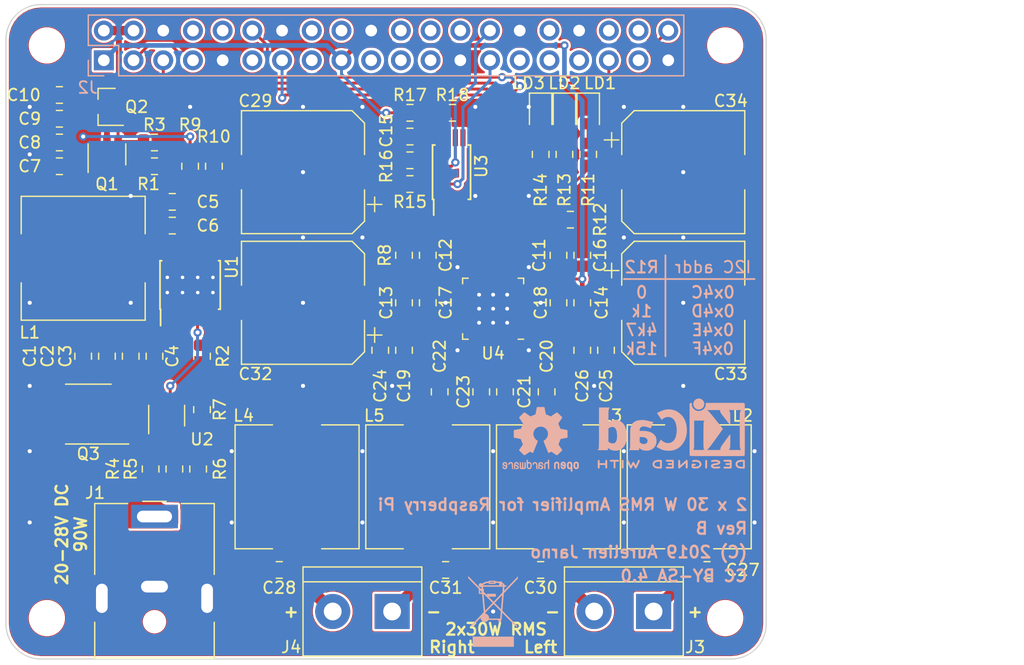
<source format=kicad_pcb>
(kicad_pcb (version 20171130) (host pcbnew 5.1.5+dfsg1-2+b1)

  (general
    (thickness 1.6)
    (drawings 41)
    (tracks 365)
    (zones 0)
    (modules 78)
    (nets 50)
  )

  (page A4)
  (title_block
    (title "2 x 30 W RMS Amplifier for Raspberry Pi")
    (date 2020-04-13)
    (rev B)
    (company "Aurelien Jarno <aurelien@aurel32.net>")
    (comment 1 "Licence: CC BY-SA 4.0")
  )

  (layers
    (0 F.Cu signal)
    (31 B.Cu signal)
    (32 B.Adhes user)
    (33 F.Adhes user)
    (34 B.Paste user)
    (35 F.Paste user)
    (36 B.SilkS user)
    (37 F.SilkS user)
    (38 B.Mask user)
    (39 F.Mask user)
    (40 Dwgs.User user)
    (41 Cmts.User user)
    (42 Eco1.User user)
    (43 Eco2.User user)
    (44 Edge.Cuts user)
    (45 Margin user)
    (46 B.CrtYd user)
    (47 F.CrtYd user)
    (48 B.Fab user hide)
    (49 F.Fab user hide)
  )

  (setup
    (last_trace_width 0.25)
    (user_trace_width 0.25)
    (user_trace_width 0.4)
    (user_trace_width 0.5)
    (user_trace_width 0.8)
    (user_trace_width 1)
    (trace_clearance 0.15)
    (zone_clearance 0.2)
    (zone_45_only no)
    (trace_min 0.2)
    (via_size 0.7)
    (via_drill 0.35)
    (via_min_size 0.6)
    (via_min_drill 0.35)
    (user_via 0.7 0.35)
    (uvia_size 0.5)
    (uvia_drill 0.1)
    (uvias_allowed no)
    (uvia_min_size 0.5)
    (uvia_min_drill 0.1)
    (edge_width 0.1)
    (segment_width 0.1)
    (pcb_text_width 0.2)
    (pcb_text_size 1 1)
    (mod_edge_width 0.15)
    (mod_text_size 1 1)
    (mod_text_width 0.15)
    (pad_size 2.15 5)
    (pad_drill 0)
    (pad_to_mask_clearance 0)
    (solder_mask_min_width 0.25)
    (aux_axis_origin 118.72 129.68)
    (grid_origin 118.72 129.68)
    (visible_elements 7FFDFFFF)
    (pcbplotparams
      (layerselection 0x00030_80000001)
      (usegerberextensions true)
      (usegerberattributes false)
      (usegerberadvancedattributes false)
      (creategerberjobfile false)
      (excludeedgelayer true)
      (linewidth 0.150000)
      (plotframeref false)
      (viasonmask false)
      (mode 1)
      (useauxorigin false)
      (hpglpennumber 1)
      (hpglpenspeed 20)
      (hpglpendiameter 15.000000)
      (psnegative false)
      (psa4output false)
      (plotreference true)
      (plotvalue true)
      (plotinvisibletext false)
      (padsonsilk false)
      (subtractmaskfromsilk false)
      (outputformat 1)
      (mirror false)
      (drillshape 1)
      (scaleselection 1)
      (outputdirectory ""))
  )

  (net 0 "")
  (net 1 +3V3)
  (net 2 +5V)
  (net 3 GND)
  (net 4 ID_SD)
  (net 5 ID_SC)
  (net 6 "Net-(C11-Pad1)")
  (net 7 +24V)
  (net 8 "Net-(C20-Pad1)")
  (net 9 +5VP)
  (net 10 I2C_SDA)
  (net 11 I2C_SCL)
  (net 12 I2S_SCK)
  (net 13 I2S_WS)
  (net 14 I2S_SD)
  (net 15 "Net-(Q1-Pad1)")
  (net 16 "Net-(R14-Pad2)")
  (net 17 5V_EN)
  (net 18 "Net-(C20-Pad2)")
  (net 19 "Net-(C27-Pad1)")
  (net 20 "Net-(J1-Pad1)")
  (net 21 "Net-(R5-Pad2)")
  (net 22 "Net-(R10-Pad2)")
  (net 23 "Net-(R11-Pad2)")
  (net 24 PDN)
  (net 25 "Net-(C5-Pad1)")
  (net 26 "Net-(C6-Pad1)")
  (net 27 "Net-(C6-Pad2)")
  (net 28 "Net-(C12-Pad1)")
  (net 29 "Net-(C13-Pad1)")
  (net 30 "Net-(C21-Pad2)")
  (net 31 "Net-(C21-Pad1)")
  (net 32 "Net-(C22-Pad2)")
  (net 33 "Net-(C22-Pad1)")
  (net 34 "Net-(C23-Pad1)")
  (net 35 "Net-(C23-Pad2)")
  (net 36 "Net-(C28-Pad1)")
  (net 37 "Net-(C30-Pad1)")
  (net 38 "Net-(C31-Pad1)")
  (net 39 "Net-(Q1-Pad4)")
  (net 40 "Net-(Q3-Pad2)")
  (net 41 "Net-(Q3-Pad1)")
  (net 42 "Net-(R4-Pad2)")
  (net 43 "Net-(R7-Pad2)")
  (net 44 "Net-(R12-Pad1)")
  (net 45 "Net-(R13-Pad2)")
  (net 46 "Net-(R17-Pad2)")
  (net 47 "Net-(LD1-Pad2)")
  (net 48 "Net-(LD2-Pad2)")
  (net 49 "Net-(LD3-Pad2)")

  (net_class Default "This is the default net class."
    (clearance 0.15)
    (trace_width 0.25)
    (via_dia 0.7)
    (via_drill 0.35)
    (uvia_dia 0.5)
    (uvia_drill 0.1)
    (add_net +24V)
    (add_net +3V3)
    (add_net +5V)
    (add_net +5VP)
    (add_net 5V_EN)
    (add_net I2C_SCL)
    (add_net I2C_SDA)
    (add_net I2S_SCK)
    (add_net I2S_SD)
    (add_net I2S_WS)
    (add_net ID_SC)
    (add_net ID_SD)
    (add_net "Net-(C11-Pad1)")
    (add_net "Net-(C12-Pad1)")
    (add_net "Net-(C13-Pad1)")
    (add_net "Net-(C20-Pad1)")
    (add_net "Net-(C20-Pad2)")
    (add_net "Net-(C21-Pad1)")
    (add_net "Net-(C21-Pad2)")
    (add_net "Net-(C22-Pad1)")
    (add_net "Net-(C22-Pad2)")
    (add_net "Net-(C23-Pad1)")
    (add_net "Net-(C23-Pad2)")
    (add_net "Net-(C27-Pad1)")
    (add_net "Net-(C28-Pad1)")
    (add_net "Net-(C30-Pad1)")
    (add_net "Net-(C31-Pad1)")
    (add_net "Net-(C5-Pad1)")
    (add_net "Net-(C6-Pad1)")
    (add_net "Net-(C6-Pad2)")
    (add_net "Net-(J1-Pad1)")
    (add_net "Net-(LD1-Pad2)")
    (add_net "Net-(LD2-Pad2)")
    (add_net "Net-(LD3-Pad2)")
    (add_net "Net-(Q1-Pad1)")
    (add_net "Net-(Q1-Pad4)")
    (add_net "Net-(Q3-Pad1)")
    (add_net "Net-(Q3-Pad2)")
    (add_net "Net-(R10-Pad2)")
    (add_net "Net-(R11-Pad2)")
    (add_net "Net-(R12-Pad1)")
    (add_net "Net-(R13-Pad2)")
    (add_net "Net-(R14-Pad2)")
    (add_net "Net-(R17-Pad2)")
    (add_net "Net-(R4-Pad2)")
    (add_net "Net-(R5-Pad2)")
    (add_net "Net-(R7-Pad2)")
    (add_net PDN)
  )

  (net_class Power ""
    (clearance 0.2)
    (trace_width 0.8)
    (via_dia 1)
    (via_drill 0.7)
    (uvia_dia 0.5)
    (uvia_drill 0.1)
    (add_net GND)
  )

  (module Package_SO:Texas_HSOP-8-1EP_3.9x4.9mm_P1.27mm_ThermalVias (layer F.Cu) (tedit 5A02F2D3) (tstamp 5E762B35)
    (at 134.468 97.676 90)
    (descr "Texas Instruments HSOP 9, 1.27mm pitch, 3.9x4.9mm body, exposed pad, thermal vias, DDA0008J (http://www.ti.com/lit/ds/symlink/tps5430.pdf)")
    (tags "HSOP 1.27")
    (path /5E785BB1)
    (attr smd)
    (fp_text reference U1 (at 1.524 3.556 90) (layer F.SilkS)
      (effects (font (size 1 1) (thickness 0.15)))
    )
    (fp_text value LMR33630ADDA (at 0 3.5 90) (layer F.Fab)
      (effects (font (size 1 1) (thickness 0.15)))
    )
    (fp_line (start -2.075 -2.525) (end -3.475 -2.525) (layer F.SilkS) (width 0.15))
    (fp_line (start -2.075 2.575) (end 2.075 2.575) (layer F.SilkS) (width 0.15))
    (fp_line (start -2.075 -2.575) (end 2.075 -2.575) (layer F.SilkS) (width 0.15))
    (fp_line (start -2.075 2.575) (end -2.075 2.43) (layer F.SilkS) (width 0.15))
    (fp_line (start 2.075 2.575) (end 2.075 2.43) (layer F.SilkS) (width 0.15))
    (fp_line (start 2.075 -2.575) (end 2.075 -2.43) (layer F.SilkS) (width 0.15))
    (fp_line (start -2.075 -2.575) (end -2.075 -2.525) (layer F.SilkS) (width 0.15))
    (fp_line (start -3.75 2.75) (end 3.75 2.75) (layer F.CrtYd) (width 0.05))
    (fp_line (start -3.75 -2.75) (end 3.75 -2.75) (layer F.CrtYd) (width 0.05))
    (fp_line (start 3.75 -2.75) (end 3.75 2.75) (layer F.CrtYd) (width 0.05))
    (fp_line (start -3.75 -2.75) (end -3.75 2.75) (layer F.CrtYd) (width 0.05))
    (fp_line (start -1.95 -1.45) (end -0.95 -2.45) (layer F.Fab) (width 0.15))
    (fp_line (start -1.95 2.45) (end -1.95 -1.45) (layer F.Fab) (width 0.15))
    (fp_line (start 1.95 2.45) (end -1.95 2.45) (layer F.Fab) (width 0.15))
    (fp_line (start 1.95 -2.45) (end 1.95 2.45) (layer F.Fab) (width 0.15))
    (fp_line (start -0.95 -2.45) (end 1.95 -2.45) (layer F.Fab) (width 0.15))
    (fp_text user %R (at 0 0 90) (layer F.Fab)
      (effects (font (size 0.9 0.9) (thickness 0.135)))
    )
    (pad 9 thru_hole circle (at 0.65 1.95 90) (size 0.6 0.6) (drill 0.3) (layers *.Cu)
      (net 3 GND))
    (pad 9 thru_hole circle (at 0.65 0.65 90) (size 0.6 0.6) (drill 0.3) (layers *.Cu)
      (net 3 GND))
    (pad 9 thru_hole circle (at -0.65 0.65 90) (size 0.6 0.6) (drill 0.3) (layers *.Cu)
      (net 3 GND))
    (pad 9 thru_hole circle (at -0.65 1.95 90) (size 0.6 0.6) (drill 0.3) (layers *.Cu)
      (net 3 GND))
    (pad 9 thru_hole circle (at 0.65 -1.95 90) (size 0.6 0.6) (drill 0.3) (layers *.Cu)
      (net 3 GND))
    (pad 9 thru_hole circle (at 0.65 -0.65 90) (size 0.6 0.6) (drill 0.3) (layers *.Cu)
      (net 3 GND))
    (pad 9 thru_hole circle (at -0.65 -0.65 90) (size 0.6 0.6) (drill 0.3) (layers *.Cu)
      (net 3 GND))
    (pad 9 thru_hole circle (at -0.65 -1.95 90) (size 0.6 0.6) (drill 0.3) (layers *.Cu)
      (net 3 GND))
    (pad "" smd rect (at 0 0 90) (size 2.6 3.1) (layers F.Mask))
    (pad "" smd rect (at 0 0 90) (size 2.6 3.1) (layers F.Paste))
    (pad 8 smd rect (at 2.7 -1.905 90) (size 1.55 0.6) (layers F.Cu F.Paste F.Mask)
      (net 27 "Net-(C6-Pad2)"))
    (pad 7 smd rect (at 2.7 -0.635 90) (size 1.55 0.6) (layers F.Cu F.Paste F.Mask)
      (net 26 "Net-(C6-Pad1)"))
    (pad 6 smd rect (at 2.7 0.635 90) (size 1.55 0.6) (layers F.Cu F.Paste F.Mask)
      (net 25 "Net-(C5-Pad1)"))
    (pad 5 smd rect (at 2.7 1.905 90) (size 1.55 0.6) (layers F.Cu F.Paste F.Mask)
      (net 22 "Net-(R10-Pad2)"))
    (pad 4 smd rect (at -2.7 1.905 90) (size 1.55 0.6) (layers F.Cu F.Paste F.Mask))
    (pad 3 smd rect (at -2.7 0.635 90) (size 1.55 0.6) (layers F.Cu F.Paste F.Mask)
      (net 17 5V_EN))
    (pad 2 smd rect (at -2.7 -0.635 90) (size 1.55 0.6) (layers F.Cu F.Paste F.Mask)
      (net 7 +24V))
    (pad 1 smd rect (at -2.7 -1.905 90) (size 1.55 0.6) (layers F.Cu F.Paste F.Mask)
      (net 3 GND))
    (pad 9 smd rect (at 0 0 90) (size 2.95 4.9) (layers B.Cu)
      (net 3 GND))
    (pad 9 smd rect (at 0 0 90) (size 2.95 4.9) (layers F.Cu)
      (net 3 GND))
    (model ${KISYS3DMOD}/Package_SO.3dshapes/HTSOP-8-1EP_3.9x4.9mm_Pitch1.27mm.wrl
      (at (xyz 0 0 0))
      (scale (xyz 1 1 1))
      (rotate (xyz 0 0 0))
    )
  )

  (module Symbol:WEEE-Logo_4.2x6mm_SilkScreen locked (layer B.Cu) (tedit 0) (tstamp 5CC3ECBD)
    (at 160.376 125.616 180)
    (descr "Waste Electrical and Electronic Equipment Directive")
    (tags "Logo WEEE")
    (attr virtual)
    (fp_text reference REF** (at 0 0 180) (layer F.SilkS) hide
      (effects (font (size 1 1) (thickness 0.15)))
    )
    (fp_text value WEEE-Logo_4.2x6mm_SilkScreen (at 0.75 0 180) (layer B.Fab) hide
      (effects (font (size 1 1) (thickness 0.15)) (justify mirror))
    )
    (fp_poly (pts (xy 2.12443 2.935152) (xy 2.123811 2.848069) (xy 1.672086 2.389109) (xy 1.220361 1.930148)
      (xy 1.220032 1.719529) (xy 1.219703 1.508911) (xy 0.94461 1.508911) (xy 0.937522 1.45547)
      (xy 0.934838 1.431112) (xy 0.930313 1.385241) (xy 0.924191 1.320595) (xy 0.916712 1.239909)
      (xy 0.908119 1.145919) (xy 0.898654 1.041363) (xy 0.888558 0.928975) (xy 0.878074 0.811493)
      (xy 0.867444 0.691652) (xy 0.856909 0.572189) (xy 0.846713 0.455841) (xy 0.837095 0.345343)
      (xy 0.8283 0.243431) (xy 0.820568 0.152842) (xy 0.814142 0.076313) (xy 0.809263 0.016579)
      (xy 0.806175 -0.023624) (xy 0.805117 -0.041559) (xy 0.805118 -0.041644) (xy 0.812827 -0.056035)
      (xy 0.835981 -0.085748) (xy 0.874895 -0.131131) (xy 0.929884 -0.192529) (xy 1.001264 -0.270288)
      (xy 1.089349 -0.364754) (xy 1.194454 -0.476272) (xy 1.316895 -0.605188) (xy 1.35131 -0.641287)
      (xy 1.897137 -1.213416) (xy 1.808881 -1.301436) (xy 1.737485 -1.223758) (xy 1.711366 -1.195686)
      (xy 1.670566 -1.152274) (xy 1.617777 -1.096366) (xy 1.555691 -1.030808) (xy 1.487 -0.958441)
      (xy 1.414396 -0.882112) (xy 1.37096 -0.836524) (xy 1.289416 -0.751119) (xy 1.223504 -0.68271)
      (xy 1.171544 -0.630053) (xy 1.131855 -0.591905) (xy 1.102757 -0.56702) (xy 1.082569 -0.554156)
      (xy 1.06961 -0.552068) (xy 1.0622 -0.559513) (xy 1.058658 -0.575246) (xy 1.057303 -0.598023)
      (xy 1.057121 -0.604239) (xy 1.047703 -0.647061) (xy 1.024497 -0.698819) (xy 0.992136 -0.751328)
      (xy 0.955252 -0.796403) (xy 0.940493 -0.810328) (xy 0.864767 -0.859047) (xy 0.776308 -0.886306)
      (xy 0.6981 -0.892773) (xy 0.609468 -0.880576) (xy 0.527612 -0.844813) (xy 0.455164 -0.786722)
      (xy 0.441797 -0.772262) (xy 0.392918 -0.716733) (xy -0.452674 -0.716733) (xy -0.452674 -0.892773)
      (xy -0.67901 -0.892773) (xy -0.67901 -0.810531) (xy -0.68185 -0.754386) (xy -0.691393 -0.715416)
      (xy -0.702991 -0.694219) (xy -0.711277 -0.679052) (xy -0.718373 -0.657062) (xy -0.724748 -0.624987)
      (xy -0.730872 -0.579569) (xy -0.737216 -0.517548) (xy -0.74425 -0.435662) (xy -0.749066 -0.374746)
      (xy -0.771161 -0.089343) (xy -1.313565 -0.638805) (xy -1.411637 -0.738228) (xy -1.505784 -0.833815)
      (xy -1.594285 -0.92381) (xy -1.67542 -1.006457) (xy -1.747469 -1.080001) (xy -1.808712 -1.142684)
      (xy -1.857427 -1.192752) (xy -1.891896 -1.228448) (xy -1.910379 -1.247995) (xy -1.940743 -1.278944)
      (xy -1.966071 -1.30053) (xy -1.979695 -1.307723) (xy -1.997095 -1.299297) (xy -2.02246 -1.278245)
      (xy -2.031058 -1.269671) (xy -2.067514 -1.23162) (xy -1.866802 -1.027658) (xy -1.815596 -0.975699)
      (xy -1.749569 -0.90882) (xy -1.671618 -0.82995) (xy -1.584638 -0.742014) (xy -1.491526 -0.647941)
      (xy -1.395179 -0.550658) (xy -1.298492 -0.453093) (xy -1.229134 -0.383145) (xy -1.123703 -0.27655)
      (xy -1.035129 -0.186307) (xy -0.962281 -0.111192) (xy -0.904023 -0.049986) (xy -0.859225 -0.001466)
      (xy -0.837021 0.023871) (xy -0.658724 0.023871) (xy -0.636401 -0.261555) (xy -0.629669 -0.345219)
      (xy -0.623157 -0.421727) (xy -0.617234 -0.487081) (xy -0.612268 -0.537281) (xy -0.608629 -0.568329)
      (xy -0.607458 -0.575273) (xy -0.600838 -0.603565) (xy 0.348636 -0.603565) (xy 0.354974 -0.524606)
      (xy 0.37411 -0.431315) (xy 0.414154 -0.348791) (xy 0.472582 -0.280038) (xy 0.546871 -0.228063)
      (xy 0.630252 -0.196863) (xy 0.657302 -0.182228) (xy 0.670844 -0.150819) (xy 0.671128 -0.149434)
      (xy 0.672753 -0.136174) (xy 0.670744 -0.122595) (xy 0.663142 -0.106181) (xy 0.647984 -0.084411)
      (xy 0.623312 -0.054767) (xy 0.587164 -0.014732) (xy 0.53758 0.038215) (xy 0.472599 0.106591)
      (xy 0.468401 0.110995) (xy 0.398507 0.184389) (xy 0.3242 0.262563) (xy 0.250586 0.340136)
      (xy 0.182771 0.411725) (xy 0.12586 0.471949) (xy 0.113168 0.485413) (xy 0.064513 0.53618)
      (xy 0.021291 0.579625) (xy -0.013395 0.612759) (xy -0.036444 0.632595) (xy -0.044182 0.636954)
      (xy -0.055722 0.62783) (xy -0.08271 0.6028) (xy -0.123021 0.563948) (xy -0.174529 0.513357)
      (xy -0.235109 0.453112) (xy -0.302636 0.385296) (xy -0.357826 0.329435) (xy -0.658724 0.023871)
      (xy -0.837021 0.023871) (xy -0.826751 0.035589) (xy -0.805471 0.062401) (xy -0.794251 0.080192)
      (xy -0.791754 0.08843) (xy -0.7927 0.10641) (xy -0.795573 0.147108) (xy -0.800187 0.208181)
      (xy -0.806358 0.287287) (xy -0.813898 0.382086) (xy -0.822621 0.490233) (xy -0.832343 0.609388)
      (xy -0.842876 0.737209) (xy -0.851365 0.839365) (xy -0.899396 1.415326) (xy -0.775805 1.415326)
      (xy -0.775273 1.402896) (xy -0.772769 1.36789) (xy -0.768496 1.312785) (xy -0.762653 1.240057)
      (xy -0.755443 1.152186) (xy -0.747066 1.051649) (xy -0.737723 0.940923) (xy -0.728758 0.835795)
      (xy -0.718602 0.716517) (xy -0.709142 0.60392) (xy -0.700596 0.500695) (xy -0.693179 0.409527)
      (xy -0.687108 0.333105) (xy -0.682601 0.274117) (xy -0.679873 0.235251) (xy -0.679116 0.220156)
      (xy -0.677935 0.210762) (xy -0.673256 0.207034) (xy -0.663276 0.210529) (xy -0.64619 0.222801)
      (xy -0.620196 0.245406) (xy -0.58349 0.2799) (xy -0.534267 0.327838) (xy -0.470726 0.390776)
      (xy -0.403305 0.458032) (xy -0.127601 0.733523) (xy -0.129533 0.735594) (xy 0.05271 0.735594)
      (xy 0.061016 0.72422) (xy 0.084267 0.697437) (xy 0.120135 0.657708) (xy 0.166287 0.607493)
      (xy 0.220394 0.549254) (xy 0.280126 0.485453) (xy 0.343152 0.418551) (xy 0.407142 0.35101)
      (xy 0.469764 0.28529) (xy 0.52869 0.223854) (xy 0.581588 0.169163) (xy 0.626128 0.123678)
      (xy 0.65998 0.089862) (xy 0.680812 0.070174) (xy 0.686494 0.066163) (xy 0.688366 0.079109)
      (xy 0.692254 0.114866) (xy 0.697943 0.171196) (xy 0.705219 0.24586) (xy 0.713869 0.33662)
      (xy 0.723678 0.441238) (xy 0.734434 0.557474) (xy 0.745921 0.683092) (xy 0.755093 0.784382)
      (xy 0.766826 0.915721) (xy 0.777665 1.039448) (xy 0.78743 1.153319) (xy 0.795937 1.255089)
      (xy 0.803005 1.342513) (xy 0.808451 1.413347) (xy 0.812092 1.465347) (xy 0.813747 1.496268)
      (xy 0.813558 1.504297) (xy 0.803666 1.497146) (xy 0.778476 1.474159) (xy 0.74019 1.437561)
      (xy 0.691011 1.389578) (xy 0.633139 1.332434) (xy 0.568778 1.268353) (xy 0.500129 1.199562)
      (xy 0.429395 1.128284) (xy 0.358778 1.056745) (xy 0.29048 0.98717) (xy 0.226704 0.921783)
      (xy 0.16965 0.862809) (xy 0.121522 0.812473) (xy 0.084522 0.773001) (xy 0.060852 0.746617)
      (xy 0.05271 0.735594) (xy -0.129533 0.735594) (xy -0.230409 0.843705) (xy -0.282768 0.899623)
      (xy -0.341535 0.962052) (xy -0.404385 1.028557) (xy -0.468995 1.096702) (xy -0.533042 1.164052)
      (xy -0.594203 1.228172) (xy -0.650153 1.286628) (xy -0.69857 1.336982) (xy -0.73713 1.376802)
      (xy -0.763509 1.40365) (xy -0.775384 1.415092) (xy -0.775805 1.415326) (xy -0.899396 1.415326)
      (xy -0.911401 1.559274) (xy -1.511938 2.190842) (xy -2.112475 2.822411) (xy -2.112034 2.910685)
      (xy -2.111592 2.99896) (xy -2.014583 2.895334) (xy -1.960291 2.837537) (xy -1.896192 2.769632)
      (xy -1.824016 2.693428) (xy -1.745492 2.610731) (xy -1.662349 2.523347) (xy -1.576319 2.433085)
      (xy -1.48913 2.34175) (xy -1.402513 2.251151) (xy -1.318197 2.163093) (xy -1.237912 2.079385)
      (xy -1.163387 2.001833) (xy -1.096354 1.932243) (xy -1.038541 1.872424) (xy -0.991679 1.824182)
      (xy -0.957496 1.789324) (xy -0.937724 1.769657) (xy -0.93339 1.765884) (xy -0.933092 1.779008)
      (xy -0.934731 1.812611) (xy -0.938023 1.86212) (xy -0.942682 1.922963) (xy -0.944682 1.947268)
      (xy -0.959577 2.125049) (xy -0.842955 2.125049) (xy -0.836934 2.096757) (xy -0.833863 2.074382)
      (xy -0.829548 2.032283) (xy -0.824488 1.975822) (xy -0.819181 1.910365) (xy -0.817344 1.886138)
      (xy -0.811927 1.816579) (xy -0.806459 1.751982) (xy -0.801488 1.698452) (xy -0.797561 1.66209)
      (xy -0.796675 1.655491) (xy -0.793334 1.641944) (xy -0.786101 1.626086) (xy -0.77344 1.606139)
      (xy -0.753811 1.580327) (xy -0.725678 1.546871) (xy -0.687502 1.503993) (xy -0.637746 1.449917)
      (xy -0.574871 1.382864) (xy -0.497341 1.301057) (xy -0.418251 1.21805) (xy -0.339564 1.135906)
      (xy -0.266112 1.059831) (xy -0.199724 0.991675) (xy -0.142227 0.933288) (xy -0.095451 0.886519)
      (xy -0.061224 0.853218) (xy -0.041373 0.835233) (xy -0.03714 0.832558) (xy -0.026003 0.842259)
      (xy 0.000029 0.867559) (xy 0.03843 0.905918) (xy 0.086672 0.9548) (xy 0.14223 1.011666)
      (xy 0.182408 1.053094) (xy 0.392169 1.27) (xy -0.226337 1.27) (xy -0.226337 1.508911)
      (xy 0.528119 1.508911) (xy 0.528119 1.402458) (xy 0.666435 1.540346) (xy 0.764553 1.63816)
      (xy 0.955643 1.63816) (xy 0.957471 1.62273) (xy 0.966723 1.614133) (xy 0.98905 1.610387)
      (xy 1.030105 1.609511) (xy 1.037376 1.609505) (xy 1.119109 1.609505) (xy 1.119109 1.828828)
      (xy 1.037376 1.747821) (xy 0.99127 1.698572) (xy 0.963694 1.660841) (xy 0.955643 1.63816)
      (xy 0.764553 1.63816) (xy 0.804752 1.678234) (xy 0.804752 1.801048) (xy 0.805137 1.85755)
      (xy 0.8069 1.893495) (xy 0.81095 1.91347) (xy 0.818199 1.922063) (xy 0.82913 1.923861)
      (xy 0.841288 1.926502) (xy 0.850273 1.937088) (xy 0.857174 1.959619) (xy 0.863076 1.998091)
      (xy 0.869065 2.056502) (xy 0.870987 2.077896) (xy 0.875148 2.125049) (xy -0.842955 2.125049)
      (xy -0.959577 2.125049) (xy -1.119109 2.125049) (xy -1.119109 2.238218) (xy -1.051314 2.238218)
      (xy -1.011662 2.239304) (xy -0.990116 2.244546) (xy -0.98748 2.247666) (xy -0.848616 2.247666)
      (xy -0.841308 2.240538) (xy -0.815993 2.238338) (xy -0.798908 2.238218) (xy -0.741881 2.238218)
      (xy -0.529221 2.238218) (xy 0.885302 2.238218) (xy 0.837458 2.287214) (xy 0.76315 2.347676)
      (xy 0.671184 2.394309) (xy 0.560002 2.427751) (xy 0.449529 2.446247) (xy 0.377227 2.454878)
      (xy 0.377227 2.36396) (xy -0.201188 2.36396) (xy -0.201188 2.467107) (xy -0.286065 2.458504)
      (xy -0.345368 2.451244) (xy -0.408551 2.441621) (xy -0.446386 2.434748) (xy -0.521832 2.419593)
      (xy -0.525526 2.328905) (xy -0.529221 2.238218) (xy -0.741881 2.238218) (xy -0.741881 2.288515)
      (xy -0.743544 2.320024) (xy -0.747697 2.337537) (xy -0.749371 2.338812) (xy -0.767987 2.330746)
      (xy -0.795183 2.31118) (xy -0.822448 2.287056) (xy -0.841267 2.265318) (xy -0.842943 2.262492)
      (xy -0.848616 2.247666) (xy -0.98748 2.247666) (xy -0.979662 2.256919) (xy -0.975442 2.270396)
      (xy -0.958219 2.305373) (xy -0.925138 2.347421) (xy -0.881893 2.390644) (xy -0.834174 2.429146)
      (xy -0.80283 2.449199) (xy -0.767123 2.471149) (xy -0.748819 2.489589) (xy -0.742388 2.511332)
      (xy -0.741894 2.524282) (xy -0.741894 2.527425) (xy -0.100594 2.527425) (xy -0.100594 2.464554)
      (xy 0.276633 2.464554) (xy 0.276633 2.527425) (xy -0.100594 2.527425) (xy -0.741894 2.527425)
      (xy -0.741881 2.565148) (xy -0.636048 2.565148) (xy -0.587355 2.563971) (xy -0.549405 2.560835)
      (xy -0.528308 2.556329) (xy -0.526023 2.554505) (xy -0.512641 2.551705) (xy -0.480074 2.552852)
      (xy -0.433916 2.557607) (xy -0.402376 2.561997) (xy -0.345188 2.570622) (xy -0.292886 2.578409)
      (xy -0.253582 2.584153) (xy -0.242055 2.585785) (xy -0.211937 2.595112) (xy -0.201188 2.609728)
      (xy -0.19792 2.61568) (xy -0.18623 2.620222) (xy -0.163288 2.62353) (xy -0.126265 2.625785)
      (xy -0.072332 2.627166) (xy 0.00134 2.62785) (xy 0.08802 2.62802) (xy 0.180529 2.627923)
      (xy 0.250906 2.62747) (xy 0.302164 2.62641) (xy 0.33732 2.624497) (xy 0.359389 2.621481)
      (xy 0.371385 2.617115) (xy 0.376324 2.611151) (xy 0.377227 2.604216) (xy 0.384921 2.582205)
      (xy 0.410121 2.569679) (xy 0.456009 2.565212) (xy 0.464264 2.565148) (xy 0.541973 2.557132)
      (xy 0.630233 2.535064) (xy 0.721085 2.501916) (xy 0.80657 2.460661) (xy 0.878726 2.414269)
      (xy 0.888072 2.406918) (xy 0.918533 2.383002) (xy 0.936572 2.373424) (xy 0.949169 2.37652)
      (xy 0.9621 2.389296) (xy 1.000293 2.414322) (xy 1.049998 2.423929) (xy 1.103524 2.418933)
      (xy 1.153178 2.400149) (xy 1.191267 2.368394) (xy 1.194025 2.364703) (xy 1.222526 2.305425)
      (xy 1.227828 2.244066) (xy 1.210518 2.185573) (xy 1.17118 2.134896) (xy 1.16637 2.130711)
      (xy 1.13844 2.110833) (xy 1.110102 2.102079) (xy 1.070263 2.101447) (xy 1.060311 2.102008)
      (xy 1.021332 2.103438) (xy 1.001254 2.100161) (xy 0.993985 2.090272) (xy 0.99324 2.081039)
      (xy 0.991716 2.054256) (xy 0.987935 2.013975) (xy 0.985218 1.989876) (xy 0.981277 1.951599)
      (xy 0.982916 1.932004) (xy 0.992421 1.924842) (xy 1.009351 1.923861) (xy 1.019392 1.927099)
      (xy 1.03559 1.93758) (xy 1.059145 1.956452) (xy 1.091257 1.984865) (xy 1.133128 2.023965)
      (xy 1.185957 2.074903) (xy 1.250945 2.138827) (xy 1.329291 2.216886) (xy 1.422197 2.310228)
      (xy 1.530863 2.420002) (xy 1.583231 2.473048) (xy 2.125049 3.022233) (xy 2.12443 2.935152)) (layer B.SilkS) (width 0.01))
    (fp_poly (pts (xy 1.747822 -3.017822) (xy -1.772971 -3.017822) (xy -1.772971 -2.150198) (xy 1.747822 -2.150198)
      (xy 1.747822 -3.017822)) (layer B.SilkS) (width 0.01))
  )

  (module Symbol:OSHW-Logo2_7.3x6mm_SilkScreen locked (layer B.Cu) (tedit 0) (tstamp 5CC3ED0A)
    (at 164.44 110.884 180)
    (descr "Open Source Hardware Symbol")
    (tags "Logo Symbol OSHW")
    (attr virtual)
    (fp_text reference REF** (at 0 0.508 180) (layer B.SilkS) hide
      (effects (font (size 1 1) (thickness 0.15)) (justify mirror))
    )
    (fp_text value OSHW-Logo2_7.3x6mm_SilkScreen (at 0.75 0 180) (layer B.Fab) hide
      (effects (font (size 1 1) (thickness 0.15)) (justify mirror))
    )
    (fp_poly (pts (xy 0.10391 2.757652) (xy 0.182454 2.757222) (xy 0.239298 2.756058) (xy 0.278105 2.753793)
      (xy 0.302538 2.75006) (xy 0.316262 2.744494) (xy 0.32294 2.736727) (xy 0.326236 2.726395)
      (xy 0.326556 2.725057) (xy 0.331562 2.700921) (xy 0.340829 2.653299) (xy 0.353392 2.587259)
      (xy 0.368287 2.507872) (xy 0.384551 2.420204) (xy 0.385119 2.417125) (xy 0.40141 2.331211)
      (xy 0.416652 2.255304) (xy 0.429861 2.193955) (xy 0.440054 2.151718) (xy 0.446248 2.133145)
      (xy 0.446543 2.132816) (xy 0.464788 2.123747) (xy 0.502405 2.108633) (xy 0.551271 2.090738)
      (xy 0.551543 2.090642) (xy 0.613093 2.067507) (xy 0.685657 2.038035) (xy 0.754057 2.008403)
      (xy 0.757294 2.006938) (xy 0.868702 1.956374) (xy 1.115399 2.12484) (xy 1.191077 2.176197)
      (xy 1.259631 2.222111) (xy 1.317088 2.25997) (xy 1.359476 2.287163) (xy 1.382825 2.301079)
      (xy 1.385042 2.302111) (xy 1.40201 2.297516) (xy 1.433701 2.275345) (xy 1.481352 2.234553)
      (xy 1.546198 2.174095) (xy 1.612397 2.109773) (xy 1.676214 2.046388) (xy 1.733329 1.988549)
      (xy 1.780305 1.939825) (xy 1.813703 1.90379) (xy 1.830085 1.884016) (xy 1.830694 1.882998)
      (xy 1.832505 1.869428) (xy 1.825683 1.847267) (xy 1.80854 1.813522) (xy 1.779393 1.7652)
      (xy 1.736555 1.699308) (xy 1.679448 1.614483) (xy 1.628766 1.539823) (xy 1.583461 1.47286)
      (xy 1.54615 1.417484) (xy 1.519452 1.37758) (xy 1.505985 1.357038) (xy 1.505137 1.355644)
      (xy 1.506781 1.335962) (xy 1.519245 1.297707) (xy 1.540048 1.248111) (xy 1.547462 1.232272)
      (xy 1.579814 1.16171) (xy 1.614328 1.081647) (xy 1.642365 1.012371) (xy 1.662568 0.960955)
      (xy 1.678615 0.921881) (xy 1.687888 0.901459) (xy 1.689041 0.899886) (xy 1.706096 0.897279)
      (xy 1.746298 0.890137) (xy 1.804302 0.879477) (xy 1.874763 0.866315) (xy 1.952335 0.851667)
      (xy 2.031672 0.836551) (xy 2.107431 0.821982) (xy 2.174264 0.808978) (xy 2.226828 0.798555)
      (xy 2.259776 0.79173) (xy 2.267857 0.789801) (xy 2.276205 0.785038) (xy 2.282506 0.774282)
      (xy 2.287045 0.753902) (xy 2.290104 0.720266) (xy 2.291967 0.669745) (xy 2.292918 0.598708)
      (xy 2.29324 0.503524) (xy 2.293257 0.464508) (xy 2.293257 0.147201) (xy 2.217057 0.132161)
      (xy 2.174663 0.124005) (xy 2.1114 0.112101) (xy 2.034962 0.097884) (xy 1.953043 0.08279)
      (xy 1.9304 0.078645) (xy 1.854806 0.063947) (xy 1.788953 0.049495) (xy 1.738366 0.036625)
      (xy 1.708574 0.026678) (xy 1.703612 0.023713) (xy 1.691426 0.002717) (xy 1.673953 -0.037967)
      (xy 1.654577 -0.090322) (xy 1.650734 -0.1016) (xy 1.625339 -0.171523) (xy 1.593817 -0.250418)
      (xy 1.562969 -0.321266) (xy 1.562817 -0.321595) (xy 1.511447 -0.432733) (xy 1.680399 -0.681253)
      (xy 1.849352 -0.929772) (xy 1.632429 -1.147058) (xy 1.566819 -1.211726) (xy 1.506979 -1.268733)
      (xy 1.456267 -1.315033) (xy 1.418046 -1.347584) (xy 1.395675 -1.363343) (xy 1.392466 -1.364343)
      (xy 1.373626 -1.356469) (xy 1.33518 -1.334578) (xy 1.28133 -1.301267) (xy 1.216276 -1.259131)
      (xy 1.14594 -1.211943) (xy 1.074555 -1.16381) (xy 1.010908 -1.121928) (xy 0.959041 -1.088871)
      (xy 0.922995 -1.067218) (xy 0.906867 -1.059543) (xy 0.887189 -1.066037) (xy 0.849875 -1.08315)
      (xy 0.802621 -1.107326) (xy 0.797612 -1.110013) (xy 0.733977 -1.141927) (xy 0.690341 -1.157579)
      (xy 0.663202 -1.157745) (xy 0.649057 -1.143204) (xy 0.648975 -1.143) (xy 0.641905 -1.125779)
      (xy 0.625042 -1.084899) (xy 0.599695 -1.023525) (xy 0.567171 -0.944819) (xy 0.528778 -0.851947)
      (xy 0.485822 -0.748072) (xy 0.444222 -0.647502) (xy 0.398504 -0.536516) (xy 0.356526 -0.433703)
      (xy 0.319548 -0.342215) (xy 0.288827 -0.265201) (xy 0.265622 -0.205815) (xy 0.25119 -0.167209)
      (xy 0.246743 -0.1528) (xy 0.257896 -0.136272) (xy 0.287069 -0.10993) (xy 0.325971 -0.080887)
      (xy 0.436757 0.010961) (xy 0.523351 0.116241) (xy 0.584716 0.232734) (xy 0.619815 0.358224)
      (xy 0.627608 0.490493) (xy 0.621943 0.551543) (xy 0.591078 0.678205) (xy 0.53792 0.790059)
      (xy 0.465767 0.885999) (xy 0.377917 0.964924) (xy 0.277665 1.02573) (xy 0.16831 1.067313)
      (xy 0.053147 1.088572) (xy -0.064525 1.088401) (xy -0.18141 1.065699) (xy -0.294211 1.019362)
      (xy -0.399631 0.948287) (xy -0.443632 0.908089) (xy -0.528021 0.804871) (xy -0.586778 0.692075)
      (xy -0.620296 0.57299) (xy -0.628965 0.450905) (xy -0.613177 0.329107) (xy -0.573322 0.210884)
      (xy -0.509793 0.099525) (xy -0.422979 -0.001684) (xy -0.325971 -0.080887) (xy -0.285563 -0.111162)
      (xy -0.257018 -0.137219) (xy -0.246743 -0.152825) (xy -0.252123 -0.169843) (xy -0.267425 -0.2105)
      (xy -0.291388 -0.271642) (xy -0.322756 -0.350119) (xy -0.360268 -0.44278) (xy -0.402667 -0.546472)
      (xy -0.444337 -0.647526) (xy -0.49031 -0.758607) (xy -0.532893 -0.861541) (xy -0.570779 -0.953165)
      (xy -0.60266 -1.030316) (xy -0.627229 -1.089831) (xy -0.64318 -1.128544) (xy -0.64909 -1.143)
      (xy -0.663052 -1.157685) (xy -0.69006 -1.157642) (xy -0.733587 -1.142099) (xy -0.79711 -1.110284)
      (xy -0.797612 -1.110013) (xy -0.84544 -1.085323) (xy -0.884103 -1.067338) (xy -0.905905 -1.059614)
      (xy -0.906867 -1.059543) (xy -0.923279 -1.067378) (xy -0.959513 -1.089165) (xy -1.011526 -1.122328)
      (xy -1.075275 -1.164291) (xy -1.14594 -1.211943) (xy -1.217884 -1.260191) (xy -1.282726 -1.302151)
      (xy -1.336265 -1.335227) (xy -1.374303 -1.356821) (xy -1.392467 -1.364343) (xy -1.409192 -1.354457)
      (xy -1.44282 -1.326826) (xy -1.48999 -1.284495) (xy -1.547342 -1.230505) (xy -1.611516 -1.167899)
      (xy -1.632503 -1.146983) (xy -1.849501 -0.929623) (xy -1.684332 -0.68722) (xy -1.634136 -0.612781)
      (xy -1.590081 -0.545972) (xy -1.554638 -0.490665) (xy -1.530281 -0.450729) (xy -1.519478 -0.430036)
      (xy -1.519162 -0.428563) (xy -1.524857 -0.409058) (xy -1.540174 -0.369822) (xy -1.562463 -0.31743)
      (xy -1.578107 -0.282355) (xy -1.607359 -0.215201) (xy -1.634906 -0.147358) (xy -1.656263 -0.090034)
      (xy -1.662065 -0.072572) (xy -1.678548 -0.025938) (xy -1.69466 0.010095) (xy -1.70351 0.023713)
      (xy -1.72304 0.032048) (xy -1.765666 0.043863) (xy -1.825855 0.057819) (xy -1.898078 0.072578)
      (xy -1.9304 0.078645) (xy -2.012478 0.093727) (xy -2.091205 0.108331) (xy -2.158891 0.12102)
      (xy -2.20784 0.130358) (xy -2.217057 0.132161) (xy -2.293257 0.147201) (xy -2.293257 0.464508)
      (xy -2.293086 0.568846) (xy -2.292384 0.647787) (xy -2.290866 0.704962) (xy -2.288251 0.744001)
      (xy -2.284254 0.768535) (xy -2.278591 0.782195) (xy -2.27098 0.788611) (xy -2.267857 0.789801)
      (xy -2.249022 0.79402) (xy -2.207412 0.802438) (xy -2.14837 0.814039) (xy -2.077243 0.827805)
      (xy -1.999375 0.84272) (xy -1.920113 0.857768) (xy -1.844802 0.871931) (xy -1.778787 0.884194)
      (xy -1.727413 0.893539) (xy -1.696025 0.89895) (xy -1.689041 0.899886) (xy -1.682715 0.912404)
      (xy -1.66871 0.945754) (xy -1.649645 0.993623) (xy -1.642366 1.012371) (xy -1.613004 1.084805)
      (xy -1.578429 1.16483) (xy -1.547463 1.232272) (xy -1.524677 1.283841) (xy -1.509518 1.326215)
      (xy -1.504458 1.352166) (xy -1.505264 1.355644) (xy -1.515959 1.372064) (xy -1.54038 1.408583)
      (xy -1.575905 1.461313) (xy -1.619913 1.526365) (xy -1.669783 1.599849) (xy -1.679644 1.614355)
      (xy -1.737508 1.700296) (xy -1.780044 1.765739) (xy -1.808946 1.813696) (xy -1.82591 1.84718)
      (xy -1.832633 1.869205) (xy -1.83081 1.882783) (xy -1.830764 1.882869) (xy -1.816414 1.900703)
      (xy -1.784677 1.935183) (xy -1.73899 1.982732) (xy -1.682796 2.039778) (xy -1.619532 2.102745)
      (xy -1.612398 2.109773) (xy -1.53267 2.18698) (xy -1.471143 2.24367) (xy -1.426579 2.28089)
      (xy -1.397743 2.299685) (xy -1.385042 2.302111) (xy -1.366506 2.291529) (xy -1.328039 2.267084)
      (xy -1.273614 2.231388) (xy -1.207202 2.187053) (xy -1.132775 2.136689) (xy -1.115399 2.12484)
      (xy -0.868703 1.956374) (xy -0.757294 2.006938) (xy -0.689543 2.036405) (xy -0.616817 2.066041)
      (xy -0.554297 2.08967) (xy -0.551543 2.090642) (xy -0.50264 2.108543) (xy -0.464943 2.12368)
      (xy -0.446575 2.13279) (xy -0.446544 2.132816) (xy -0.440715 2.149283) (xy -0.430808 2.189781)
      (xy -0.417805 2.249758) (xy -0.402691 2.32466) (xy -0.386448 2.409936) (xy -0.385119 2.417125)
      (xy -0.368825 2.504986) (xy -0.353867 2.58474) (xy -0.341209 2.651319) (xy -0.331814 2.699653)
      (xy -0.326646 2.724675) (xy -0.326556 2.725057) (xy -0.323411 2.735701) (xy -0.317296 2.743738)
      (xy -0.304547 2.749533) (xy -0.2815 2.753453) (xy -0.244491 2.755865) (xy -0.189856 2.757135)
      (xy -0.113933 2.757629) (xy -0.013056 2.757714) (xy 0 2.757714) (xy 0.10391 2.757652)) (layer B.SilkS) (width 0.01))
    (fp_poly (pts (xy 3.153595 -1.966966) (xy 3.211021 -2.004497) (xy 3.238719 -2.038096) (xy 3.260662 -2.099064)
      (xy 3.262405 -2.147308) (xy 3.258457 -2.211816) (xy 3.109686 -2.276934) (xy 3.037349 -2.310202)
      (xy 2.990084 -2.336964) (xy 2.965507 -2.360144) (xy 2.961237 -2.382667) (xy 2.974889 -2.407455)
      (xy 2.989943 -2.423886) (xy 3.033746 -2.450235) (xy 3.081389 -2.452081) (xy 3.125145 -2.431546)
      (xy 3.157289 -2.390752) (xy 3.163038 -2.376347) (xy 3.190576 -2.331356) (xy 3.222258 -2.312182)
      (xy 3.265714 -2.295779) (xy 3.265714 -2.357966) (xy 3.261872 -2.400283) (xy 3.246823 -2.435969)
      (xy 3.21528 -2.476943) (xy 3.210592 -2.482267) (xy 3.175506 -2.51872) (xy 3.145347 -2.538283)
      (xy 3.107615 -2.547283) (xy 3.076335 -2.55023) (xy 3.020385 -2.550965) (xy 2.980555 -2.54166)
      (xy 2.955708 -2.527846) (xy 2.916656 -2.497467) (xy 2.889625 -2.464613) (xy 2.872517 -2.423294)
      (xy 2.863238 -2.367521) (xy 2.859693 -2.291305) (xy 2.85941 -2.252622) (xy 2.860372 -2.206247)
      (xy 2.948007 -2.206247) (xy 2.949023 -2.231126) (xy 2.951556 -2.2352) (xy 2.968274 -2.229665)
      (xy 3.004249 -2.215017) (xy 3.052331 -2.19419) (xy 3.062386 -2.189714) (xy 3.123152 -2.158814)
      (xy 3.156632 -2.131657) (xy 3.16399 -2.10622) (xy 3.146391 -2.080481) (xy 3.131856 -2.069109)
      (xy 3.07941 -2.046364) (xy 3.030322 -2.050122) (xy 2.989227 -2.077884) (xy 2.960758 -2.127152)
      (xy 2.951631 -2.166257) (xy 2.948007 -2.206247) (xy 2.860372 -2.206247) (xy 2.861285 -2.162249)
      (xy 2.868196 -2.095384) (xy 2.881884 -2.046695) (xy 2.904096 -2.010849) (xy 2.936574 -1.982513)
      (xy 2.950733 -1.973355) (xy 3.015053 -1.949507) (xy 3.085473 -1.948006) (xy 3.153595 -1.966966)) (layer B.SilkS) (width 0.01))
    (fp_poly (pts (xy 2.6526 -1.958752) (xy 2.669948 -1.966334) (xy 2.711356 -1.999128) (xy 2.746765 -2.046547)
      (xy 2.768664 -2.097151) (xy 2.772229 -2.122098) (xy 2.760279 -2.156927) (xy 2.734067 -2.175357)
      (xy 2.705964 -2.186516) (xy 2.693095 -2.188572) (xy 2.686829 -2.173649) (xy 2.674456 -2.141175)
      (xy 2.669028 -2.126502) (xy 2.63859 -2.075744) (xy 2.59452 -2.050427) (xy 2.53801 -2.051206)
      (xy 2.533825 -2.052203) (xy 2.503655 -2.066507) (xy 2.481476 -2.094393) (xy 2.466327 -2.139287)
      (xy 2.45725 -2.204615) (xy 2.453286 -2.293804) (xy 2.452914 -2.341261) (xy 2.45273 -2.416071)
      (xy 2.451522 -2.467069) (xy 2.448309 -2.499471) (xy 2.442109 -2.518495) (xy 2.43194 -2.529356)
      (xy 2.416819 -2.537272) (xy 2.415946 -2.53767) (xy 2.386828 -2.549981) (xy 2.372403 -2.554514)
      (xy 2.370186 -2.540809) (xy 2.368289 -2.502925) (xy 2.366847 -2.445715) (xy 2.365998 -2.374027)
      (xy 2.365829 -2.321565) (xy 2.366692 -2.220047) (xy 2.37007 -2.143032) (xy 2.377142 -2.086023)
      (xy 2.389088 -2.044526) (xy 2.40709 -2.014043) (xy 2.432327 -1.99008) (xy 2.457247 -1.973355)
      (xy 2.517171 -1.951097) (xy 2.586911 -1.946076) (xy 2.6526 -1.958752)) (layer B.SilkS) (width 0.01))
    (fp_poly (pts (xy 2.144876 -1.956335) (xy 2.186667 -1.975344) (xy 2.219469 -1.998378) (xy 2.243503 -2.024133)
      (xy 2.260097 -2.057358) (xy 2.270577 -2.1028) (xy 2.276271 -2.165207) (xy 2.278507 -2.249327)
      (xy 2.278743 -2.304721) (xy 2.278743 -2.520826) (xy 2.241774 -2.53767) (xy 2.212656 -2.549981)
      (xy 2.198231 -2.554514) (xy 2.195472 -2.541025) (xy 2.193282 -2.504653) (xy 2.191942 -2.451542)
      (xy 2.191657 -2.409372) (xy 2.190434 -2.348447) (xy 2.187136 -2.300115) (xy 2.182321 -2.270518)
      (xy 2.178496 -2.264229) (xy 2.152783 -2.270652) (xy 2.112418 -2.287125) (xy 2.065679 -2.309458)
      (xy 2.020845 -2.333457) (xy 1.986193 -2.35493) (xy 1.970002 -2.369685) (xy 1.969938 -2.369845)
      (xy 1.97133 -2.397152) (xy 1.983818 -2.423219) (xy 2.005743 -2.444392) (xy 2.037743 -2.451474)
      (xy 2.065092 -2.450649) (xy 2.103826 -2.450042) (xy 2.124158 -2.459116) (xy 2.136369 -2.483092)
      (xy 2.137909 -2.487613) (xy 2.143203 -2.521806) (xy 2.129047 -2.542568) (xy 2.092148 -2.552462)
      (xy 2.052289 -2.554292) (xy 1.980562 -2.540727) (xy 1.943432 -2.521355) (xy 1.897576 -2.475845)
      (xy 1.873256 -2.419983) (xy 1.871073 -2.360957) (xy 1.891629 -2.305953) (xy 1.922549 -2.271486)
      (xy 1.95342 -2.252189) (xy 2.001942 -2.227759) (xy 2.058485 -2.202985) (xy 2.06791 -2.199199)
      (xy 2.130019 -2.171791) (xy 2.165822 -2.147634) (xy 2.177337 -2.123619) (xy 2.16658 -2.096635)
      (xy 2.148114 -2.075543) (xy 2.104469 -2.049572) (xy 2.056446 -2.047624) (xy 2.012406 -2.067637)
      (xy 1.980709 -2.107551) (xy 1.976549 -2.117848) (xy 1.952327 -2.155724) (xy 1.916965 -2.183842)
      (xy 1.872343 -2.206917) (xy 1.872343 -2.141485) (xy 1.874969 -2.101506) (xy 1.88623 -2.069997)
      (xy 1.911199 -2.036378) (xy 1.935169 -2.010484) (xy 1.972441 -1.973817) (xy 2.001401 -1.954121)
      (xy 2.032505 -1.94622) (xy 2.067713 -1.944914) (xy 2.144876 -1.956335)) (layer B.SilkS) (width 0.01))
    (fp_poly (pts (xy 1.779833 -1.958663) (xy 1.782048 -1.99685) (xy 1.783784 -2.054886) (xy 1.784899 -2.12818)
      (xy 1.785257 -2.205055) (xy 1.785257 -2.465196) (xy 1.739326 -2.511127) (xy 1.707675 -2.539429)
      (xy 1.67989 -2.550893) (xy 1.641915 -2.550168) (xy 1.62684 -2.548321) (xy 1.579726 -2.542948)
      (xy 1.540756 -2.539869) (xy 1.531257 -2.539585) (xy 1.499233 -2.541445) (xy 1.453432 -2.546114)
      (xy 1.435674 -2.548321) (xy 1.392057 -2.551735) (xy 1.362745 -2.54432) (xy 1.33368 -2.521427)
      (xy 1.323188 -2.511127) (xy 1.277257 -2.465196) (xy 1.277257 -1.978602) (xy 1.314226 -1.961758)
      (xy 1.346059 -1.949282) (xy 1.364683 -1.944914) (xy 1.369458 -1.958718) (xy 1.373921 -1.997286)
      (xy 1.377775 -2.056356) (xy 1.380722 -2.131663) (xy 1.382143 -2.195286) (xy 1.386114 -2.445657)
      (xy 1.420759 -2.450556) (xy 1.452268 -2.447131) (xy 1.467708 -2.436041) (xy 1.472023 -2.415308)
      (xy 1.475708 -2.371145) (xy 1.478469 -2.309146) (xy 1.480012 -2.234909) (xy 1.480235 -2.196706)
      (xy 1.480457 -1.976783) (xy 1.526166 -1.960849) (xy 1.558518 -1.950015) (xy 1.576115 -1.944962)
      (xy 1.576623 -1.944914) (xy 1.578388 -1.958648) (xy 1.580329 -1.99673) (xy 1.582282 -2.054482)
      (xy 1.584084 -2.127227) (xy 1.585343 -2.195286) (xy 1.589314 -2.445657) (xy 1.6764 -2.445657)
      (xy 1.680396 -2.21724) (xy 1.684392 -1.988822) (xy 1.726847 -1.966868) (xy 1.758192 -1.951793)
      (xy 1.776744 -1.944951) (xy 1.777279 -1.944914) (xy 1.779833 -1.958663)) (layer B.SilkS) (width 0.01))
    (fp_poly (pts (xy 1.190117 -2.065358) (xy 1.189933 -2.173837) (xy 1.189219 -2.257287) (xy 1.187675 -2.319704)
      (xy 1.185001 -2.365085) (xy 1.180894 -2.397429) (xy 1.175055 -2.420733) (xy 1.167182 -2.438995)
      (xy 1.161221 -2.449418) (xy 1.111855 -2.505945) (xy 1.049264 -2.541377) (xy 0.980013 -2.55409)
      (xy 0.910668 -2.542463) (xy 0.869375 -2.521568) (xy 0.826025 -2.485422) (xy 0.796481 -2.441276)
      (xy 0.778655 -2.383462) (xy 0.770463 -2.306313) (xy 0.769302 -2.249714) (xy 0.769458 -2.245647)
      (xy 0.870857 -2.245647) (xy 0.871476 -2.31055) (xy 0.874314 -2.353514) (xy 0.88084 -2.381622)
      (xy 0.892523 -2.401953) (xy 0.906483 -2.417288) (xy 0.953365 -2.44689) (xy 1.003701 -2.449419)
      (xy 1.051276 -2.424705) (xy 1.054979 -2.421356) (xy 1.070783 -2.403935) (xy 1.080693 -2.383209)
      (xy 1.086058 -2.352362) (xy 1.088228 -2.304577) (xy 1.088571 -2.251748) (xy 1.087827 -2.185381)
      (xy 1.084748 -2.141106) (xy 1.078061 -2.112009) (xy 1.066496 -2.091173) (xy 1.057013 -2.080107)
      (xy 1.01296 -2.052198) (xy 0.962224 -2.048843) (xy 0.913796 -2.070159) (xy 0.90445 -2.078073)
      (xy 0.88854 -2.095647) (xy 0.87861 -2.116587) (xy 0.873278 -2.147782) (xy 0.871163 -2.196122)
      (xy 0.870857 -2.245647) (xy 0.769458 -2.245647) (xy 0.77281 -2.158568) (xy 0.784726 -2.090086)
      (xy 0.807135 -2.0386) (xy 0.842124 -1.998443) (xy 0.869375 -1.977861) (xy 0.918907 -1.955625)
      (xy 0.976316 -1.945304) (xy 1.029682 -1.948067) (xy 1.059543 -1.959212) (xy 1.071261 -1.962383)
      (xy 1.079037 -1.950557) (xy 1.084465 -1.918866) (xy 1.088571 -1.870593) (xy 1.093067 -1.816829)
      (xy 1.099313 -1.784482) (xy 1.110676 -1.765985) (xy 1.130528 -1.75377) (xy 1.143 -1.748362)
      (xy 1.190171 -1.728601) (xy 1.190117 -2.065358)) (layer B.SilkS) (width 0.01))
    (fp_poly (pts (xy 0.529926 -1.949755) (xy 0.595858 -1.974084) (xy 0.649273 -2.017117) (xy 0.670164 -2.047409)
      (xy 0.692939 -2.102994) (xy 0.692466 -2.143186) (xy 0.668562 -2.170217) (xy 0.659717 -2.174813)
      (xy 0.62153 -2.189144) (xy 0.602028 -2.185472) (xy 0.595422 -2.161407) (xy 0.595086 -2.148114)
      (xy 0.582992 -2.09921) (xy 0.551471 -2.064999) (xy 0.507659 -2.048476) (xy 0.458695 -2.052634)
      (xy 0.418894 -2.074227) (xy 0.40545 -2.086544) (xy 0.395921 -2.101487) (xy 0.389485 -2.124075)
      (xy 0.385317 -2.159328) (xy 0.382597 -2.212266) (xy 0.380502 -2.287907) (xy 0.37996 -2.311857)
      (xy 0.377981 -2.39379) (xy 0.375731 -2.451455) (xy 0.372357 -2.489608) (xy 0.367006 -2.513004)
      (xy 0.358824 -2.526398) (xy 0.346959 -2.534545) (xy 0.339362 -2.538144) (xy 0.307102 -2.550452)
      (xy 0.288111 -2.554514) (xy 0.281836 -2.540948) (xy 0.278006 -2.499934) (xy 0.2766 -2.430999)
      (xy 0.277598 -2.333669) (xy 0.277908 -2.318657) (xy 0.280101 -2.229859) (xy 0.282693 -2.165019)
      (xy 0.286382 -2.119067) (xy 0.291864 -2.086935) (xy 0.299835 -2.063553) (xy 0.310993 -2.043852)
      (xy 0.31683 -2.03541) (xy 0.350296 -1.998057) (xy 0.387727 -1.969003) (xy 0.392309 -1.966467)
      (xy 0.459426 -1.946443) (xy 0.529926 -1.949755)) (layer B.SilkS) (width 0.01))
    (fp_poly (pts (xy 0.039744 -1.950968) (xy 0.096616 -1.972087) (xy 0.097267 -1.972493) (xy 0.13244 -1.99838)
      (xy 0.158407 -2.028633) (xy 0.17667 -2.068058) (xy 0.188732 -2.121462) (xy 0.196096 -2.193651)
      (xy 0.200264 -2.289432) (xy 0.200629 -2.303078) (xy 0.205876 -2.508842) (xy 0.161716 -2.531678)
      (xy 0.129763 -2.54711) (xy 0.11047 -2.554423) (xy 0.109578 -2.554514) (xy 0.106239 -2.541022)
      (xy 0.103587 -2.504626) (xy 0.101956 -2.451452) (xy 0.1016 -2.408393) (xy 0.101592 -2.338641)
      (xy 0.098403 -2.294837) (xy 0.087288 -2.273944) (xy 0.063501 -2.272925) (xy 0.022296 -2.288741)
      (xy -0.039914 -2.317815) (xy -0.085659 -2.341963) (xy -0.109187 -2.362913) (xy -0.116104 -2.385747)
      (xy -0.116114 -2.386877) (xy -0.104701 -2.426212) (xy -0.070908 -2.447462) (xy -0.019191 -2.450539)
      (xy 0.018061 -2.450006) (xy 0.037703 -2.460735) (xy 0.049952 -2.486505) (xy 0.057002 -2.519337)
      (xy 0.046842 -2.537966) (xy 0.043017 -2.540632) (xy 0.007001 -2.55134) (xy -0.043434 -2.552856)
      (xy -0.095374 -2.545759) (xy -0.132178 -2.532788) (xy -0.183062 -2.489585) (xy -0.211986 -2.429446)
      (xy -0.217714 -2.382462) (xy -0.213343 -2.340082) (xy -0.197525 -2.305488) (xy -0.166203 -2.274763)
      (xy -0.115322 -2.24399) (xy -0.040824 -2.209252) (xy -0.036286 -2.207288) (xy 0.030821 -2.176287)
      (xy 0.072232 -2.150862) (xy 0.089981 -2.128014) (xy 0.086107 -2.104745) (xy 0.062643 -2.078056)
      (xy 0.055627 -2.071914) (xy 0.00863 -2.0481) (xy -0.040067 -2.049103) (xy -0.082478 -2.072451)
      (xy -0.110616 -2.115675) (xy -0.113231 -2.12416) (xy -0.138692 -2.165308) (xy -0.170999 -2.185128)
      (xy -0.217714 -2.20477) (xy -0.217714 -2.15395) (xy -0.203504 -2.080082) (xy -0.161325 -2.012327)
      (xy -0.139376 -1.989661) (xy -0.089483 -1.960569) (xy -0.026033 -1.9474) (xy 0.039744 -1.950968)) (layer B.SilkS) (width 0.01))
    (fp_poly (pts (xy -0.624114 -1.851289) (xy -0.619861 -1.910613) (xy -0.614975 -1.945572) (xy -0.608205 -1.96082)
      (xy -0.598298 -1.961015) (xy -0.595086 -1.959195) (xy -0.552356 -1.946015) (xy -0.496773 -1.946785)
      (xy -0.440263 -1.960333) (xy -0.404918 -1.977861) (xy -0.368679 -2.005861) (xy -0.342187 -2.037549)
      (xy -0.324001 -2.077813) (xy -0.312678 -2.131543) (xy -0.306778 -2.203626) (xy -0.304857 -2.298951)
      (xy -0.304823 -2.317237) (xy -0.3048 -2.522646) (xy -0.350509 -2.53858) (xy -0.382973 -2.54942)
      (xy -0.400785 -2.554468) (xy -0.401309 -2.554514) (xy -0.403063 -2.540828) (xy -0.404556 -2.503076)
      (xy -0.405674 -2.446224) (xy -0.406303 -2.375234) (xy -0.4064 -2.332073) (xy -0.406602 -2.246973)
      (xy -0.407642 -2.185981) (xy -0.410169 -2.144177) (xy -0.414836 -2.116642) (xy -0.422293 -2.098456)
      (xy -0.433189 -2.084698) (xy -0.439993 -2.078073) (xy -0.486728 -2.051375) (xy -0.537728 -2.049375)
      (xy -0.583999 -2.071955) (xy -0.592556 -2.080107) (xy -0.605107 -2.095436) (xy -0.613812 -2.113618)
      (xy -0.619369 -2.139909) (xy -0.622474 -2.179562) (xy -0.623824 -2.237832) (xy -0.624114 -2.318173)
      (xy -0.624114 -2.522646) (xy -0.669823 -2.53858) (xy -0.702287 -2.54942) (xy -0.720099 -2.554468)
      (xy -0.720623 -2.554514) (xy -0.721963 -2.540623) (xy -0.723172 -2.501439) (xy -0.724199 -2.4407)
      (xy -0.724998 -2.362141) (xy -0.725519 -2.269498) (xy -0.725714 -2.166509) (xy -0.725714 -1.769342)
      (xy -0.678543 -1.749444) (xy -0.631371 -1.729547) (xy -0.624114 -1.851289)) (layer B.SilkS) (width 0.01))
    (fp_poly (pts (xy -1.831697 -1.931239) (xy -1.774473 -1.969735) (xy -1.730251 -2.025335) (xy -1.703833 -2.096086)
      (xy -1.69849 -2.148162) (xy -1.699097 -2.169893) (xy -1.704178 -2.186531) (xy -1.718145 -2.201437)
      (xy -1.745411 -2.217973) (xy -1.790388 -2.239498) (xy -1.857489 -2.269374) (xy -1.857829 -2.269524)
      (xy -1.919593 -2.297813) (xy -1.970241 -2.322933) (xy -2.004596 -2.342179) (xy -2.017482 -2.352848)
      (xy -2.017486 -2.352934) (xy -2.006128 -2.376166) (xy -1.979569 -2.401774) (xy -1.949077 -2.420221)
      (xy -1.93363 -2.423886) (xy -1.891485 -2.411212) (xy -1.855192 -2.379471) (xy -1.837483 -2.344572)
      (xy -1.820448 -2.318845) (xy -1.787078 -2.289546) (xy -1.747851 -2.264235) (xy -1.713244 -2.250471)
      (xy -1.706007 -2.249714) (xy -1.697861 -2.26216) (xy -1.69737 -2.293972) (xy -1.703357 -2.336866)
      (xy -1.714643 -2.382558) (xy -1.73005 -2.422761) (xy -1.730829 -2.424322) (xy -1.777196 -2.489062)
      (xy -1.837289 -2.533097) (xy -1.905535 -2.554711) (xy -1.976362 -2.552185) (xy -2.044196 -2.523804)
      (xy -2.047212 -2.521808) (xy -2.100573 -2.473448) (xy -2.13566 -2.410352) (xy -2.155078 -2.327387)
      (xy -2.157684 -2.304078) (xy -2.162299 -2.194055) (xy -2.156767 -2.142748) (xy -2.017486 -2.142748)
      (xy -2.015676 -2.174753) (xy -2.005778 -2.184093) (xy -1.981102 -2.177105) (xy -1.942205 -2.160587)
      (xy -1.898725 -2.139881) (xy -1.897644 -2.139333) (xy -1.860791 -2.119949) (xy -1.846 -2.107013)
      (xy -1.849647 -2.093451) (xy -1.865005 -2.075632) (xy -1.904077 -2.049845) (xy -1.946154 -2.04795)
      (xy -1.983897 -2.066717) (xy -2.009966 -2.102915) (xy -2.017486 -2.142748) (xy -2.156767 -2.142748)
      (xy -2.152806 -2.106027) (xy -2.12845 -2.036212) (xy -2.094544 -1.987302) (xy -2.033347 -1.937878)
      (xy -1.965937 -1.913359) (xy -1.89712 -1.911797) (xy -1.831697 -1.931239)) (layer B.SilkS) (width 0.01))
    (fp_poly (pts (xy -2.958885 -1.921962) (xy -2.890855 -1.957733) (xy -2.840649 -2.015301) (xy -2.822815 -2.052312)
      (xy -2.808937 -2.107882) (xy -2.801833 -2.178096) (xy -2.80116 -2.254727) (xy -2.806573 -2.329552)
      (xy -2.81773 -2.394342) (xy -2.834286 -2.440873) (xy -2.839374 -2.448887) (xy -2.899645 -2.508707)
      (xy -2.971231 -2.544535) (xy -3.048908 -2.55502) (xy -3.127452 -2.53881) (xy -3.149311 -2.529092)
      (xy -3.191878 -2.499143) (xy -3.229237 -2.459433) (xy -3.232768 -2.454397) (xy -3.247119 -2.430124)
      (xy -3.256606 -2.404178) (xy -3.26221 -2.370022) (xy -3.264914 -2.321119) (xy -3.265701 -2.250935)
      (xy -3.265714 -2.2352) (xy -3.265678 -2.230192) (xy -3.120571 -2.230192) (xy -3.119727 -2.29643)
      (xy -3.116404 -2.340386) (xy -3.109417 -2.368779) (xy -3.097584 -2.388325) (xy -3.091543 -2.394857)
      (xy -3.056814 -2.41968) (xy -3.023097 -2.418548) (xy -2.989005 -2.397016) (xy -2.968671 -2.374029)
      (xy -2.956629 -2.340478) (xy -2.949866 -2.287569) (xy -2.949402 -2.281399) (xy -2.948248 -2.185513)
      (xy -2.960312 -2.114299) (xy -2.98543 -2.068194) (xy -3.02344 -2.047635) (xy -3.037008 -2.046514)
      (xy -3.072636 -2.052152) (xy -3.097006 -2.071686) (xy -3.111907 -2.109042) (xy -3.119125 -2.16815)
      (xy -3.120571 -2.230192) (xy -3.265678 -2.230192) (xy -3.265174 -2.160413) (xy -3.262904 -2.108159)
      (xy -3.257932 -2.071949) (xy -3.249287 -2.045299) (xy -3.235995 -2.021722) (xy -3.233057 -2.017338)
      (xy -3.183687 -1.958249) (xy -3.129891 -1.923947) (xy -3.064398 -1.910331) (xy -3.042158 -1.909665)
      (xy -2.958885 -1.921962)) (layer B.SilkS) (width 0.01))
    (fp_poly (pts (xy -1.283907 -1.92778) (xy -1.237328 -1.954723) (xy -1.204943 -1.981466) (xy -1.181258 -2.009484)
      (xy -1.164941 -2.043748) (xy -1.154661 -2.089227) (xy -1.149086 -2.150892) (xy -1.146884 -2.233711)
      (xy -1.146629 -2.293246) (xy -1.146629 -2.512391) (xy -1.208314 -2.540044) (xy -1.27 -2.567697)
      (xy -1.277257 -2.32767) (xy -1.280256 -2.238028) (xy -1.283402 -2.172962) (xy -1.287299 -2.128026)
      (xy -1.292553 -2.09877) (xy -1.299769 -2.080748) (xy -1.30955 -2.069511) (xy -1.312688 -2.067079)
      (xy -1.360239 -2.048083) (xy -1.408303 -2.0556) (xy -1.436914 -2.075543) (xy -1.448553 -2.089675)
      (xy -1.456609 -2.10822) (xy -1.461729 -2.136334) (xy -1.464559 -2.179173) (xy -1.465744 -2.241895)
      (xy -1.465943 -2.307261) (xy -1.465982 -2.389268) (xy -1.467386 -2.447316) (xy -1.472086 -2.486465)
      (xy -1.482013 -2.51178) (xy -1.499097 -2.528323) (xy -1.525268 -2.541156) (xy -1.560225 -2.554491)
      (xy -1.598404 -2.569007) (xy -1.593859 -2.311389) (xy -1.592029 -2.218519) (xy -1.589888 -2.149889)
      (xy -1.586819 -2.100711) (xy -1.582206 -2.066198) (xy -1.575432 -2.041562) (xy -1.565881 -2.022016)
      (xy -1.554366 -2.00477) (xy -1.49881 -1.94968) (xy -1.43102 -1.917822) (xy -1.357287 -1.910191)
      (xy -1.283907 -1.92778)) (layer B.SilkS) (width 0.01))
    (fp_poly (pts (xy -2.400256 -1.919918) (xy -2.344799 -1.947568) (xy -2.295852 -1.99848) (xy -2.282371 -2.017338)
      (xy -2.267686 -2.042015) (xy -2.258158 -2.068816) (xy -2.252707 -2.104587) (xy -2.250253 -2.156169)
      (xy -2.249714 -2.224267) (xy -2.252148 -2.317588) (xy -2.260606 -2.387657) (xy -2.276826 -2.439931)
      (xy -2.302546 -2.479869) (xy -2.339503 -2.512929) (xy -2.342218 -2.514886) (xy -2.37864 -2.534908)
      (xy -2.422498 -2.544815) (xy -2.478276 -2.547257) (xy -2.568952 -2.547257) (xy -2.56899 -2.635283)
      (xy -2.569834 -2.684308) (xy -2.574976 -2.713065) (xy -2.588413 -2.730311) (xy -2.614142 -2.744808)
      (xy -2.620321 -2.747769) (xy -2.649236 -2.761648) (xy -2.671624 -2.770414) (xy -2.688271 -2.771171)
      (xy -2.699964 -2.761023) (xy -2.70749 -2.737073) (xy -2.711634 -2.696426) (xy -2.713185 -2.636186)
      (xy -2.712929 -2.553455) (xy -2.711651 -2.445339) (xy -2.711252 -2.413) (xy -2.709815 -2.301524)
      (xy -2.708528 -2.228603) (xy -2.569029 -2.228603) (xy -2.568245 -2.290499) (xy -2.56476 -2.330997)
      (xy -2.556876 -2.357708) (xy -2.542895 -2.378244) (xy -2.533403 -2.38826) (xy -2.494596 -2.417567)
      (xy -2.460237 -2.419952) (xy -2.424784 -2.39575) (xy -2.423886 -2.394857) (xy -2.409461 -2.376153)
      (xy -2.400687 -2.350732) (xy -2.396261 -2.311584) (xy -2.394882 -2.251697) (xy -2.394857 -2.23843)
      (xy -2.398188 -2.155901) (xy -2.409031 -2.098691) (xy -2.42866 -2.063766) (xy -2.45835 -2.048094)
      (xy -2.475509 -2.046514) (xy -2.516234 -2.053926) (xy -2.544168 -2.07833) (xy -2.560983 -2.12298)
      (xy -2.56835 -2.19113) (xy -2.569029 -2.228603) (xy -2.708528 -2.228603) (xy -2.708292 -2.215245)
      (xy -2.706323 -2.150333) (xy -2.70355 -2.102958) (xy -2.699612 -2.06929) (xy -2.694151 -2.045498)
      (xy -2.686808 -2.027753) (xy -2.677223 -2.012224) (xy -2.673113 -2.006381) (xy -2.618595 -1.951185)
      (xy -2.549664 -1.91989) (xy -2.469928 -1.911165) (xy -2.400256 -1.919918)) (layer B.SilkS) (width 0.01))
  )

  (module Symbol:KiCad-Logo2_5mm_SilkScreen locked (layer B.Cu) (tedit 0) (tstamp 5CC3FA8B)
    (at 175.616 110.376 180)
    (descr "KiCad Logo")
    (tags "Logo KiCad")
    (attr virtual)
    (fp_text reference REF** (at 0 5.08 180) (layer B.SilkS) hide
      (effects (font (size 1 1) (thickness 0.15)) (justify mirror))
    )
    (fp_text value KiCad-Logo2_5mm_SilkScreen (at 0 -5.08 180) (layer B.Fab) hide
      (effects (font (size 1 1) (thickness 0.15)) (justify mirror))
    )
    (fp_poly (pts (xy 6.228823 -2.274533) (xy 6.260202 -2.296776) (xy 6.287911 -2.324485) (xy 6.287911 -2.63392)
      (xy 6.287838 -2.725799) (xy 6.287495 -2.79784) (xy 6.286692 -2.85278) (xy 6.285241 -2.89336)
      (xy 6.282952 -2.922317) (xy 6.279636 -2.942391) (xy 6.275105 -2.956321) (xy 6.269169 -2.966845)
      (xy 6.264514 -2.9731) (xy 6.233783 -2.997673) (xy 6.198496 -3.000341) (xy 6.166245 -2.985271)
      (xy 6.155588 -2.976374) (xy 6.148464 -2.964557) (xy 6.144167 -2.945526) (xy 6.141991 -2.914992)
      (xy 6.141228 -2.868662) (xy 6.141155 -2.832871) (xy 6.141155 -2.698045) (xy 5.644444 -2.698045)
      (xy 5.644444 -2.8207) (xy 5.643931 -2.876787) (xy 5.641876 -2.915333) (xy 5.637508 -2.941361)
      (xy 5.630056 -2.959897) (xy 5.621047 -2.9731) (xy 5.590144 -2.997604) (xy 5.555196 -3.000506)
      (xy 5.521738 -2.983089) (xy 5.512604 -2.973959) (xy 5.506152 -2.961855) (xy 5.501897 -2.943001)
      (xy 5.499352 -2.91362) (xy 5.498029 -2.869937) (xy 5.497443 -2.808175) (xy 5.497375 -2.794)
      (xy 5.496891 -2.677631) (xy 5.496641 -2.581727) (xy 5.496723 -2.504177) (xy 5.497231 -2.442869)
      (xy 5.498262 -2.39569) (xy 5.499913 -2.36053) (xy 5.502279 -2.335276) (xy 5.505457 -2.317817)
      (xy 5.509544 -2.306041) (xy 5.514634 -2.297835) (xy 5.520266 -2.291645) (xy 5.552128 -2.271844)
      (xy 5.585357 -2.274533) (xy 5.616735 -2.296776) (xy 5.629433 -2.311126) (xy 5.637526 -2.326978)
      (xy 5.642042 -2.349554) (xy 5.644006 -2.384078) (xy 5.644444 -2.435776) (xy 5.644444 -2.551289)
      (xy 6.141155 -2.551289) (xy 6.141155 -2.432756) (xy 6.141662 -2.378148) (xy 6.143698 -2.341275)
      (xy 6.148035 -2.317307) (xy 6.155447 -2.301415) (xy 6.163733 -2.291645) (xy 6.195594 -2.271844)
      (xy 6.228823 -2.274533)) (layer B.SilkS) (width 0.01))
    (fp_poly (pts (xy 4.963065 -2.269163) (xy 5.041772 -2.269542) (xy 5.102863 -2.270333) (xy 5.148817 -2.27167)
      (xy 5.182114 -2.273683) (xy 5.205236 -2.276506) (xy 5.220662 -2.280269) (xy 5.230871 -2.285105)
      (xy 5.235813 -2.288822) (xy 5.261457 -2.321358) (xy 5.264559 -2.355138) (xy 5.248711 -2.385826)
      (xy 5.238348 -2.398089) (xy 5.227196 -2.40645) (xy 5.211035 -2.411657) (xy 5.185642 -2.414457)
      (xy 5.146798 -2.415596) (xy 5.09028 -2.415821) (xy 5.07918 -2.415822) (xy 4.933244 -2.415822)
      (xy 4.933244 -2.686756) (xy 4.933148 -2.772154) (xy 4.932711 -2.837864) (xy 4.931712 -2.886774)
      (xy 4.929928 -2.921773) (xy 4.927137 -2.945749) (xy 4.923117 -2.961593) (xy 4.917645 -2.972191)
      (xy 4.910666 -2.980267) (xy 4.877734 -3.000112) (xy 4.843354 -2.998548) (xy 4.812176 -2.975906)
      (xy 4.809886 -2.9731) (xy 4.802429 -2.962492) (xy 4.796747 -2.950081) (xy 4.792601 -2.93285)
      (xy 4.78975 -2.907784) (xy 4.787954 -2.871867) (xy 4.786972 -2.822083) (xy 4.786564 -2.755417)
      (xy 4.786489 -2.679589) (xy 4.786489 -2.415822) (xy 4.647127 -2.415822) (xy 4.587322 -2.415418)
      (xy 4.545918 -2.41384) (xy 4.518748 -2.410547) (xy 4.501646 -2.404992) (xy 4.490443 -2.396631)
      (xy 4.489083 -2.395178) (xy 4.472725 -2.361939) (xy 4.474172 -2.324362) (xy 4.492978 -2.291645)
      (xy 4.50025 -2.285298) (xy 4.509627 -2.280266) (xy 4.523609 -2.276396) (xy 4.544696 -2.273537)
      (xy 4.575389 -2.271535) (xy 4.618189 -2.270239) (xy 4.675595 -2.269498) (xy 4.75011 -2.269158)
      (xy 4.844233 -2.269068) (xy 4.86426 -2.269067) (xy 4.963065 -2.269163)) (layer B.SilkS) (width 0.01))
    (fp_poly (pts (xy 4.188614 -2.275877) (xy 4.212327 -2.290647) (xy 4.238978 -2.312227) (xy 4.238978 -2.633773)
      (xy 4.238893 -2.72783) (xy 4.238529 -2.801932) (xy 4.237724 -2.858704) (xy 4.236313 -2.900768)
      (xy 4.234133 -2.930748) (xy 4.231021 -2.951267) (xy 4.226814 -2.964949) (xy 4.221348 -2.974416)
      (xy 4.217472 -2.979082) (xy 4.186034 -2.999575) (xy 4.150233 -2.998739) (xy 4.118873 -2.981264)
      (xy 4.092222 -2.959684) (xy 4.092222 -2.312227) (xy 4.118873 -2.290647) (xy 4.144594 -2.274949)
      (xy 4.1656 -2.269067) (xy 4.188614 -2.275877)) (layer B.SilkS) (width 0.01))
    (fp_poly (pts (xy 3.744665 -2.271034) (xy 3.764255 -2.278035) (xy 3.76501 -2.278377) (xy 3.791613 -2.298678)
      (xy 3.80627 -2.319561) (xy 3.809138 -2.329352) (xy 3.808996 -2.342361) (xy 3.804961 -2.360895)
      (xy 3.796146 -2.387257) (xy 3.781669 -2.423752) (xy 3.760645 -2.472687) (xy 3.732188 -2.536365)
      (xy 3.695415 -2.617093) (xy 3.675175 -2.661216) (xy 3.638625 -2.739985) (xy 3.604315 -2.812423)
      (xy 3.573552 -2.87588) (xy 3.547648 -2.927708) (xy 3.52791 -2.965259) (xy 3.51565 -2.985884)
      (xy 3.513224 -2.988733) (xy 3.482183 -3.001302) (xy 3.447121 -2.999619) (xy 3.419 -2.984332)
      (xy 3.417854 -2.983089) (xy 3.406668 -2.966154) (xy 3.387904 -2.93317) (xy 3.363875 -2.88838)
      (xy 3.336897 -2.836032) (xy 3.327201 -2.816742) (xy 3.254014 -2.67015) (xy 3.17424 -2.829393)
      (xy 3.145767 -2.884415) (xy 3.11935 -2.932132) (xy 3.097148 -2.968893) (xy 3.081319 -2.991044)
      (xy 3.075954 -2.995741) (xy 3.034257 -3.002102) (xy 2.999849 -2.988733) (xy 2.989728 -2.974446)
      (xy 2.972214 -2.942692) (xy 2.948735 -2.896597) (xy 2.92072 -2.839285) (xy 2.889599 -2.77388)
      (xy 2.856799 -2.703507) (xy 2.82375 -2.631291) (xy 2.791881 -2.560355) (xy 2.762619 -2.493825)
      (xy 2.737395 -2.434826) (xy 2.717636 -2.386481) (xy 2.704772 -2.351915) (xy 2.700231 -2.334253)
      (xy 2.700277 -2.333613) (xy 2.711326 -2.311388) (xy 2.73341 -2.288753) (xy 2.73471 -2.287768)
      (xy 2.761853 -2.272425) (xy 2.786958 -2.272574) (xy 2.796368 -2.275466) (xy 2.807834 -2.281718)
      (xy 2.82001 -2.294014) (xy 2.834357 -2.314908) (xy 2.852336 -2.346949) (xy 2.875407 -2.392688)
      (xy 2.90503 -2.454677) (xy 2.931745 -2.511898) (xy 2.96248 -2.578226) (xy 2.990021 -2.637874)
      (xy 3.012938 -2.687725) (xy 3.029798 -2.724664) (xy 3.039173 -2.745573) (xy 3.04054 -2.748845)
      (xy 3.046689 -2.743497) (xy 3.060822 -2.721109) (xy 3.081057 -2.684946) (xy 3.105515 -2.638277)
      (xy 3.115248 -2.619022) (xy 3.148217 -2.554004) (xy 3.173643 -2.506654) (xy 3.193612 -2.474219)
      (xy 3.21021 -2.453946) (xy 3.225524 -2.443082) (xy 3.24164 -2.438875) (xy 3.252143 -2.4384)
      (xy 3.27067 -2.440042) (xy 3.286904 -2.446831) (xy 3.303035 -2.461566) (xy 3.321251 -2.487044)
      (xy 3.343739 -2.526061) (xy 3.372689 -2.581414) (xy 3.388662 -2.612903) (xy 3.41457 -2.663087)
      (xy 3.437167 -2.704704) (xy 3.454458 -2.734242) (xy 3.46445 -2.748189) (xy 3.465809 -2.74877)
      (xy 3.472261 -2.737793) (xy 3.486708 -2.70929) (xy 3.507703 -2.666244) (xy 3.533797 -2.611638)
      (xy 3.563546 -2.548454) (xy 3.57818 -2.517071) (xy 3.61625 -2.436078) (xy 3.646905 -2.373756)
      (xy 3.671737 -2.328071) (xy 3.692337 -2.296989) (xy 3.710298 -2.278478) (xy 3.72721 -2.270504)
      (xy 3.744665 -2.271034)) (layer B.SilkS) (width 0.01))
    (fp_poly (pts (xy 1.018309 -2.269275) (xy 1.147288 -2.273636) (xy 1.256991 -2.286861) (xy 1.349226 -2.309741)
      (xy 1.425802 -2.34307) (xy 1.488527 -2.387638) (xy 1.539212 -2.444236) (xy 1.579663 -2.513658)
      (xy 1.580459 -2.515351) (xy 1.604601 -2.577483) (xy 1.613203 -2.632509) (xy 1.606231 -2.687887)
      (xy 1.583654 -2.751073) (xy 1.579372 -2.760689) (xy 1.550172 -2.816966) (xy 1.517356 -2.860451)
      (xy 1.475002 -2.897417) (xy 1.41719 -2.934135) (xy 1.413831 -2.936052) (xy 1.363504 -2.960227)
      (xy 1.306621 -2.978282) (xy 1.239527 -2.990839) (xy 1.158565 -2.998522) (xy 1.060082 -3.001953)
      (xy 1.025286 -3.002251) (xy 0.859594 -3.002845) (xy 0.836197 -2.9731) (xy 0.829257 -2.963319)
      (xy 0.823842 -2.951897) (xy 0.819765 -2.936095) (xy 0.816837 -2.913175) (xy 0.814867 -2.880396)
      (xy 0.814225 -2.856089) (xy 0.970844 -2.856089) (xy 1.064726 -2.856089) (xy 1.119664 -2.854483)
      (xy 1.17606 -2.850255) (xy 1.222345 -2.844292) (xy 1.225139 -2.84379) (xy 1.307348 -2.821736)
      (xy 1.371114 -2.7886) (xy 1.418452 -2.742847) (xy 1.451382 -2.682939) (xy 1.457108 -2.667061)
      (xy 1.462721 -2.642333) (xy 1.460291 -2.617902) (xy 1.448467 -2.5854) (xy 1.44134 -2.569434)
      (xy 1.418 -2.527006) (xy 1.38988 -2.49724) (xy 1.35894 -2.476511) (xy 1.296966 -2.449537)
      (xy 1.217651 -2.429998) (xy 1.125253 -2.418746) (xy 1.058333 -2.41627) (xy 0.970844 -2.415822)
      (xy 0.970844 -2.856089) (xy 0.814225 -2.856089) (xy 0.813668 -2.835021) (xy 0.81305 -2.774311)
      (xy 0.812825 -2.695526) (xy 0.8128 -2.63392) (xy 0.8128 -2.324485) (xy 0.840509 -2.296776)
      (xy 0.852806 -2.285544) (xy 0.866103 -2.277853) (xy 0.884672 -2.27304) (xy 0.912786 -2.270446)
      (xy 0.954717 -2.26941) (xy 1.014737 -2.26927) (xy 1.018309 -2.269275)) (layer B.SilkS) (width 0.01))
    (fp_poly (pts (xy 0.230343 -2.26926) (xy 0.306701 -2.270174) (xy 0.365217 -2.272311) (xy 0.408255 -2.276175)
      (xy 0.438183 -2.282267) (xy 0.457368 -2.29109) (xy 0.468176 -2.303146) (xy 0.472973 -2.318939)
      (xy 0.474127 -2.33897) (xy 0.474133 -2.341335) (xy 0.473131 -2.363992) (xy 0.468396 -2.381503)
      (xy 0.457333 -2.394574) (xy 0.437348 -2.403913) (xy 0.405846 -2.410227) (xy 0.360232 -2.414222)
      (xy 0.297913 -2.416606) (xy 0.216293 -2.418086) (xy 0.191277 -2.418414) (xy -0.0508 -2.421467)
      (xy -0.054186 -2.486378) (xy -0.057571 -2.551289) (xy 0.110576 -2.551289) (xy 0.176266 -2.551531)
      (xy 0.223172 -2.552556) (xy 0.255083 -2.554811) (xy 0.275791 -2.558742) (xy 0.289084 -2.564798)
      (xy 0.298755 -2.573424) (xy 0.298817 -2.573493) (xy 0.316356 -2.607112) (xy 0.315722 -2.643448)
      (xy 0.297314 -2.674423) (xy 0.293671 -2.677607) (xy 0.280741 -2.685812) (xy 0.263024 -2.691521)
      (xy 0.23657 -2.695162) (xy 0.197432 -2.697167) (xy 0.141662 -2.697964) (xy 0.105994 -2.698045)
      (xy -0.056445 -2.698045) (xy -0.056445 -2.856089) (xy 0.190161 -2.856089) (xy 0.27158 -2.856231)
      (xy 0.33341 -2.856814) (xy 0.378637 -2.858068) (xy 0.410248 -2.860227) (xy 0.431231 -2.863523)
      (xy 0.444573 -2.868189) (xy 0.453261 -2.874457) (xy 0.45545 -2.876733) (xy 0.471614 -2.90828)
      (xy 0.472797 -2.944168) (xy 0.459536 -2.975285) (xy 0.449043 -2.985271) (xy 0.438129 -2.990769)
      (xy 0.421217 -2.995022) (xy 0.395633 -2.99818) (xy 0.358701 -3.000392) (xy 0.307746 -3.001806)
      (xy 0.240094 -3.002572) (xy 0.153069 -3.002838) (xy 0.133394 -3.002845) (xy 0.044911 -3.002787)
      (xy -0.023773 -3.002467) (xy -0.075436 -3.001667) (xy -0.112855 -3.000167) (xy -0.13881 -2.997749)
      (xy -0.156078 -2.994194) (xy -0.167438 -2.989282) (xy -0.175668 -2.982795) (xy -0.180183 -2.978138)
      (xy -0.186979 -2.969889) (xy -0.192288 -2.959669) (xy -0.196294 -2.9448) (xy -0.199179 -2.922602)
      (xy -0.201126 -2.890393) (xy -0.202319 -2.845496) (xy -0.202939 -2.785228) (xy -0.203171 -2.706911)
      (xy -0.2032 -2.640994) (xy -0.203129 -2.548628) (xy -0.202792 -2.476117) (xy -0.202002 -2.420737)
      (xy -0.200574 -2.379765) (xy -0.198321 -2.350478) (xy -0.195057 -2.330153) (xy -0.190596 -2.316066)
      (xy -0.184752 -2.305495) (xy -0.179803 -2.298811) (xy -0.156406 -2.269067) (xy 0.133774 -2.269067)
      (xy 0.230343 -2.26926)) (layer B.SilkS) (width 0.01))
    (fp_poly (pts (xy -1.300114 -2.273448) (xy -1.276548 -2.287273) (xy -1.245735 -2.309881) (xy -1.206078 -2.342338)
      (xy -1.15598 -2.385708) (xy -1.093843 -2.441058) (xy -1.018072 -2.509451) (xy -0.931334 -2.588084)
      (xy -0.750711 -2.751878) (xy -0.745067 -2.532029) (xy -0.743029 -2.456351) (xy -0.741063 -2.399994)
      (xy -0.738734 -2.359706) (xy -0.735606 -2.332235) (xy -0.731245 -2.314329) (xy -0.725216 -2.302737)
      (xy -0.717084 -2.294208) (xy -0.712772 -2.290623) (xy -0.678241 -2.27167) (xy -0.645383 -2.274441)
      (xy -0.619318 -2.290633) (xy -0.592667 -2.312199) (xy -0.589352 -2.627151) (xy -0.588435 -2.719779)
      (xy -0.587968 -2.792544) (xy -0.588113 -2.848161) (xy -0.589032 -2.889342) (xy -0.590887 -2.918803)
      (xy -0.593839 -2.939255) (xy -0.59805 -2.953413) (xy -0.603682 -2.963991) (xy -0.609927 -2.972474)
      (xy -0.623439 -2.988207) (xy -0.636883 -2.998636) (xy -0.652124 -3.002639) (xy -0.671026 -2.999094)
      (xy -0.695455 -2.986879) (xy -0.727273 -2.964871) (xy -0.768348 -2.931949) (xy -0.820542 -2.886991)
      (xy -0.885722 -2.828875) (xy -0.959556 -2.762099) (xy -1.224845 -2.521458) (xy -1.230489 -2.740589)
      (xy -1.232531 -2.816128) (xy -1.234502 -2.872354) (xy -1.236839 -2.912524) (xy -1.239981 -2.939896)
      (xy -1.244364 -2.957728) (xy -1.250424 -2.969279) (xy -1.2586 -2.977807) (xy -1.262784 -2.981282)
      (xy -1.299765 -3.000372) (xy -1.334708 -2.997493) (xy -1.365136 -2.9731) (xy -1.372097 -2.963286)
      (xy -1.377523 -2.951826) (xy -1.381603 -2.935968) (xy -1.384529 -2.912963) (xy -1.386492 -2.880062)
      (xy -1.387683 -2.834516) (xy -1.388292 -2.773573) (xy -1.388511 -2.694486) (xy -1.388534 -2.635956)
      (xy -1.38846 -2.544407) (xy -1.388113 -2.472687) (xy -1.387301 -2.418045) (xy -1.385833 -2.377732)
      (xy -1.383519 -2.348998) (xy -1.380167 -2.329093) (xy -1.375588 -2.315268) (xy -1.369589 -2.304772)
      (xy -1.365136 -2.298811) (xy -1.35385 -2.284691) (xy -1.343301 -2.274029) (xy -1.331893 -2.267892)
      (xy -1.31803 -2.267343) (xy -1.300114 -2.273448)) (layer B.SilkS) (width 0.01))
    (fp_poly (pts (xy -1.950081 -2.274599) (xy -1.881565 -2.286095) (xy -1.828943 -2.303967) (xy -1.794708 -2.327499)
      (xy -1.785379 -2.340924) (xy -1.775893 -2.372148) (xy -1.782277 -2.400395) (xy -1.80243 -2.427182)
      (xy -1.833745 -2.439713) (xy -1.879183 -2.438696) (xy -1.914326 -2.431906) (xy -1.992419 -2.418971)
      (xy -2.072226 -2.417742) (xy -2.161555 -2.428241) (xy -2.186229 -2.43269) (xy -2.269291 -2.456108)
      (xy -2.334273 -2.490945) (xy -2.380461 -2.536604) (xy -2.407145 -2.592494) (xy -2.412663 -2.621388)
      (xy -2.409051 -2.680012) (xy -2.385729 -2.731879) (xy -2.344824 -2.775978) (xy -2.288459 -2.811299)
      (xy -2.21876 -2.836829) (xy -2.137852 -2.851559) (xy -2.04786 -2.854478) (xy -1.95091 -2.844575)
      (xy -1.945436 -2.843641) (xy -1.906875 -2.836459) (xy -1.885494 -2.829521) (xy -1.876227 -2.819227)
      (xy -1.874006 -2.801976) (xy -1.873956 -2.792841) (xy -1.873956 -2.754489) (xy -1.942431 -2.754489)
      (xy -2.0029 -2.750347) (xy -2.044165 -2.737147) (xy -2.068175 -2.71373) (xy -2.076877 -2.678936)
      (xy -2.076983 -2.674394) (xy -2.071892 -2.644654) (xy -2.054433 -2.623419) (xy -2.021939 -2.609366)
      (xy -1.971743 -2.601173) (xy -1.923123 -2.598161) (xy -1.852456 -2.596433) (xy -1.801198 -2.59907)
      (xy -1.766239 -2.6088) (xy -1.74447 -2.628353) (xy -1.73278 -2.660456) (xy -1.72806 -2.707838)
      (xy -1.7272 -2.770071) (xy -1.728609 -2.839535) (xy -1.732848 -2.886786) (xy -1.739936 -2.912012)
      (xy -1.741311 -2.913988) (xy -1.780228 -2.945508) (xy -1.837286 -2.97047) (xy -1.908869 -2.98834)
      (xy -1.991358 -2.998586) (xy -2.081139 -3.000673) (xy -2.174592 -2.994068) (xy -2.229556 -2.985956)
      (xy -2.315766 -2.961554) (xy -2.395892 -2.921662) (xy -2.462977 -2.869887) (xy -2.473173 -2.859539)
      (xy -2.506302 -2.816035) (xy -2.536194 -2.762118) (xy -2.559357 -2.705592) (xy -2.572298 -2.654259)
      (xy -2.573858 -2.634544) (xy -2.567218 -2.593419) (xy -2.549568 -2.542252) (xy -2.524297 -2.488394)
      (xy -2.494789 -2.439195) (xy -2.468719 -2.406334) (xy -2.407765 -2.357452) (xy -2.328969 -2.318545)
      (xy -2.235157 -2.290494) (xy -2.12915 -2.274179) (xy -2.032 -2.270192) (xy -1.950081 -2.274599)) (layer B.SilkS) (width 0.01))
    (fp_poly (pts (xy -2.923822 -2.291645) (xy -2.917242 -2.299218) (xy -2.912079 -2.308987) (xy -2.908164 -2.323571)
      (xy -2.905324 -2.345585) (xy -2.903387 -2.377648) (xy -2.902183 -2.422375) (xy -2.901539 -2.482385)
      (xy -2.901284 -2.560294) (xy -2.901245 -2.635956) (xy -2.901314 -2.729802) (xy -2.901638 -2.803689)
      (xy -2.902386 -2.860232) (xy -2.903732 -2.902049) (xy -2.905846 -2.931757) (xy -2.9089 -2.951973)
      (xy -2.913066 -2.965314) (xy -2.918516 -2.974398) (xy -2.923822 -2.980267) (xy -2.956826 -2.999947)
      (xy -2.991991 -2.998181) (xy -3.023455 -2.976717) (xy -3.030684 -2.968337) (xy -3.036334 -2.958614)
      (xy -3.040599 -2.944861) (xy -3.043673 -2.924389) (xy -3.045752 -2.894512) (xy -3.04703 -2.852541)
      (xy -3.047701 -2.795789) (xy -3.047959 -2.721567) (xy -3.048 -2.637537) (xy -3.048 -2.324485)
      (xy -3.020291 -2.296776) (xy -2.986137 -2.273463) (xy -2.953006 -2.272623) (xy -2.923822 -2.291645)) (layer B.SilkS) (width 0.01))
    (fp_poly (pts (xy -3.691703 -2.270351) (xy -3.616888 -2.275581) (xy -3.547306 -2.28375) (xy -3.487002 -2.29455)
      (xy -3.44002 -2.307673) (xy -3.410406 -2.322813) (xy -3.40586 -2.327269) (xy -3.390054 -2.36185)
      (xy -3.394847 -2.397351) (xy -3.419364 -2.427725) (xy -3.420534 -2.428596) (xy -3.434954 -2.437954)
      (xy -3.450008 -2.442876) (xy -3.471005 -2.443473) (xy -3.503257 -2.439861) (xy -3.552073 -2.432154)
      (xy -3.556 -2.431505) (xy -3.628739 -2.422569) (xy -3.707217 -2.418161) (xy -3.785927 -2.418119)
      (xy -3.859361 -2.422279) (xy -3.922011 -2.430479) (xy -3.96837 -2.442557) (xy -3.971416 -2.443771)
      (xy -4.005048 -2.462615) (xy -4.016864 -2.481685) (xy -4.007614 -2.500439) (xy -3.978047 -2.518337)
      (xy -3.928911 -2.534837) (xy -3.860957 -2.549396) (xy -3.815645 -2.556406) (xy -3.721456 -2.569889)
      (xy -3.646544 -2.582214) (xy -3.587717 -2.594449) (xy -3.541785 -2.607661) (xy -3.505555 -2.622917)
      (xy -3.475838 -2.641285) (xy -3.449442 -2.663831) (xy -3.42823 -2.685971) (xy -3.403065 -2.716819)
      (xy -3.390681 -2.743345) (xy -3.386808 -2.776026) (xy -3.386667 -2.787995) (xy -3.389576 -2.827712)
      (xy -3.401202 -2.857259) (xy -3.421323 -2.883486) (xy -3.462216 -2.923576) (xy -3.507817 -2.954149)
      (xy -3.561513 -2.976203) (xy -3.626692 -2.990735) (xy -3.706744 -2.998741) (xy -3.805057 -3.001218)
      (xy -3.821289 -3.001177) (xy -3.886849 -2.999818) (xy -3.951866 -2.99673) (xy -4.009252 -2.992356)
      (xy -4.051922 -2.98714) (xy -4.055372 -2.986541) (xy -4.097796 -2.976491) (xy -4.13378 -2.963796)
      (xy -4.15415 -2.95219) (xy -4.173107 -2.921572) (xy -4.174427 -2.885918) (xy -4.158085 -2.854144)
      (xy -4.154429 -2.850551) (xy -4.139315 -2.839876) (xy -4.120415 -2.835276) (xy -4.091162 -2.836059)
      (xy -4.055651 -2.840127) (xy -4.01597 -2.843762) (xy -3.960345 -2.846828) (xy -3.895406 -2.849053)
      (xy -3.827785 -2.850164) (xy -3.81 -2.850237) (xy -3.742128 -2.849964) (xy -3.692454 -2.848646)
      (xy -3.65661 -2.845827) (xy -3.630224 -2.84105) (xy -3.608926 -2.833857) (xy -3.596126 -2.827867)
      (xy -3.568 -2.811233) (xy -3.550068 -2.796168) (xy -3.547447 -2.791897) (xy -3.552976 -2.774263)
      (xy -3.57926 -2.757192) (xy -3.624478 -2.741458) (xy -3.686808 -2.727838) (xy -3.705171 -2.724804)
      (xy -3.80109 -2.709738) (xy -3.877641 -2.697146) (xy -3.93778 -2.686111) (xy -3.98446 -2.67572)
      (xy -4.020637 -2.665056) (xy -4.049265 -2.653205) (xy -4.073298 -2.639251) (xy -4.095692 -2.622281)
      (xy -4.119402 -2.601378) (xy -4.12738 -2.594049) (xy -4.155353 -2.566699) (xy -4.17016 -2.545029)
      (xy -4.175952 -2.520232) (xy -4.176889 -2.488983) (xy -4.166575 -2.427705) (xy -4.135752 -2.37564)
      (xy -4.084595 -2.332958) (xy -4.013283 -2.299825) (xy -3.9624 -2.284964) (xy -3.9071 -2.275366)
      (xy -3.840853 -2.269936) (xy -3.767706 -2.268367) (xy -3.691703 -2.270351)) (layer B.SilkS) (width 0.01))
    (fp_poly (pts (xy -4.712794 -2.269146) (xy -4.643386 -2.269518) (xy -4.590997 -2.270385) (xy -4.552847 -2.271946)
      (xy -4.526159 -2.274403) (xy -4.508153 -2.277957) (xy -4.496049 -2.28281) (xy -4.487069 -2.289161)
      (xy -4.483818 -2.292084) (xy -4.464043 -2.323142) (xy -4.460482 -2.358828) (xy -4.473491 -2.39051)
      (xy -4.479506 -2.396913) (xy -4.489235 -2.403121) (xy -4.504901 -2.40791) (xy -4.529408 -2.411514)
      (xy -4.565661 -2.414164) (xy -4.616565 -2.416095) (xy -4.685026 -2.417539) (xy -4.747617 -2.418418)
      (xy -4.995334 -2.421467) (xy -4.998719 -2.486378) (xy -5.002105 -2.551289) (xy -4.833958 -2.551289)
      (xy -4.760959 -2.551919) (xy -4.707517 -2.554553) (xy -4.670628 -2.560309) (xy -4.647288 -2.570304)
      (xy -4.634494 -2.585656) (xy -4.629242 -2.607482) (xy -4.628445 -2.627738) (xy -4.630923 -2.652592)
      (xy -4.640277 -2.670906) (xy -4.659383 -2.683637) (xy -4.691118 -2.691741) (xy -4.738359 -2.696176)
      (xy -4.803983 -2.697899) (xy -4.839801 -2.698045) (xy -5.000978 -2.698045) (xy -5.000978 -2.856089)
      (xy -4.752622 -2.856089) (xy -4.671213 -2.856202) (xy -4.609342 -2.856712) (xy -4.563968 -2.85787)
      (xy -4.532054 -2.85993) (xy -4.510559 -2.863146) (xy -4.496443 -2.867772) (xy -4.486668 -2.874059)
      (xy -4.481689 -2.878667) (xy -4.46461 -2.90556) (xy -4.459111 -2.929467) (xy -4.466963 -2.958667)
      (xy -4.481689 -2.980267) (xy -4.489546 -2.987066) (xy -4.499688 -2.992346) (xy -4.514844 -2.996298)
      (xy -4.537741 -2.999113) (xy -4.571109 -3.000982) (xy -4.617675 -3.002098) (xy -4.680167 -3.002651)
      (xy -4.761314 -3.002833) (xy -4.803422 -3.002845) (xy -4.893598 -3.002765) (xy -4.963924 -3.002398)
      (xy -5.017129 -3.001552) (xy -5.05594 -3.000036) (xy -5.083087 -2.997659) (xy -5.101298 -2.994229)
      (xy -5.1133 -2.989554) (xy -5.121822 -2.983444) (xy -5.125156 -2.980267) (xy -5.131755 -2.97267)
      (xy -5.136927 -2.96287) (xy -5.140846 -2.948239) (xy -5.143684 -2.926152) (xy -5.145615 -2.893982)
      (xy -5.146812 -2.849103) (xy -5.147448 -2.788889) (xy -5.147697 -2.710713) (xy -5.147734 -2.637923)
      (xy -5.1477 -2.544707) (xy -5.147465 -2.471431) (xy -5.14683 -2.415458) (xy -5.145594 -2.374151)
      (xy -5.143556 -2.344872) (xy -5.140517 -2.324984) (xy -5.136277 -2.31185) (xy -5.130635 -2.302832)
      (xy -5.123391 -2.295293) (xy -5.121606 -2.293612) (xy -5.112945 -2.286172) (xy -5.102882 -2.280409)
      (xy -5.088625 -2.276112) (xy -5.067383 -2.273064) (xy -5.036364 -2.271051) (xy -4.992777 -2.26986)
      (xy -4.933831 -2.269275) (xy -4.856734 -2.269083) (xy -4.802001 -2.269067) (xy -4.712794 -2.269146)) (layer B.SilkS) (width 0.01))
    (fp_poly (pts (xy -6.121371 -2.269066) (xy -6.081889 -2.269467) (xy -5.9662 -2.272259) (xy -5.869311 -2.28055)
      (xy -5.787919 -2.295232) (xy -5.718723 -2.317193) (xy -5.65842 -2.347322) (xy -5.603708 -2.38651)
      (xy -5.584167 -2.403532) (xy -5.55175 -2.443363) (xy -5.52252 -2.497413) (xy -5.499991 -2.557323)
      (xy -5.487679 -2.614739) (xy -5.4864 -2.635956) (xy -5.494417 -2.694769) (xy -5.515899 -2.759013)
      (xy -5.546999 -2.819821) (xy -5.583866 -2.86833) (xy -5.589854 -2.874182) (xy -5.640579 -2.915321)
      (xy -5.696125 -2.947435) (xy -5.759696 -2.971365) (xy -5.834494 -2.987953) (xy -5.923722 -2.998041)
      (xy -6.030582 -3.002469) (xy -6.079528 -3.002845) (xy -6.141762 -3.002545) (xy -6.185528 -3.001292)
      (xy -6.214931 -2.998554) (xy -6.234079 -2.993801) (xy -6.247077 -2.986501) (xy -6.254045 -2.980267)
      (xy -6.260626 -2.972694) (xy -6.265788 -2.962924) (xy -6.269703 -2.94834) (xy -6.272543 -2.926326)
      (xy -6.27448 -2.894264) (xy -6.275684 -2.849536) (xy -6.276328 -2.789526) (xy -6.276583 -2.711617)
      (xy -6.276622 -2.635956) (xy -6.27687 -2.535041) (xy -6.276817 -2.454427) (xy -6.275857 -2.415822)
      (xy -6.129867 -2.415822) (xy -6.129867 -2.856089) (xy -6.036734 -2.856004) (xy -5.980693 -2.854396)
      (xy -5.921999 -2.850256) (xy -5.873028 -2.844464) (xy -5.871538 -2.844226) (xy -5.792392 -2.82509)
      (xy -5.731002 -2.795287) (xy -5.684305 -2.752878) (xy -5.654635 -2.706961) (xy -5.636353 -2.656026)
      (xy -5.637771 -2.6082) (xy -5.658988 -2.556933) (xy -5.700489 -2.503899) (xy -5.757998 -2.4646)
      (xy -5.83275 -2.438331) (xy -5.882708 -2.429035) (xy -5.939416 -2.422507) (xy -5.999519 -2.417782)
      (xy -6.050639 -2.415817) (xy -6.053667 -2.415808) (xy -6.129867 -2.415822) (xy -6.275857 -2.415822)
      (xy -6.27526 -2.391851) (xy -6.270998 -2.345055) (xy -6.26283 -2.311778) (xy -6.249556 -2.289759)
      (xy -6.229974 -2.276739) (xy -6.202883 -2.270457) (xy -6.167082 -2.268653) (xy -6.121371 -2.269066)) (layer B.SilkS) (width 0.01))
    (fp_poly (pts (xy -2.273043 2.973429) (xy -2.176768 2.949191) (xy -2.090184 2.906359) (xy -2.015373 2.846581)
      (xy -1.954418 2.771506) (xy -1.909399 2.68278) (xy -1.883136 2.58647) (xy -1.877286 2.489205)
      (xy -1.89214 2.395346) (xy -1.92584 2.307489) (xy -1.976528 2.22823) (xy -2.042345 2.160164)
      (xy -2.121434 2.105888) (xy -2.211934 2.067998) (xy -2.2632 2.055574) (xy -2.307698 2.048053)
      (xy -2.341999 2.045081) (xy -2.37496 2.046906) (xy -2.415434 2.053775) (xy -2.448531 2.06075)
      (xy -2.541947 2.092259) (xy -2.625619 2.143383) (xy -2.697665 2.212571) (xy -2.7562 2.298272)
      (xy -2.770148 2.325511) (xy -2.786586 2.361878) (xy -2.796894 2.392418) (xy -2.80246 2.42455)
      (xy -2.804669 2.465693) (xy -2.804948 2.511778) (xy -2.800861 2.596135) (xy -2.787446 2.665414)
      (xy -2.762256 2.726039) (xy -2.722846 2.784433) (xy -2.684298 2.828698) (xy -2.612406 2.894516)
      (xy -2.537313 2.939947) (xy -2.454562 2.96715) (xy -2.376928 2.977424) (xy -2.273043 2.973429)) (layer B.SilkS) (width 0.01))
    (fp_poly (pts (xy 6.186507 0.527755) (xy 6.186526 0.293338) (xy 6.186552 0.080397) (xy 6.186625 -0.112168)
      (xy 6.186782 -0.285459) (xy 6.187064 -0.440576) (xy 6.187509 -0.57862) (xy 6.188156 -0.700692)
      (xy 6.189045 -0.807894) (xy 6.190213 -0.901326) (xy 6.191701 -0.98209) (xy 6.193546 -1.051286)
      (xy 6.195789 -1.110015) (xy 6.198469 -1.159379) (xy 6.201623 -1.200478) (xy 6.205292 -1.234413)
      (xy 6.209513 -1.262286) (xy 6.214327 -1.285198) (xy 6.219773 -1.304249) (xy 6.225888 -1.32054)
      (xy 6.232712 -1.335173) (xy 6.240285 -1.349249) (xy 6.248645 -1.363868) (xy 6.253839 -1.372974)
      (xy 6.288104 -1.433689) (xy 5.429955 -1.433689) (xy 5.429955 -1.337733) (xy 5.429224 -1.29437)
      (xy 5.427272 -1.261205) (xy 5.424463 -1.243424) (xy 5.423221 -1.241778) (xy 5.411799 -1.248662)
      (xy 5.389084 -1.266505) (xy 5.366385 -1.285879) (xy 5.3118 -1.326614) (xy 5.242321 -1.367617)
      (xy 5.16527 -1.405123) (xy 5.087965 -1.435364) (xy 5.057113 -1.445012) (xy 4.988616 -1.459578)
      (xy 4.905764 -1.469539) (xy 4.816371 -1.474583) (xy 4.728248 -1.474396) (xy 4.649207 -1.468666)
      (xy 4.611511 -1.462858) (xy 4.473414 -1.424797) (xy 4.346113 -1.367073) (xy 4.230292 -1.290211)
      (xy 4.126637 -1.194739) (xy 4.035833 -1.081179) (xy 3.969031 -0.970381) (xy 3.914164 -0.853625)
      (xy 3.872163 -0.734276) (xy 3.842167 -0.608283) (xy 3.823311 -0.471594) (xy 3.814732 -0.320158)
      (xy 3.814006 -0.242711) (xy 3.8161 -0.185934) (xy 4.645217 -0.185934) (xy 4.645424 -0.279002)
      (xy 4.648337 -0.366692) (xy 4.654 -0.443772) (xy 4.662455 -0.505009) (xy 4.665038 -0.51735)
      (xy 4.69684 -0.624633) (xy 4.738498 -0.711658) (xy 4.790363 -0.778642) (xy 4.852781 -0.825805)
      (xy 4.9261 -0.853365) (xy 5.010669 -0.861541) (xy 5.106835 -0.850551) (xy 5.170311 -0.834829)
      (xy 5.219454 -0.816639) (xy 5.273583 -0.790791) (xy 5.314244 -0.767089) (xy 5.3848 -0.720721)
      (xy 5.3848 0.42947) (xy 5.317392 0.473038) (xy 5.238867 0.51396) (xy 5.154681 0.540611)
      (xy 5.069557 0.552535) (xy 4.988216 0.549278) (xy 4.91538 0.530385) (xy 4.883426 0.514816)
      (xy 4.825501 0.471819) (xy 4.776544 0.415047) (xy 4.73539 0.342425) (xy 4.700874 0.251879)
      (xy 4.671833 0.141334) (xy 4.670552 0.135467) (xy 4.660381 0.073212) (xy 4.652739 -0.004594)
      (xy 4.64767 -0.09272) (xy 4.645217 -0.185934) (xy 3.8161 -0.185934) (xy 3.821857 -0.029895)
      (xy 3.843802 0.165941) (xy 3.879786 0.344668) (xy 3.929759 0.506155) (xy 3.993668 0.650274)
      (xy 4.071462 0.776894) (xy 4.163089 0.885885) (xy 4.268497 0.977117) (xy 4.313662 1.008068)
      (xy 4.414611 1.064215) (xy 4.517901 1.103826) (xy 4.627989 1.127986) (xy 4.74933 1.137781)
      (xy 4.841836 1.136735) (xy 4.97149 1.125769) (xy 5.084084 1.103954) (xy 5.182875 1.070286)
      (xy 5.271121 1.023764) (xy 5.319986 0.989552) (xy 5.349353 0.967638) (xy 5.371043 0.952667)
      (xy 5.379253 0.948267) (xy 5.380868 0.959096) (xy 5.382159 0.989749) (xy 5.383138 1.037474)
      (xy 5.383817 1.099521) (xy 5.38421 1.173138) (xy 5.38433 1.255573) (xy 5.384188 1.344075)
      (xy 5.383797 1.435893) (xy 5.383171 1.528276) (xy 5.38232 1.618472) (xy 5.38126 1.703729)
      (xy 5.380001 1.781297) (xy 5.378556 1.848424) (xy 5.376938 1.902359) (xy 5.375161 1.94035)
      (xy 5.374669 1.947333) (xy 5.367092 2.017749) (xy 5.355531 2.072898) (xy 5.337792 2.120019)
      (xy 5.311682 2.166353) (xy 5.305415 2.175933) (xy 5.280983 2.212622) (xy 6.186311 2.212622)
      (xy 6.186507 0.527755)) (layer B.SilkS) (width 0.01))
    (fp_poly (pts (xy 2.673574 1.133448) (xy 2.825492 1.113433) (xy 2.960756 1.079798) (xy 3.080239 1.032275)
      (xy 3.184815 0.970595) (xy 3.262424 0.907035) (xy 3.331265 0.832901) (xy 3.385006 0.753129)
      (xy 3.42791 0.660909) (xy 3.443384 0.617839) (xy 3.456244 0.578858) (xy 3.467446 0.542711)
      (xy 3.47712 0.507566) (xy 3.485396 0.47159) (xy 3.492403 0.43295) (xy 3.498272 0.389815)
      (xy 3.503131 0.340351) (xy 3.50711 0.282727) (xy 3.51034 0.215109) (xy 3.512949 0.135666)
      (xy 3.515067 0.042564) (xy 3.516824 -0.066027) (xy 3.518349 -0.191942) (xy 3.519772 -0.337012)
      (xy 3.521025 -0.479778) (xy 3.522351 -0.635968) (xy 3.523556 -0.771239) (xy 3.524766 -0.887246)
      (xy 3.526106 -0.985645) (xy 3.5277 -1.068093) (xy 3.529675 -1.136246) (xy 3.532156 -1.19176)
      (xy 3.535269 -1.236292) (xy 3.539138 -1.271498) (xy 3.543889 -1.299034) (xy 3.549648 -1.320556)
      (xy 3.556539 -1.337722) (xy 3.564689 -1.352186) (xy 3.574223 -1.365606) (xy 3.585266 -1.379638)
      (xy 3.589566 -1.385071) (xy 3.605386 -1.40791) (xy 3.612422 -1.423463) (xy 3.612444 -1.423922)
      (xy 3.601567 -1.426121) (xy 3.570582 -1.428147) (xy 3.521957 -1.429942) (xy 3.458163 -1.431451)
      (xy 3.381669 -1.432616) (xy 3.294944 -1.43338) (xy 3.200457 -1.433686) (xy 3.18955 -1.433689)
      (xy 2.766657 -1.433689) (xy 2.763395 -1.337622) (xy 2.760133 -1.241556) (xy 2.698044 -1.292543)
      (xy 2.600714 -1.360057) (xy 2.490813 -1.414749) (xy 2.404349 -1.444978) (xy 2.335278 -1.459666)
      (xy 2.251925 -1.469659) (xy 2.162159 -1.474646) (xy 2.073845 -1.474313) (xy 1.994851 -1.468351)
      (xy 1.958622 -1.462638) (xy 1.818603 -1.424776) (xy 1.692178 -1.369932) (xy 1.58026 -1.298924)
      (xy 1.483762 -1.212568) (xy 1.4036 -1.111679) (xy 1.340687 -0.997076) (xy 1.296312 -0.870984)
      (xy 1.283978 -0.814401) (xy 1.276368 -0.752202) (xy 1.272739 -0.677363) (xy 1.272245 -0.643467)
      (xy 1.27231 -0.640282) (xy 2.032248 -0.640282) (xy 2.041541 -0.715333) (xy 2.069728 -0.77916)
      (xy 2.118197 -0.834798) (xy 2.123254 -0.839211) (xy 2.171548 -0.874037) (xy 2.223257 -0.89662)
      (xy 2.283989 -0.90854) (xy 2.359352 -0.911383) (xy 2.377459 -0.910978) (xy 2.431278 -0.908325)
      (xy 2.471308 -0.902909) (xy 2.506324 -0.892745) (xy 2.545103 -0.87585) (xy 2.555745 -0.870672)
      (xy 2.616396 -0.834844) (xy 2.663215 -0.792212) (xy 2.675952 -0.776973) (xy 2.720622 -0.720462)
      (xy 2.720622 -0.524586) (xy 2.720086 -0.445939) (xy 2.718396 -0.387988) (xy 2.715428 -0.348875)
      (xy 2.711057 -0.326741) (xy 2.706972 -0.320274) (xy 2.691047 -0.317111) (xy 2.657264 -0.314488)
      (xy 2.61034 -0.312655) (xy 2.554993 -0.311857) (xy 2.546106 -0.311842) (xy 2.42533 -0.317096)
      (xy 2.32266 -0.333263) (xy 2.236106 -0.360961) (xy 2.163681 -0.400808) (xy 2.108751 -0.447758)
      (xy 2.064204 -0.505645) (xy 2.03948 -0.568693) (xy 2.032248 -0.640282) (xy 1.27231 -0.640282)
      (xy 1.274178 -0.549712) (xy 1.282522 -0.470812) (xy 1.298768 -0.39959) (xy 1.324405 -0.328864)
      (xy 1.348401 -0.276493) (xy 1.40702 -0.181196) (xy 1.485117 -0.09317) (xy 1.580315 -0.014017)
      (xy 1.690238 0.05466) (xy 1.81251 0.111259) (xy 1.944755 0.154179) (xy 2.009422 0.169118)
      (xy 2.145604 0.191223) (xy 2.294049 0.205806) (xy 2.445505 0.212187) (xy 2.572064 0.210555)
      (xy 2.73395 0.203776) (xy 2.72653 0.262755) (xy 2.707238 0.361908) (xy 2.676104 0.442628)
      (xy 2.632269 0.505534) (xy 2.574871 0.551244) (xy 2.503048 0.580378) (xy 2.415941 0.593553)
      (xy 2.312686 0.591389) (xy 2.274711 0.587388) (xy 2.13352 0.56222) (xy 1.996707 0.521186)
      (xy 1.902178 0.483185) (xy 1.857018 0.46381) (xy 1.818585 0.44824) (xy 1.792234 0.438595)
      (xy 1.784546 0.436548) (xy 1.774802 0.445626) (xy 1.758083 0.474595) (xy 1.734232 0.523783)
      (xy 1.703093 0.593516) (xy 1.664507 0.684121) (xy 1.65791 0.699911) (xy 1.627853 0.772228)
      (xy 1.600874 0.837575) (xy 1.578136 0.893094) (xy 1.560806 0.935928) (xy 1.550048 0.963219)
      (xy 1.546941 0.972058) (xy 1.55694 0.976813) (xy 1.583217 0.98209) (xy 1.611489 0.985769)
      (xy 1.641646 0.990526) (xy 1.689433 0.999972) (xy 1.750612 1.01318) (xy 1.820946 1.029224)
      (xy 1.896194 1.04718) (xy 1.924755 1.054203) (xy 2.029816 1.079791) (xy 2.11748 1.099853)
      (xy 2.192068 1.115031) (xy 2.257903 1.125965) (xy 2.319307 1.133296) (xy 2.380602 1.137665)
      (xy 2.44611 1.139713) (xy 2.504128 1.140111) (xy 2.673574 1.133448)) (layer B.SilkS) (width 0.01))
    (fp_poly (pts (xy 0.328429 2.050929) (xy 0.48857 2.029755) (xy 0.65251 1.989615) (xy 0.822313 1.930111)
      (xy 1.000043 1.850846) (xy 1.01131 1.845301) (xy 1.069005 1.817275) (xy 1.120552 1.793198)
      (xy 1.162191 1.774751) (xy 1.190162 1.763614) (xy 1.199733 1.761067) (xy 1.21895 1.756059)
      (xy 1.223561 1.751853) (xy 1.218458 1.74142) (xy 1.202418 1.715132) (xy 1.177288 1.675743)
      (xy 1.144914 1.626009) (xy 1.107143 1.568685) (xy 1.065822 1.506524) (xy 1.022798 1.442282)
      (xy 0.979917 1.378715) (xy 0.939026 1.318575) (xy 0.901971 1.26462) (xy 0.8706 1.219603)
      (xy 0.846759 1.186279) (xy 0.832294 1.167403) (xy 0.830309 1.165213) (xy 0.820191 1.169862)
      (xy 0.79785 1.187038) (xy 0.76728 1.21356) (xy 0.751536 1.228036) (xy 0.655047 1.303318)
      (xy 0.548336 1.358759) (xy 0.432832 1.393859) (xy 0.309962 1.40812) (xy 0.240561 1.406949)
      (xy 0.119423 1.389788) (xy 0.010205 1.353906) (xy -0.087418 1.299041) (xy -0.173772 1.22493)
      (xy -0.249185 1.131312) (xy -0.313982 1.017924) (xy -0.351399 0.931333) (xy -0.395252 0.795634)
      (xy -0.427572 0.64815) (xy -0.448443 0.492686) (xy -0.457949 0.333044) (xy -0.456173 0.173027)
      (xy -0.443197 0.016439) (xy -0.419106 -0.132918) (xy -0.383982 -0.27124) (xy -0.337908 -0.394724)
      (xy -0.321627 -0.428978) (xy -0.25338 -0.543064) (xy -0.172921 -0.639557) (xy -0.08143 -0.71767)
      (xy 0.019911 -0.776617) (xy 0.12992 -0.815612) (xy 0.247415 -0.833868) (xy 0.288883 -0.835211)
      (xy 0.410441 -0.82429) (xy 0.530878 -0.791474) (xy 0.648666 -0.737439) (xy 0.762277 -0.662865)
      (xy 0.853685 -0.584539) (xy 0.900215 -0.540008) (xy 1.081483 -0.837271) (xy 1.12658 -0.911433)
      (xy 1.167819 -0.979646) (xy 1.203735 -1.039459) (xy 1.232866 -1.08842) (xy 1.25375 -1.124079)
      (xy 1.264924 -1.143984) (xy 1.266375 -1.147079) (xy 1.258146 -1.156718) (xy 1.232567 -1.173999)
      (xy 1.192873 -1.197283) (xy 1.142297 -1.224934) (xy 1.084074 -1.255315) (xy 1.021437 -1.28679)
      (xy 0.957621 -1.317722) (xy 0.89586 -1.346473) (xy 0.839388 -1.371408) (xy 0.791438 -1.390889)
      (xy 0.767986 -1.399318) (xy 0.634221 -1.437133) (xy 0.496327 -1.462136) (xy 0.348622 -1.47514)
      (xy 0.221833 -1.477468) (xy 0.153878 -1.476373) (xy 0.088277 -1.474275) (xy 0.030847 -1.471434)
      (xy -0.012597 -1.468106) (xy -0.026702 -1.466422) (xy -0.165716 -1.437587) (xy -0.307243 -1.392468)
      (xy -0.444725 -1.33375) (xy -0.571606 -1.26412) (xy -0.649111 -1.211441) (xy -0.776519 -1.103239)
      (xy -0.894822 -0.976671) (xy -1.001828 -0.834866) (xy -1.095348 -0.680951) (xy -1.17319 -0.518053)
      (xy -1.217044 -0.400756) (xy -1.267292 -0.217128) (xy -1.300791 -0.022581) (xy -1.317551 0.178675)
      (xy -1.317584 0.382432) (xy -1.300899 0.584479) (xy -1.267507 0.780608) (xy -1.21742 0.966609)
      (xy -1.213603 0.978197) (xy -1.150719 1.14025) (xy -1.073972 1.288168) (xy -0.980758 1.426135)
      (xy -0.868473 1.558339) (xy -0.824608 1.603601) (xy -0.688466 1.727543) (xy -0.548509 1.830085)
      (xy -0.402589 1.912344) (xy -0.248558 1.975436) (xy -0.084268 2.020477) (xy 0.011289 2.037967)
      (xy 0.170023 2.053534) (xy 0.328429 2.050929)) (layer B.SilkS) (width 0.01))
    (fp_poly (pts (xy -2.9464 2.510946) (xy -2.935535 2.397007) (xy -2.903918 2.289384) (xy -2.853015 2.190385)
      (xy -2.784293 2.102316) (xy -2.699219 2.027484) (xy -2.602232 1.969616) (xy -2.495964 1.929995)
      (xy -2.38895 1.911427) (xy -2.2833 1.912566) (xy -2.181125 1.93207) (xy -2.084534 1.968594)
      (xy -1.995638 2.020795) (xy -1.916546 2.087327) (xy -1.849369 2.166848) (xy -1.796217 2.258013)
      (xy -1.759199 2.359477) (xy -1.740427 2.469898) (xy -1.738489 2.519794) (xy -1.738489 2.607733)
      (xy -1.68656 2.607733) (xy -1.650253 2.604889) (xy -1.623355 2.593089) (xy -1.596249 2.569351)
      (xy -1.557867 2.530969) (xy -1.557867 0.339398) (xy -1.557876 0.077261) (xy -1.557908 -0.163241)
      (xy -1.557972 -0.383048) (xy -1.558076 -0.583101) (xy -1.558227 -0.764344) (xy -1.558434 -0.927716)
      (xy -1.558706 -1.07416) (xy -1.55905 -1.204617) (xy -1.559474 -1.320029) (xy -1.559987 -1.421338)
      (xy -1.560597 -1.509484) (xy -1.561312 -1.58541) (xy -1.56214 -1.650057) (xy -1.563089 -1.704367)
      (xy -1.564167 -1.74928) (xy -1.565383 -1.78574) (xy -1.566745 -1.814687) (xy -1.568261 -1.837063)
      (xy -1.569938 -1.853809) (xy -1.571786 -1.865868) (xy -1.573813 -1.87418) (xy -1.576025 -1.879687)
      (xy -1.577108 -1.881537) (xy -1.581271 -1.888549) (xy -1.584805 -1.894996) (xy -1.588635 -1.9009)
      (xy -1.593682 -1.906286) (xy -1.600871 -1.911178) (xy -1.611123 -1.915598) (xy -1.625364 -1.919572)
      (xy -1.644514 -1.923121) (xy -1.669499 -1.92627) (xy -1.70124 -1.929042) (xy -1.740662 -1.931461)
      (xy -1.788686 -1.933551) (xy -1.846237 -1.935335) (xy -1.914237 -1.936837) (xy -1.99361 -1.93808)
      (xy -2.085279 -1.939089) (xy -2.190166 -1.939885) (xy -2.309196 -1.940494) (xy -2.44329 -1.940939)
      (xy -2.593373 -1.941243) (xy -2.760367 -1.94143) (xy -2.945196 -1.941524) (xy -3.148783 -1.941548)
      (xy -3.37205 -1.941525) (xy -3.615922 -1.94148) (xy -3.881321 -1.941437) (xy -3.919704 -1.941432)
      (xy -4.186682 -1.941389) (xy -4.432002 -1.941318) (xy -4.656583 -1.941213) (xy -4.861345 -1.941066)
      (xy -5.047206 -1.940869) (xy -5.215088 -1.940616) (xy -5.365908 -1.9403) (xy -5.500587 -1.939913)
      (xy -5.620044 -1.939447) (xy -5.725199 -1.938897) (xy -5.816971 -1.938253) (xy -5.896279 -1.937511)
      (xy -5.964043 -1.936661) (xy -6.021182 -1.935697) (xy -6.068617 -1.934611) (xy -6.107266 -1.933397)
      (xy -6.138049 -1.932047) (xy -6.161885 -1.930555) (xy -6.179694 -1.928911) (xy -6.192395 -1.927111)
      (xy -6.200908 -1.925145) (xy -6.205266 -1.923477) (xy -6.213728 -1.919906) (xy -6.221497 -1.91727)
      (xy -6.228602 -1.914634) (xy -6.235073 -1.911062) (xy -6.240939 -1.905621) (xy -6.246229 -1.897375)
      (xy -6.250974 -1.88539) (xy -6.255202 -1.868731) (xy -6.258943 -1.846463) (xy -6.262227 -1.817652)
      (xy -6.265083 -1.781363) (xy -6.26754 -1.736661) (xy -6.269629 -1.682611) (xy -6.271378 -1.618279)
      (xy -6.272817 -1.54273) (xy -6.273976 -1.45503) (xy -6.274883 -1.354243) (xy -6.275569 -1.239434)
      (xy -6.276063 -1.10967) (xy -6.276395 -0.964015) (xy -6.276593 -0.801535) (xy -6.276687 -0.621295)
      (xy -6.276708 -0.42236) (xy -6.276685 -0.203796) (xy -6.276646 0.035332) (xy -6.276622 0.29596)
      (xy -6.276622 0.338111) (xy -6.276636 0.601008) (xy -6.276661 0.842268) (xy -6.276671 1.062835)
      (xy -6.276642 1.263648) (xy -6.276548 1.445651) (xy -6.276362 1.609784) (xy -6.276059 1.756989)
      (xy -6.275614 1.888208) (xy -6.275034 1.998133) (xy -5.972197 1.998133) (xy -5.932407 1.940289)
      (xy -5.921236 1.924521) (xy -5.911166 1.910559) (xy -5.902138 1.897216) (xy -5.894097 1.883307)
      (xy -5.886986 1.867644) (xy -5.880747 1.849042) (xy -5.875325 1.826314) (xy -5.870662 1.798273)
      (xy -5.866701 1.763733) (xy -5.863385 1.721508) (xy -5.860659 1.670411) (xy -5.858464 1.609256)
      (xy -5.856745 1.536856) (xy -5.855444 1.452025) (xy -5.854505 1.353578) (xy -5.85387 1.240326)
      (xy -5.853484 1.111084) (xy -5.853288 0.964666) (xy -5.853227 0.799884) (xy -5.853243 0.615553)
      (xy -5.85328 0.410487) (xy -5.853289 0.287867) (xy -5.853265 0.070918) (xy -5.853231 -0.124642)
      (xy -5.853243 -0.299999) (xy -5.853358 -0.456341) (xy -5.85363 -0.594857) (xy -5.854118 -0.716734)
      (xy -5.854876 -0.82316) (xy -5.855962 -0.915322) (xy -5.857431 -0.994409) (xy -5.85934 -1.061608)
      (xy -5.861744 -1.118107) (xy -5.864701 -1.165093) (xy -5.868266 -1.203755) (xy -5.872495 -1.23528)
      (xy -5.877446 -1.260855) (xy -5.883173 -1.28167) (xy -5.889733 -1.298911) (xy -5.897183 -1.313765)
      (xy -5.905579 -1.327422) (xy -5.914976 -1.341069) (xy -5.925432 -1.355893) (xy -5.931523 -1.364783)
      (xy -5.970296 -1.4224) (xy -5.438732 -1.4224) (xy -5.315483 -1.422365) (xy -5.212987 -1.422215)
      (xy -5.12942 -1.421878) (xy -5.062956 -1.421286) (xy -5.011771 -1.420367) (xy -4.974041 -1.419051)
      (xy -4.94794 -1.417269) (xy -4.931644 -1.414951) (xy -4.923328 -1.412026) (xy -4.921168 -1.408424)
      (xy -4.923339 -1.404075) (xy -4.924535 -1.402645) (xy -4.949685 -1.365573) (xy -4.975583 -1.312772)
      (xy -4.999192 -1.25077) (xy -5.007461 -1.224357) (xy -5.012078 -1.206416) (xy -5.015979 -1.185355)
      (xy -5.019248 -1.159089) (xy -5.021966 -1.125532) (xy -5.024215 -1.082599) (xy -5.026077 -1.028204)
      (xy -5.027636 -0.960262) (xy -5.028972 -0.876688) (xy -5.030169 -0.775395) (xy -5.031308 -0.6543)
      (xy -5.031685 -0.6096) (xy -5.032702 -0.484449) (xy -5.03346 -0.380082) (xy -5.033903 -0.294707)
      (xy -5.03397 -0.226533) (xy -5.033605 -0.173765) (xy -5.032748 -0.134614) (xy -5.031341 -0.107285)
      (xy -5.029325 -0.089986) (xy -5.026643 -0.080926) (xy -5.023236 -0.078312) (xy -5.019044 -0.080351)
      (xy -5.014571 -0.084667) (xy -5.004216 -0.097602) (xy -4.982158 -0.126676) (xy -4.949957 -0.169759)
      (xy -4.909174 -0.224718) (xy -4.86137 -0.289423) (xy -4.808105 -0.361742) (xy -4.75094 -0.439544)
      (xy -4.691437 -0.520698) (xy -4.631155 -0.603072) (xy -4.571655 -0.684536) (xy -4.514498 -0.762957)
      (xy -4.461245 -0.836204) (xy -4.413457 -0.902147) (xy -4.372693 -0.958654) (xy -4.340516 -1.003593)
      (xy -4.318485 -1.034834) (xy -4.313917 -1.041466) (xy -4.290996 -1.078369) (xy -4.264188 -1.126359)
      (xy -4.238789 -1.175897) (xy -4.235568 -1.182577) (xy -4.21389 -1.230772) (xy -4.201304 -1.268334)
      (xy -4.195574 -1.30416) (xy -4.194456 -1.3462) (xy -4.19509 -1.4224) (xy -3.040651 -1.4224)
      (xy -3.131815 -1.328669) (xy -3.178612 -1.278775) (xy -3.228899 -1.222295) (xy -3.274944 -1.168026)
      (xy -3.295369 -1.142673) (xy -3.325807 -1.103128) (xy -3.365862 -1.049916) (xy -3.414361 -0.984667)
      (xy -3.470135 -0.909011) (xy -3.532011 -0.824577) (xy -3.598819 -0.732994) (xy -3.669387 -0.635892)
      (xy -3.742545 -0.534901) (xy -3.817121 -0.43165) (xy -3.891944 -0.327768) (xy -3.965843 -0.224885)
      (xy -4.037646 -0.124631) (xy -4.106184 -0.028636) (xy -4.170284 0.061473) (xy -4.228775 0.144064)
      (xy -4.280486 0.217508) (xy -4.324247 0.280176) (xy -4.358885 0.330439) (xy -4.38323 0.366666)
      (xy -4.396111 0.387229) (xy -4.397869 0.391332) (xy -4.38991 0.402658) (xy -4.369115 0.429838)
      (xy -4.336847 0.471171) (xy -4.29447 0.524956) (xy -4.243347 0.589494) (xy -4.184841 0.663082)
      (xy -4.120314 0.744022) (xy -4.051131 0.830612) (xy -3.978653 0.921152) (xy -3.904246 1.01394)
      (xy -3.844517 1.088298) (xy -2.833511 1.088298) (xy -2.827602 1.075341) (xy -2.813272 1.053092)
      (xy -2.812225 1.051609) (xy -2.793438 1.021456) (xy -2.773791 0.984625) (xy -2.769892 0.976489)
      (xy -2.766356 0.96806) (xy -2.76323 0.957941) (xy -2.760486 0.94474) (xy -2.758092 0.927062)
      (xy -2.756019 0.903516) (xy -2.754235 0.872707) (xy -2.752712 0.833243) (xy -2.751419 0.783731)
      (xy -2.750326 0.722777) (xy -2.749403 0.648989) (xy -2.748619 0.560972) (xy -2.747945 0.457335)
      (xy -2.74735 0.336684) (xy -2.746805 0.197626) (xy -2.746279 0.038768) (xy -2.745745 -0.140089)
      (xy -2.745206 -0.325207) (xy -2.744772 -0.489145) (xy -2.744509 -0.633303) (xy -2.744484 -0.759079)
      (xy -2.744765 -0.867871) (xy -2.745419 -0.961077) (xy -2.746514 -1.040097) (xy -2.748118 -1.106328)
      (xy -2.750297 -1.16117) (xy -2.753119 -1.206021) (xy -2.756651 -1.242278) (xy -2.760961 -1.271341)
      (xy -2.766117 -1.294609) (xy -2.772185 -1.313479) (xy -2.779233 -1.329351) (xy -2.787329 -1.343622)
      (xy -2.79654 -1.357691) (xy -2.80504 -1.370158) (xy -2.822176 -1.396452) (xy -2.832322 -1.414037)
      (xy -2.833511 -1.417257) (xy -2.822604 -1.418334) (xy -2.791411 -1.419335) (xy -2.742223 -1.420235)
      (xy -2.677333 -1.42101) (xy -2.59903 -1.421637) (xy -2.509607 -1.422091) (xy -2.411356 -1.422349)
      (xy -2.342445 -1.4224) (xy -2.237452 -1.42218) (xy -2.14061 -1.421548) (xy -2.054107 -1.420549)
      (xy -1.980132 -1.419227) (xy -1.920874 -1.417626) (xy -1.87852 -1.415791) (xy -1.85526 -1.413765)
      (xy -1.851378 -1.412493) (xy -1.859076 -1.397591) (xy -1.867074 -1.38956) (xy -1.880246 -1.372434)
      (xy -1.897485 -1.342183) (xy -1.909407 -1.317622) (xy -1.936045 -1.258711) (xy -1.93912 -0.081845)
      (xy -1.942195 1.095022) (xy -2.387853 1.095022) (xy -2.48567 1.094858) (xy -2.576064 1.094389)
      (xy -2.65663 1.093653) (xy -2.724962 1.092684) (xy -2.778656 1.09152) (xy -2.815305 1.090197)
      (xy -2.832504 1.088751) (xy -2.833511 1.088298) (xy -3.844517 1.088298) (xy -3.82927 1.107278)
      (xy -3.75509 1.199463) (xy -3.683069 1.288796) (xy -3.614569 1.373576) (xy -3.550955 1.452102)
      (xy -3.493588 1.522674) (xy -3.443833 1.583591) (xy -3.403052 1.633153) (xy -3.385888 1.653822)
      (xy -3.299596 1.754484) (xy -3.222997 1.837741) (xy -3.154183 1.905562) (xy -3.091248 1.959911)
      (xy -3.081867 1.967278) (xy -3.042356 1.997883) (xy -4.174116 1.998133) (xy -4.168827 1.950156)
      (xy -4.17213 1.892812) (xy -4.193661 1.824537) (xy -4.233635 1.744788) (xy -4.278943 1.672505)
      (xy -4.295161 1.64986) (xy -4.323214 1.612304) (xy -4.36143 1.561979) (xy -4.408137 1.501027)
      (xy -4.461661 1.431589) (xy -4.520331 1.355806) (xy -4.582475 1.27582) (xy -4.646421 1.193772)
      (xy -4.710495 1.111804) (xy -4.773027 1.032057) (xy -4.832343 0.956673) (xy -4.886771 0.887793)
      (xy -4.934639 0.827558) (xy -4.974275 0.778111) (xy -5.004006 0.741592) (xy -5.022161 0.720142)
      (xy -5.02522 0.716844) (xy -5.028079 0.724851) (xy -5.030293 0.755145) (xy -5.031857 0.807444)
      (xy -5.032767 0.881469) (xy -5.03302 0.976937) (xy -5.032613 1.093566) (xy -5.031704 1.213555)
      (xy -5.030382 1.345667) (xy -5.028857 1.457406) (xy -5.026881 1.550975) (xy -5.024206 1.628581)
      (xy -5.020582 1.692426) (xy -5.015761 1.744717) (xy -5.009494 1.787656) (xy -5.001532 1.823449)
      (xy -4.991627 1.8543) (xy -4.979531 1.882414) (xy -4.964993 1.909995) (xy -4.950311 1.935034)
      (xy -4.912314 1.998133) (xy -5.972197 1.998133) (xy -6.275034 1.998133) (xy -6.275001 2.004383)
      (xy -6.274195 2.106456) (xy -6.27317 2.195367) (xy -6.2719 2.272059) (xy -6.27036 2.337473)
      (xy -6.268524 2.392551) (xy -6.266367 2.438235) (xy -6.263863 2.475466) (xy -6.260987 2.505187)
      (xy -6.257713 2.528338) (xy -6.254015 2.545861) (xy -6.249869 2.558699) (xy -6.245247 2.567792)
      (xy -6.240126 2.574082) (xy -6.234478 2.578512) (xy -6.228279 2.582022) (xy -6.221504 2.585555)
      (xy -6.215508 2.589124) (xy -6.210275 2.5917) (xy -6.202099 2.594028) (xy -6.189886 2.596122)
      (xy -6.172541 2.597993) (xy -6.148969 2.599653) (xy -6.118077 2.601116) (xy -6.078768 2.602392)
      (xy -6.02995 2.603496) (xy -5.970527 2.604439) (xy -5.899404 2.605233) (xy -5.815488 2.605891)
      (xy -5.717683 2.606425) (xy -5.604894 2.606847) (xy -5.476029 2.607171) (xy -5.329991 2.607408)
      (xy -5.165686 2.60757) (xy -4.98202 2.60767) (xy -4.777897 2.60772) (xy -4.566753 2.607733)
      (xy -2.9464 2.607733) (xy -2.9464 2.510946)) (layer B.SilkS) (width 0.01))
  )

  (module Capacitor_SMD:C_0805_2012Metric (layer F.Cu) (tedit 5B36C52B) (tstamp 5CC40F63)
    (at 153.264 84.976 180)
    (descr "Capacitor SMD 0805 (2012 Metric), square (rectangular) end terminal, IPC_7351 nominal, (Body size source: https://docs.google.com/spreadsheets/d/1BsfQQcO9C6DZCsRaXUlFlo91Tg2WpOkGARC1WS5S8t0/edit?usp=sharing), generated with kicad-footprint-generator")
    (tags capacitor)
    (path /5CE605ED)
    (attr smd)
    (fp_text reference C15 (at 2.032 0.508 270) (layer F.SilkS)
      (effects (font (size 1 1) (thickness 0.15)))
    )
    (fp_text value 100n (at 0 1.65 180) (layer F.Fab)
      (effects (font (size 1 1) (thickness 0.15)))
    )
    (fp_text user %R (at 0 0 180) (layer F.Fab)
      (effects (font (size 0.5 0.5) (thickness 0.08)))
    )
    (fp_line (start 1.68 0.95) (end -1.68 0.95) (layer F.CrtYd) (width 0.05))
    (fp_line (start 1.68 -0.95) (end 1.68 0.95) (layer F.CrtYd) (width 0.05))
    (fp_line (start -1.68 -0.95) (end 1.68 -0.95) (layer F.CrtYd) (width 0.05))
    (fp_line (start -1.68 0.95) (end -1.68 -0.95) (layer F.CrtYd) (width 0.05))
    (fp_line (start -0.258578 0.71) (end 0.258578 0.71) (layer F.SilkS) (width 0.12))
    (fp_line (start -0.258578 -0.71) (end 0.258578 -0.71) (layer F.SilkS) (width 0.12))
    (fp_line (start 1 0.6) (end -1 0.6) (layer F.Fab) (width 0.1))
    (fp_line (start 1 -0.6) (end 1 0.6) (layer F.Fab) (width 0.1))
    (fp_line (start -1 -0.6) (end 1 -0.6) (layer F.Fab) (width 0.1))
    (fp_line (start -1 0.6) (end -1 -0.6) (layer F.Fab) (width 0.1))
    (pad 2 smd roundrect (at 0.9375 0 180) (size 0.975 1.4) (layers F.Cu F.Paste F.Mask) (roundrect_rratio 0.25)
      (net 3 GND))
    (pad 1 smd roundrect (at -0.9375 0 180) (size 0.975 1.4) (layers F.Cu F.Paste F.Mask) (roundrect_rratio 0.25)
      (net 1 +3V3))
    (model ${KISYS3DMOD}/Capacitor_SMD.3dshapes/C_0805_2012Metric.wrl
      (at (xyz 0 0 0))
      (scale (xyz 1 1 1))
      (rotate (xyz 0 0 0))
    )
  )

  (module Resistor_SMD:R_0805_2012Metric (layer F.Cu) (tedit 5B36C52B) (tstamp 5CC41023)
    (at 156.8985 82.944)
    (descr "Resistor SMD 0805 (2012 Metric), square (rectangular) end terminal, IPC_7351 nominal, (Body size source: https://docs.google.com/spreadsheets/d/1BsfQQcO9C6DZCsRaXUlFlo91Tg2WpOkGARC1WS5S8t0/edit?usp=sharing), generated with kicad-footprint-generator")
    (tags resistor)
    (path /5CB0121C)
    (attr smd)
    (fp_text reference R18 (at 0 -1.524) (layer F.SilkS)
      (effects (font (size 1 1) (thickness 0.15)))
    )
    (fp_text value DNP (at 0 1.65) (layer F.Fab)
      (effects (font (size 1 1) (thickness 0.15)))
    )
    (fp_text user %R (at 0 0) (layer F.Fab)
      (effects (font (size 0.5 0.5) (thickness 0.08)))
    )
    (fp_line (start 1.68 0.95) (end -1.68 0.95) (layer F.CrtYd) (width 0.05))
    (fp_line (start 1.68 -0.95) (end 1.68 0.95) (layer F.CrtYd) (width 0.05))
    (fp_line (start -1.68 -0.95) (end 1.68 -0.95) (layer F.CrtYd) (width 0.05))
    (fp_line (start -1.68 0.95) (end -1.68 -0.95) (layer F.CrtYd) (width 0.05))
    (fp_line (start -0.258578 0.71) (end 0.258578 0.71) (layer F.SilkS) (width 0.12))
    (fp_line (start -0.258578 -0.71) (end 0.258578 -0.71) (layer F.SilkS) (width 0.12))
    (fp_line (start 1 0.6) (end -1 0.6) (layer F.Fab) (width 0.1))
    (fp_line (start 1 -0.6) (end 1 0.6) (layer F.Fab) (width 0.1))
    (fp_line (start -1 -0.6) (end 1 -0.6) (layer F.Fab) (width 0.1))
    (fp_line (start -1 0.6) (end -1 -0.6) (layer F.Fab) (width 0.1))
    (pad 2 smd roundrect (at 0.9375 0) (size 0.975 1.4) (layers F.Cu F.Paste F.Mask) (roundrect_rratio 0.25)
      (net 3 GND))
    (pad 1 smd roundrect (at -0.9375 0) (size 0.975 1.4) (layers F.Cu F.Paste F.Mask) (roundrect_rratio 0.25)
      (net 46 "Net-(R17-Pad2)"))
    (model ${KISYS3DMOD}/Resistor_SMD.3dshapes/R_0805_2012Metric.wrl
      (at (xyz 0 0 0))
      (scale (xyz 1 1 1))
      (rotate (xyz 0 0 0))
    )
  )

  (module Package_SO:TSSOP-8_4.4x3mm_P0.65mm (layer F.Cu) (tedit 5A02F25C) (tstamp 5CC40FDB)
    (at 156.82 88.024 90)
    (descr "8-Lead Plastic Thin Shrink Small Outline (ST)-4.4 mm Body [TSSOP] (see Microchip Packaging Specification 00000049BS.pdf)")
    (tags "SSOP 0.65")
    (path /5CAF7179)
    (attr smd)
    (fp_text reference U3 (at 0.508 2.54 90) (layer F.SilkS)
      (effects (font (size 1 1) (thickness 0.15)))
    )
    (fp_text value 24LC32 (at 0 2.55 90) (layer F.Fab)
      (effects (font (size 1 1) (thickness 0.15)))
    )
    (fp_text user %R (at 0 0 90) (layer F.Fab)
      (effects (font (size 0.7 0.7) (thickness 0.15)))
    )
    (fp_line (start -2.325 -1.525) (end -3.675 -1.525) (layer F.SilkS) (width 0.15))
    (fp_line (start -2.325 1.625) (end 2.325 1.625) (layer F.SilkS) (width 0.15))
    (fp_line (start -2.325 -1.625) (end 2.325 -1.625) (layer F.SilkS) (width 0.15))
    (fp_line (start -2.325 1.625) (end -2.325 1.425) (layer F.SilkS) (width 0.15))
    (fp_line (start 2.325 1.625) (end 2.325 1.425) (layer F.SilkS) (width 0.15))
    (fp_line (start 2.325 -1.625) (end 2.325 -1.425) (layer F.SilkS) (width 0.15))
    (fp_line (start -2.325 -1.625) (end -2.325 -1.525) (layer F.SilkS) (width 0.15))
    (fp_line (start -3.95 1.8) (end 3.95 1.8) (layer F.CrtYd) (width 0.05))
    (fp_line (start -3.95 -1.8) (end 3.95 -1.8) (layer F.CrtYd) (width 0.05))
    (fp_line (start 3.95 -1.8) (end 3.95 1.8) (layer F.CrtYd) (width 0.05))
    (fp_line (start -3.95 -1.8) (end -3.95 1.8) (layer F.CrtYd) (width 0.05))
    (fp_line (start -2.2 -0.5) (end -1.2 -1.5) (layer F.Fab) (width 0.15))
    (fp_line (start -2.2 1.5) (end -2.2 -0.5) (layer F.Fab) (width 0.15))
    (fp_line (start 2.2 1.5) (end -2.2 1.5) (layer F.Fab) (width 0.15))
    (fp_line (start 2.2 -1.5) (end 2.2 1.5) (layer F.Fab) (width 0.15))
    (fp_line (start -1.2 -1.5) (end 2.2 -1.5) (layer F.Fab) (width 0.15))
    (pad 8 smd rect (at 2.95 -0.975 90) (size 1.45 0.45) (layers F.Cu F.Paste F.Mask)
      (net 1 +3V3))
    (pad 7 smd rect (at 2.95 -0.325 90) (size 1.45 0.45) (layers F.Cu F.Paste F.Mask)
      (net 46 "Net-(R17-Pad2)"))
    (pad 6 smd rect (at 2.95 0.325 90) (size 1.45 0.45) (layers F.Cu F.Paste F.Mask)
      (net 5 ID_SC))
    (pad 5 smd rect (at 2.95 0.975 90) (size 1.45 0.45) (layers F.Cu F.Paste F.Mask)
      (net 4 ID_SD))
    (pad 4 smd rect (at -2.95 0.975 90) (size 1.45 0.45) (layers F.Cu F.Paste F.Mask)
      (net 3 GND))
    (pad 3 smd rect (at -2.95 0.325 90) (size 1.45 0.45) (layers F.Cu F.Paste F.Mask)
      (net 3 GND))
    (pad 2 smd rect (at -2.95 -0.325 90) (size 1.45 0.45) (layers F.Cu F.Paste F.Mask)
      (net 3 GND))
    (pad 1 smd rect (at -2.95 -0.975 90) (size 1.45 0.45) (layers F.Cu F.Paste F.Mask)
      (net 3 GND))
    (model ${KISYS3DMOD}/Package_SO.3dshapes/TSSOP-8_4.4x3mm_P0.65mm.wrl
      (at (xyz 0 0 0))
      (scale (xyz 1 1 1))
      (rotate (xyz 0 0 0))
    )
  )

  (module Capacitor_SMD:CP_Elec_10x10 (layer F.Cu) (tedit 5BCA39D1) (tstamp 5CC4147B)
    (at 176.632 88.024)
    (descr "SMD capacitor, aluminum electrolytic, Nichicon, 10.0x10.0mm")
    (tags "capacitor electrolytic")
    (path /5DEA1169)
    (attr smd)
    (fp_text reference C34 (at 4.064 -6.096) (layer F.SilkS)
      (effects (font (size 1 1) (thickness 0.15)))
    )
    (fp_text value 680u (at 0 6.2) (layer F.Fab)
      (effects (font (size 1 1) (thickness 0.15)))
    )
    (fp_text user %R (at 0 0) (layer F.Fab)
      (effects (font (size 1 1) (thickness 0.15)))
    )
    (fp_line (start -6.25 1.5) (end -5.4 1.5) (layer F.CrtYd) (width 0.05))
    (fp_line (start -6.25 -1.5) (end -6.25 1.5) (layer F.CrtYd) (width 0.05))
    (fp_line (start -5.4 -1.5) (end -6.25 -1.5) (layer F.CrtYd) (width 0.05))
    (fp_line (start -5.4 1.5) (end -5.4 4.25) (layer F.CrtYd) (width 0.05))
    (fp_line (start -5.4 -4.25) (end -5.4 -1.5) (layer F.CrtYd) (width 0.05))
    (fp_line (start -5.4 -4.25) (end -4.25 -5.4) (layer F.CrtYd) (width 0.05))
    (fp_line (start -5.4 4.25) (end -4.25 5.4) (layer F.CrtYd) (width 0.05))
    (fp_line (start -4.25 -5.4) (end 5.4 -5.4) (layer F.CrtYd) (width 0.05))
    (fp_line (start -4.25 5.4) (end 5.4 5.4) (layer F.CrtYd) (width 0.05))
    (fp_line (start 5.4 1.5) (end 5.4 5.4) (layer F.CrtYd) (width 0.05))
    (fp_line (start 6.25 1.5) (end 5.4 1.5) (layer F.CrtYd) (width 0.05))
    (fp_line (start 6.25 -1.5) (end 6.25 1.5) (layer F.CrtYd) (width 0.05))
    (fp_line (start 5.4 -1.5) (end 6.25 -1.5) (layer F.CrtYd) (width 0.05))
    (fp_line (start 5.4 -5.4) (end 5.4 -1.5) (layer F.CrtYd) (width 0.05))
    (fp_line (start -6.125 -3.385) (end -6.125 -2.135) (layer F.SilkS) (width 0.12))
    (fp_line (start -6.75 -2.76) (end -5.5 -2.76) (layer F.SilkS) (width 0.12))
    (fp_line (start -5.26 4.195563) (end -4.195563 5.26) (layer F.SilkS) (width 0.12))
    (fp_line (start -5.26 -4.195563) (end -4.195563 -5.26) (layer F.SilkS) (width 0.12))
    (fp_line (start -5.26 -4.195563) (end -5.26 -1.51) (layer F.SilkS) (width 0.12))
    (fp_line (start -5.26 4.195563) (end -5.26 1.51) (layer F.SilkS) (width 0.12))
    (fp_line (start -4.195563 5.26) (end 5.26 5.26) (layer F.SilkS) (width 0.12))
    (fp_line (start -4.195563 -5.26) (end 5.26 -5.26) (layer F.SilkS) (width 0.12))
    (fp_line (start 5.26 -5.26) (end 5.26 -1.51) (layer F.SilkS) (width 0.12))
    (fp_line (start 5.26 5.26) (end 5.26 1.51) (layer F.SilkS) (width 0.12))
    (fp_line (start -4.058325 -2.2) (end -4.058325 -1.2) (layer F.Fab) (width 0.1))
    (fp_line (start -4.558325 -1.7) (end -3.558325 -1.7) (layer F.Fab) (width 0.1))
    (fp_line (start -5.15 4.15) (end -4.15 5.15) (layer F.Fab) (width 0.1))
    (fp_line (start -5.15 -4.15) (end -4.15 -5.15) (layer F.Fab) (width 0.1))
    (fp_line (start -5.15 -4.15) (end -5.15 4.15) (layer F.Fab) (width 0.1))
    (fp_line (start -4.15 5.15) (end 5.15 5.15) (layer F.Fab) (width 0.1))
    (fp_line (start -4.15 -5.15) (end 5.15 -5.15) (layer F.Fab) (width 0.1))
    (fp_line (start 5.15 -5.15) (end 5.15 5.15) (layer F.Fab) (width 0.1))
    (fp_circle (center 0 0) (end 5 0) (layer F.Fab) (width 0.1))
    (pad 2 smd roundrect (at 4 0) (size 4 2.5) (layers F.Cu F.Paste F.Mask) (roundrect_rratio 0.1)
      (net 3 GND))
    (pad 1 smd roundrect (at -4 0) (size 4 2.5) (layers F.Cu F.Paste F.Mask) (roundrect_rratio 0.1)
      (net 7 +24V))
    (model ${KISYS3DMOD}/Capacitor_SMD.3dshapes/CP_Elec_10x10.wrl
      (at (xyz 0 0 0))
      (scale (xyz 1 1 1))
      (rotate (xyz 0 0 0))
    )
  )

  (module Capacitor_SMD:CP_Elec_10x10 (layer F.Cu) (tedit 5BCA39D1) (tstamp 5CC418D1)
    (at 176.632 99.2)
    (descr "SMD capacitor, aluminum electrolytic, Nichicon, 10.0x10.0mm")
    (tags "capacitor electrolytic")
    (path /5DEA0C73)
    (attr smd)
    (fp_text reference C33 (at 4.064 6.096) (layer F.SilkS)
      (effects (font (size 1 1) (thickness 0.15)))
    )
    (fp_text value 680u (at 0 6.2) (layer F.Fab)
      (effects (font (size 1 1) (thickness 0.15)))
    )
    (fp_text user %R (at 0 0) (layer F.Fab)
      (effects (font (size 1 1) (thickness 0.15)))
    )
    (fp_line (start -6.25 1.5) (end -5.4 1.5) (layer F.CrtYd) (width 0.05))
    (fp_line (start -6.25 -1.5) (end -6.25 1.5) (layer F.CrtYd) (width 0.05))
    (fp_line (start -5.4 -1.5) (end -6.25 -1.5) (layer F.CrtYd) (width 0.05))
    (fp_line (start -5.4 1.5) (end -5.4 4.25) (layer F.CrtYd) (width 0.05))
    (fp_line (start -5.4 -4.25) (end -5.4 -1.5) (layer F.CrtYd) (width 0.05))
    (fp_line (start -5.4 -4.25) (end -4.25 -5.4) (layer F.CrtYd) (width 0.05))
    (fp_line (start -5.4 4.25) (end -4.25 5.4) (layer F.CrtYd) (width 0.05))
    (fp_line (start -4.25 -5.4) (end 5.4 -5.4) (layer F.CrtYd) (width 0.05))
    (fp_line (start -4.25 5.4) (end 5.4 5.4) (layer F.CrtYd) (width 0.05))
    (fp_line (start 5.4 1.5) (end 5.4 5.4) (layer F.CrtYd) (width 0.05))
    (fp_line (start 6.25 1.5) (end 5.4 1.5) (layer F.CrtYd) (width 0.05))
    (fp_line (start 6.25 -1.5) (end 6.25 1.5) (layer F.CrtYd) (width 0.05))
    (fp_line (start 5.4 -1.5) (end 6.25 -1.5) (layer F.CrtYd) (width 0.05))
    (fp_line (start 5.4 -5.4) (end 5.4 -1.5) (layer F.CrtYd) (width 0.05))
    (fp_line (start -6.125 -3.385) (end -6.125 -2.135) (layer F.SilkS) (width 0.12))
    (fp_line (start -6.75 -2.76) (end -5.5 -2.76) (layer F.SilkS) (width 0.12))
    (fp_line (start -5.26 4.195563) (end -4.195563 5.26) (layer F.SilkS) (width 0.12))
    (fp_line (start -5.26 -4.195563) (end -4.195563 -5.26) (layer F.SilkS) (width 0.12))
    (fp_line (start -5.26 -4.195563) (end -5.26 -1.51) (layer F.SilkS) (width 0.12))
    (fp_line (start -5.26 4.195563) (end -5.26 1.51) (layer F.SilkS) (width 0.12))
    (fp_line (start -4.195563 5.26) (end 5.26 5.26) (layer F.SilkS) (width 0.12))
    (fp_line (start -4.195563 -5.26) (end 5.26 -5.26) (layer F.SilkS) (width 0.12))
    (fp_line (start 5.26 -5.26) (end 5.26 -1.51) (layer F.SilkS) (width 0.12))
    (fp_line (start 5.26 5.26) (end 5.26 1.51) (layer F.SilkS) (width 0.12))
    (fp_line (start -4.058325 -2.2) (end -4.058325 -1.2) (layer F.Fab) (width 0.1))
    (fp_line (start -4.558325 -1.7) (end -3.558325 -1.7) (layer F.Fab) (width 0.1))
    (fp_line (start -5.15 4.15) (end -4.15 5.15) (layer F.Fab) (width 0.1))
    (fp_line (start -5.15 -4.15) (end -4.15 -5.15) (layer F.Fab) (width 0.1))
    (fp_line (start -5.15 -4.15) (end -5.15 4.15) (layer F.Fab) (width 0.1))
    (fp_line (start -4.15 5.15) (end 5.15 5.15) (layer F.Fab) (width 0.1))
    (fp_line (start -4.15 -5.15) (end 5.15 -5.15) (layer F.Fab) (width 0.1))
    (fp_line (start 5.15 -5.15) (end 5.15 5.15) (layer F.Fab) (width 0.1))
    (fp_circle (center 0 0) (end 5 0) (layer F.Fab) (width 0.1))
    (pad 2 smd roundrect (at 4 0) (size 4 2.5) (layers F.Cu F.Paste F.Mask) (roundrect_rratio 0.1)
      (net 3 GND))
    (pad 1 smd roundrect (at -4 0) (size 4 2.5) (layers F.Cu F.Paste F.Mask) (roundrect_rratio 0.1)
      (net 7 +24V))
    (model ${KISYS3DMOD}/Capacitor_SMD.3dshapes/CP_Elec_10x10.wrl
      (at (xyz 0 0 0))
      (scale (xyz 1 1 1))
      (rotate (xyz 0 0 0))
    )
  )

  (module Package_TO_SOT_SMD:SOT-23 (layer F.Cu) (tedit 5A02FF57) (tstamp 5CC40ECB)
    (at 127.356 82.436 180)
    (descr "SOT-23, Standard")
    (tags SOT-23)
    (path /5CB48733)
    (attr smd)
    (fp_text reference Q2 (at -2.54 0 180) (layer F.SilkS)
      (effects (font (size 1 1) (thickness 0.15)))
    )
    (fp_text value DMG2305UX (at 0 2.5 180) (layer F.Fab)
      (effects (font (size 1 1) (thickness 0.15)))
    )
    (fp_text user %R (at 0 0 270) (layer F.Fab)
      (effects (font (size 0.5 0.5) (thickness 0.075)))
    )
    (fp_line (start -0.7 -0.95) (end -0.7 1.5) (layer F.Fab) (width 0.1))
    (fp_line (start -0.15 -1.52) (end 0.7 -1.52) (layer F.Fab) (width 0.1))
    (fp_line (start -0.7 -0.95) (end -0.15 -1.52) (layer F.Fab) (width 0.1))
    (fp_line (start 0.7 -1.52) (end 0.7 1.52) (layer F.Fab) (width 0.1))
    (fp_line (start -0.7 1.52) (end 0.7 1.52) (layer F.Fab) (width 0.1))
    (fp_line (start 0.76 1.58) (end 0.76 0.65) (layer F.SilkS) (width 0.12))
    (fp_line (start 0.76 -1.58) (end 0.76 -0.65) (layer F.SilkS) (width 0.12))
    (fp_line (start -1.7 -1.75) (end 1.7 -1.75) (layer F.CrtYd) (width 0.05))
    (fp_line (start 1.7 -1.75) (end 1.7 1.75) (layer F.CrtYd) (width 0.05))
    (fp_line (start 1.7 1.75) (end -1.7 1.75) (layer F.CrtYd) (width 0.05))
    (fp_line (start -1.7 1.75) (end -1.7 -1.75) (layer F.CrtYd) (width 0.05))
    (fp_line (start 0.76 -1.58) (end -1.4 -1.58) (layer F.SilkS) (width 0.12))
    (fp_line (start 0.76 1.58) (end -0.7 1.58) (layer F.SilkS) (width 0.12))
    (pad 1 smd rect (at -1 -0.95 180) (size 0.9 0.8) (layers F.Cu F.Paste F.Mask)
      (net 39 "Net-(Q1-Pad4)"))
    (pad 2 smd rect (at -1 0.95 180) (size 0.9 0.8) (layers F.Cu F.Paste F.Mask)
      (net 9 +5VP))
    (pad 3 smd rect (at 1 0 180) (size 0.9 0.8) (layers F.Cu F.Paste F.Mask)
      (net 2 +5V))
    (model ${KISYS3DMOD}/Package_TO_SOT_SMD.3dshapes/SOT-23.wrl
      (at (xyz 0 0 0))
      (scale (xyz 1 1 1))
      (rotate (xyz 0 0 0))
    )
  )

  (module Resistor_SMD:R_0805_2012Metric (layer F.Cu) (tedit 5B36C52B) (tstamp 5CC41083)
    (at 153.264 89.04)
    (descr "Resistor SMD 0805 (2012 Metric), square (rectangular) end terminal, IPC_7351 nominal, (Body size source: https://docs.google.com/spreadsheets/d/1BsfQQcO9C6DZCsRaXUlFlo91Tg2WpOkGARC1WS5S8t0/edit?usp=sharing), generated with kicad-footprint-generator")
    (tags resistor)
    (path /5CB0126F)
    (attr smd)
    (fp_text reference R15 (at 0 1.524) (layer F.SilkS)
      (effects (font (size 1 1) (thickness 0.15)))
    )
    (fp_text value 3k9 (at 0 1.65) (layer F.Fab)
      (effects (font (size 1 1) (thickness 0.15)))
    )
    (fp_text user %R (at 0 0) (layer F.Fab)
      (effects (font (size 0.5 0.5) (thickness 0.08)))
    )
    (fp_line (start 1.68 0.95) (end -1.68 0.95) (layer F.CrtYd) (width 0.05))
    (fp_line (start 1.68 -0.95) (end 1.68 0.95) (layer F.CrtYd) (width 0.05))
    (fp_line (start -1.68 -0.95) (end 1.68 -0.95) (layer F.CrtYd) (width 0.05))
    (fp_line (start -1.68 0.95) (end -1.68 -0.95) (layer F.CrtYd) (width 0.05))
    (fp_line (start -0.258578 0.71) (end 0.258578 0.71) (layer F.SilkS) (width 0.12))
    (fp_line (start -0.258578 -0.71) (end 0.258578 -0.71) (layer F.SilkS) (width 0.12))
    (fp_line (start 1 0.6) (end -1 0.6) (layer F.Fab) (width 0.1))
    (fp_line (start 1 -0.6) (end 1 0.6) (layer F.Fab) (width 0.1))
    (fp_line (start -1 -0.6) (end 1 -0.6) (layer F.Fab) (width 0.1))
    (fp_line (start -1 0.6) (end -1 -0.6) (layer F.Fab) (width 0.1))
    (pad 2 smd roundrect (at 0.9375 0) (size 0.975 1.4) (layers F.Cu F.Paste F.Mask) (roundrect_rratio 0.25)
      (net 4 ID_SD))
    (pad 1 smd roundrect (at -0.9375 0) (size 0.975 1.4) (layers F.Cu F.Paste F.Mask) (roundrect_rratio 0.25)
      (net 1 +3V3))
    (model ${KISYS3DMOD}/Resistor_SMD.3dshapes/R_0805_2012Metric.wrl
      (at (xyz 0 0 0))
      (scale (xyz 1 1 1))
      (rotate (xyz 0 0 0))
    )
  )

  (module Package_DFN_QFN:VQFN-32-1EP_5x5mm_P0.5mm_EP3.1x3.1mm_ThermalVias (layer F.Cu) (tedit 5C4CAA7E) (tstamp 5CC41611)
    (at 160.376 99.708 180)
    (descr "VQFN, 32 Pin (http://ww1.microchip.com/downloads/en/devicedoc/atmel-9520-at42-qtouch-bsw-at42qt1110_datasheet.pdf#page=42), generated with kicad-footprint-generator ipc_noLead_generator.py")
    (tags "VQFN NoLead")
    (path /5CB97B52)
    (attr smd)
    (fp_text reference U4 (at 0 -3.82 180) (layer F.SilkS)
      (effects (font (size 1 1) (thickness 0.15)))
    )
    (fp_text value TAS5825MRHB (at 0 3.82 180) (layer F.Fab)
      (effects (font (size 1 1) (thickness 0.15)))
    )
    (fp_line (start 2.135 -2.61) (end 2.61 -2.61) (layer F.SilkS) (width 0.12))
    (fp_line (start 2.61 -2.61) (end 2.61 -2.135) (layer F.SilkS) (width 0.12))
    (fp_line (start -2.135 2.61) (end -2.61 2.61) (layer F.SilkS) (width 0.12))
    (fp_line (start -2.61 2.61) (end -2.61 2.135) (layer F.SilkS) (width 0.12))
    (fp_line (start 2.135 2.61) (end 2.61 2.61) (layer F.SilkS) (width 0.12))
    (fp_line (start 2.61 2.61) (end 2.61 2.135) (layer F.SilkS) (width 0.12))
    (fp_line (start -2.135 -2.61) (end -2.61 -2.61) (layer F.SilkS) (width 0.12))
    (fp_line (start -1.5 -2.5) (end 2.5 -2.5) (layer F.Fab) (width 0.1))
    (fp_line (start 2.5 -2.5) (end 2.5 2.5) (layer F.Fab) (width 0.1))
    (fp_line (start 2.5 2.5) (end -2.5 2.5) (layer F.Fab) (width 0.1))
    (fp_line (start -2.5 2.5) (end -2.5 -1.5) (layer F.Fab) (width 0.1))
    (fp_line (start -2.5 -1.5) (end -1.5 -2.5) (layer F.Fab) (width 0.1))
    (fp_line (start -3.12 -3.12) (end -3.12 3.12) (layer F.CrtYd) (width 0.05))
    (fp_line (start -3.12 3.12) (end 3.12 3.12) (layer F.CrtYd) (width 0.05))
    (fp_line (start 3.12 3.12) (end 3.12 -3.12) (layer F.CrtYd) (width 0.05))
    (fp_line (start 3.12 -3.12) (end -3.12 -3.12) (layer F.CrtYd) (width 0.05))
    (fp_text user %R (at 0 0 180) (layer F.Fab)
      (effects (font (size 1 1) (thickness 0.15)))
    )
    (pad 33 smd roundrect (at 0 0 180) (size 3.1 3.1) (layers F.Cu F.Mask) (roundrect_rratio 0.08064499999999999)
      (net 3 GND))
    (pad 33 thru_hole circle (at -1.2 -1.2 180) (size 0.63 0.63) (drill 0.33) (layers *.Cu)
      (net 3 GND))
    (pad 33 thru_hole circle (at 0 -1.2 180) (size 0.63 0.63) (drill 0.33) (layers *.Cu)
      (net 3 GND))
    (pad 33 thru_hole circle (at 1.2 -1.2 180) (size 0.63 0.63) (drill 0.33) (layers *.Cu)
      (net 3 GND))
    (pad 33 thru_hole circle (at -1.2 0 180) (size 0.63 0.63) (drill 0.33) (layers *.Cu)
      (net 3 GND))
    (pad 33 thru_hole circle (at 0 0 180) (size 0.63 0.63) (drill 0.33) (layers *.Cu)
      (net 3 GND))
    (pad 33 thru_hole circle (at 1.2 0 180) (size 0.63 0.63) (drill 0.33) (layers *.Cu)
      (net 3 GND))
    (pad 33 thru_hole circle (at -1.2 1.2 180) (size 0.63 0.63) (drill 0.33) (layers *.Cu)
      (net 3 GND))
    (pad 33 thru_hole circle (at 0 1.2 180) (size 0.63 0.63) (drill 0.33) (layers *.Cu)
      (net 3 GND))
    (pad 33 thru_hole circle (at 1.2 1.2 180) (size 0.63 0.63) (drill 0.33) (layers *.Cu)
      (net 3 GND))
    (pad 33 smd roundrect (at 0 0 180) (size 3.03 3.03) (layers B.Cu) (roundrect_rratio 0.082508)
      (net 3 GND))
    (pad "" smd roundrect (at -0.775 -0.775 180) (size 1.3 1.3) (layers F.Paste) (roundrect_rratio 0.192308))
    (pad "" smd roundrect (at -0.775 0.775 180) (size 1.3 1.3) (layers F.Paste) (roundrect_rratio 0.192308))
    (pad "" smd roundrect (at 0.775 -0.775 180) (size 1.3 1.3) (layers F.Paste) (roundrect_rratio 0.192308))
    (pad "" smd roundrect (at 0.775 0.775 180) (size 1.3 1.3) (layers F.Paste) (roundrect_rratio 0.192308))
    (pad 1 smd roundrect (at -2.4375 -1.75 180) (size 0.875 0.25) (layers F.Cu F.Paste F.Mask) (roundrect_rratio 0.25)
      (net 8 "Net-(C20-Pad1)"))
    (pad 2 smd roundrect (at -2.4375 -1.25 180) (size 0.875 0.25) (layers F.Cu F.Paste F.Mask) (roundrect_rratio 0.25)
      (net 18 "Net-(C20-Pad2)"))
    (pad 3 smd roundrect (at -2.4375 -0.75 180) (size 0.875 0.25) (layers F.Cu F.Paste F.Mask) (roundrect_rratio 0.25)
      (net 7 +24V))
    (pad 4 smd roundrect (at -2.4375 -0.25 180) (size 0.875 0.25) (layers F.Cu F.Paste F.Mask) (roundrect_rratio 0.25)
      (net 7 +24V))
    (pad 5 smd roundrect (at -2.4375 0.25 180) (size 0.875 0.25) (layers F.Cu F.Paste F.Mask) (roundrect_rratio 0.25)
      (net 3 GND))
    (pad 6 smd roundrect (at -2.4375 0.75 180) (size 0.875 0.25) (layers F.Cu F.Paste F.Mask) (roundrect_rratio 0.25)
      (net 1 +3V3))
    (pad 7 smd roundrect (at -2.4375 1.25 180) (size 0.875 0.25) (layers F.Cu F.Paste F.Mask) (roundrect_rratio 0.25)
      (net 6 "Net-(C11-Pad1)"))
    (pad 8 smd roundrect (at -2.4375 1.75 180) (size 0.875 0.25) (layers F.Cu F.Paste F.Mask) (roundrect_rratio 0.25)
      (net 44 "Net-(R12-Pad1)"))
    (pad 9 smd roundrect (at -1.75 2.4375 180) (size 0.25 0.875) (layers F.Cu F.Paste F.Mask) (roundrect_rratio 0.25)
      (net 23 "Net-(R11-Pad2)"))
    (pad 10 smd roundrect (at -1.25 2.4375 180) (size 0.25 0.875) (layers F.Cu F.Paste F.Mask) (roundrect_rratio 0.25)
      (net 45 "Net-(R13-Pad2)"))
    (pad 11 smd roundrect (at -0.75 2.4375 180) (size 0.25 0.875) (layers F.Cu F.Paste F.Mask) (roundrect_rratio 0.25)
      (net 16 "Net-(R14-Pad2)"))
    (pad 12 smd roundrect (at -0.25 2.4375 180) (size 0.25 0.875) (layers F.Cu F.Paste F.Mask) (roundrect_rratio 0.25)
      (net 13 I2S_WS))
    (pad 13 smd roundrect (at 0.25 2.4375 180) (size 0.25 0.875) (layers F.Cu F.Paste F.Mask) (roundrect_rratio 0.25)
      (net 12 I2S_SCK))
    (pad 14 smd roundrect (at 0.75 2.4375 180) (size 0.25 0.875) (layers F.Cu F.Paste F.Mask) (roundrect_rratio 0.25)
      (net 14 I2S_SD))
    (pad 15 smd roundrect (at 1.25 2.4375 180) (size 0.25 0.875) (layers F.Cu F.Paste F.Mask) (roundrect_rratio 0.25)
      (net 10 I2C_SDA))
    (pad 16 smd roundrect (at 1.75 2.4375 180) (size 0.25 0.875) (layers F.Cu F.Paste F.Mask) (roundrect_rratio 0.25)
      (net 11 I2C_SCL))
    (pad 17 smd roundrect (at 2.4375 1.75 180) (size 0.875 0.25) (layers F.Cu F.Paste F.Mask) (roundrect_rratio 0.25)
      (net 24 PDN))
    (pad 18 smd roundrect (at 2.4375 1.25 180) (size 0.875 0.25) (layers F.Cu F.Paste F.Mask) (roundrect_rratio 0.25)
      (net 28 "Net-(C12-Pad1)"))
    (pad 19 smd roundrect (at 2.4375 0.75 180) (size 0.875 0.25) (layers F.Cu F.Paste F.Mask) (roundrect_rratio 0.25)
      (net 29 "Net-(C13-Pad1)"))
    (pad 20 smd roundrect (at 2.4375 0.25 180) (size 0.875 0.25) (layers F.Cu F.Paste F.Mask) (roundrect_rratio 0.25)
      (net 3 GND))
    (pad 21 smd roundrect (at 2.4375 -0.25 180) (size 0.875 0.25) (layers F.Cu F.Paste F.Mask) (roundrect_rratio 0.25)
      (net 7 +24V))
    (pad 22 smd roundrect (at 2.4375 -0.75 180) (size 0.875 0.25) (layers F.Cu F.Paste F.Mask) (roundrect_rratio 0.25)
      (net 7 +24V))
    (pad 23 smd roundrect (at 2.4375 -1.25 180) (size 0.875 0.25) (layers F.Cu F.Paste F.Mask) (roundrect_rratio 0.25)
      (net 32 "Net-(C22-Pad2)"))
    (pad 24 smd roundrect (at 2.4375 -1.75 180) (size 0.875 0.25) (layers F.Cu F.Paste F.Mask) (roundrect_rratio 0.25)
      (net 33 "Net-(C22-Pad1)"))
    (pad 25 smd roundrect (at 1.75 -2.4375 180) (size 0.25 0.875) (layers F.Cu F.Paste F.Mask) (roundrect_rratio 0.25)
      (net 3 GND))
    (pad 26 smd roundrect (at 1.25 -2.4375 180) (size 0.25 0.875) (layers F.Cu F.Paste F.Mask) (roundrect_rratio 0.25)
      (net 3 GND))
    (pad 27 smd roundrect (at 0.75 -2.4375 180) (size 0.25 0.875) (layers F.Cu F.Paste F.Mask) (roundrect_rratio 0.25)
      (net 35 "Net-(C23-Pad2)"))
    (pad 28 smd roundrect (at 0.25 -2.4375 180) (size 0.25 0.875) (layers F.Cu F.Paste F.Mask) (roundrect_rratio 0.25)
      (net 34 "Net-(C23-Pad1)"))
    (pad 29 smd roundrect (at -0.25 -2.4375 180) (size 0.25 0.875) (layers F.Cu F.Paste F.Mask) (roundrect_rratio 0.25)
      (net 31 "Net-(C21-Pad1)"))
    (pad 30 smd roundrect (at -0.75 -2.4375 180) (size 0.25 0.875) (layers F.Cu F.Paste F.Mask) (roundrect_rratio 0.25)
      (net 30 "Net-(C21-Pad2)"))
    (pad 31 smd roundrect (at -1.25 -2.4375 180) (size 0.25 0.875) (layers F.Cu F.Paste F.Mask) (roundrect_rratio 0.25)
      (net 3 GND))
    (pad 32 smd roundrect (at -1.75 -2.4375 180) (size 0.25 0.875) (layers F.Cu F.Paste F.Mask) (roundrect_rratio 0.25)
      (net 3 GND))
    (model ${KISYS3DMOD}/Package_DFN_QFN.3dshapes/VQFN-32-1EP_5x5mm_P0.5mm_EP3.1x3.1mm.wrl
      (at (xyz 0 0 0))
      (scale (xyz 1 1 1))
      (rotate (xyz 0 0 0))
    )
  )

  (module Resistor_SMD:R_0805_2012Metric (layer F.Cu) (tedit 5B36C52B) (tstamp 5CC40B10)
    (at 152.756 95.136 90)
    (descr "Resistor SMD 0805 (2012 Metric), square (rectangular) end terminal, IPC_7351 nominal, (Body size source: https://docs.google.com/spreadsheets/d/1BsfQQcO9C6DZCsRaXUlFlo91Tg2WpOkGARC1WS5S8t0/edit?usp=sharing), generated with kicad-footprint-generator")
    (tags resistor)
    (path /5CC4D849)
    (attr smd)
    (fp_text reference R8 (at 0 -1.65 90) (layer F.SilkS)
      (effects (font (size 1 1) (thickness 0.15)))
    )
    (fp_text value 10k (at 0 1.65 90) (layer F.Fab)
      (effects (font (size 1 1) (thickness 0.15)))
    )
    (fp_text user %R (at 0 0 90) (layer F.Fab)
      (effects (font (size 0.5 0.5) (thickness 0.08)))
    )
    (fp_line (start 1.68 0.95) (end -1.68 0.95) (layer F.CrtYd) (width 0.05))
    (fp_line (start 1.68 -0.95) (end 1.68 0.95) (layer F.CrtYd) (width 0.05))
    (fp_line (start -1.68 -0.95) (end 1.68 -0.95) (layer F.CrtYd) (width 0.05))
    (fp_line (start -1.68 0.95) (end -1.68 -0.95) (layer F.CrtYd) (width 0.05))
    (fp_line (start -0.258578 0.71) (end 0.258578 0.71) (layer F.SilkS) (width 0.12))
    (fp_line (start -0.258578 -0.71) (end 0.258578 -0.71) (layer F.SilkS) (width 0.12))
    (fp_line (start 1 0.6) (end -1 0.6) (layer F.Fab) (width 0.1))
    (fp_line (start 1 -0.6) (end 1 0.6) (layer F.Fab) (width 0.1))
    (fp_line (start -1 -0.6) (end 1 -0.6) (layer F.Fab) (width 0.1))
    (fp_line (start -1 0.6) (end -1 -0.6) (layer F.Fab) (width 0.1))
    (pad 2 smd roundrect (at 0.9375 0 90) (size 0.975 1.4) (layers F.Cu F.Paste F.Mask) (roundrect_rratio 0.25)
      (net 24 PDN))
    (pad 1 smd roundrect (at -0.9375 0 90) (size 0.975 1.4) (layers F.Cu F.Paste F.Mask) (roundrect_rratio 0.25)
      (net 3 GND))
    (model ${KISYS3DMOD}/Resistor_SMD.3dshapes/R_0805_2012Metric.wrl
      (at (xyz 0 0 0))
      (scale (xyz 1 1 1))
      (rotate (xyz 0 0 0))
    )
  )

  (module Package_SO:SOIC-8_3.9x4.9mm_P1.27mm (layer F.Cu) (tedit 5C97300E) (tstamp 5CC41422)
    (at 125.767 108.725 180)
    (descr "SOIC, 8 Pin (JEDEC MS-012AA, https://www.analog.com/media/en/package-pcb-resources/package/pkg_pdf/soic_narrow-r/r_8.pdf), generated with kicad-footprint-generator ipc_gullwing_generator.py")
    (tags "SOIC SO")
    (path /5CB78226)
    (attr smd)
    (fp_text reference Q3 (at 0 -3.4 180) (layer F.SilkS)
      (effects (font (size 1 1) (thickness 0.15)))
    )
    (fp_text value Si4288 (at 0 3.4 180) (layer F.Fab)
      (effects (font (size 1 1) (thickness 0.15)))
    )
    (fp_text user %R (at 0 0 180) (layer F.Fab)
      (effects (font (size 0.98 0.98) (thickness 0.15)))
    )
    (fp_line (start 3.7 -2.7) (end -3.7 -2.7) (layer F.CrtYd) (width 0.05))
    (fp_line (start 3.7 2.7) (end 3.7 -2.7) (layer F.CrtYd) (width 0.05))
    (fp_line (start -3.7 2.7) (end 3.7 2.7) (layer F.CrtYd) (width 0.05))
    (fp_line (start -3.7 -2.7) (end -3.7 2.7) (layer F.CrtYd) (width 0.05))
    (fp_line (start -1.95 -1.475) (end -0.975 -2.45) (layer F.Fab) (width 0.1))
    (fp_line (start -1.95 2.45) (end -1.95 -1.475) (layer F.Fab) (width 0.1))
    (fp_line (start 1.95 2.45) (end -1.95 2.45) (layer F.Fab) (width 0.1))
    (fp_line (start 1.95 -2.45) (end 1.95 2.45) (layer F.Fab) (width 0.1))
    (fp_line (start -0.975 -2.45) (end 1.95 -2.45) (layer F.Fab) (width 0.1))
    (fp_line (start 0 -2.56) (end -3.45 -2.56) (layer F.SilkS) (width 0.12))
    (fp_line (start 0 -2.56) (end 1.95 -2.56) (layer F.SilkS) (width 0.12))
    (fp_line (start 0 2.56) (end -1.95 2.56) (layer F.SilkS) (width 0.12))
    (fp_line (start 0 2.56) (end 1.95 2.56) (layer F.SilkS) (width 0.12))
    (pad 8 smd roundrect (at 2.475 -1.905 180) (size 1.95 0.6) (layers F.Cu F.Paste F.Mask) (roundrect_rratio 0.25)
      (net 20 "Net-(J1-Pad1)"))
    (pad 7 smd roundrect (at 2.475 -0.635 180) (size 1.95 0.6) (layers F.Cu F.Paste F.Mask) (roundrect_rratio 0.25)
      (net 20 "Net-(J1-Pad1)"))
    (pad 6 smd roundrect (at 2.475 0.635 180) (size 1.95 0.6) (layers F.Cu F.Paste F.Mask) (roundrect_rratio 0.25)
      (net 7 +24V))
    (pad 5 smd roundrect (at 2.475 1.905 180) (size 1.95 0.6) (layers F.Cu F.Paste F.Mask) (roundrect_rratio 0.25)
      (net 7 +24V))
    (pad 4 smd roundrect (at -2.475 1.905 180) (size 1.95 0.6) (layers F.Cu F.Paste F.Mask) (roundrect_rratio 0.25)
      (net 40 "Net-(Q3-Pad2)"))
    (pad 3 smd roundrect (at -2.475 0.635 180) (size 1.95 0.6) (layers F.Cu F.Paste F.Mask) (roundrect_rratio 0.25)
      (net 41 "Net-(Q3-Pad1)"))
    (pad 2 smd roundrect (at -2.475 -0.635 180) (size 1.95 0.6) (layers F.Cu F.Paste F.Mask) (roundrect_rratio 0.25)
      (net 40 "Net-(Q3-Pad2)"))
    (pad 1 smd roundrect (at -2.475 -1.905 180) (size 1.95 0.6) (layers F.Cu F.Paste F.Mask) (roundrect_rratio 0.25)
      (net 41 "Net-(Q3-Pad1)"))
    (model ${KISYS3DMOD}/Package_SO.3dshapes/SOIC-8_3.9x4.9mm_P1.27mm.wrl
      (at (xyz 0 0 0))
      (scale (xyz 1 1 1))
      (rotate (xyz 0 0 0))
    )
  )

  (module Capacitor_SMD:C_0805_2012Metric (layer F.Cu) (tedit 5B36C52B) (tstamp 5CC40888)
    (at 167.996 103.264 270)
    (descr "Capacitor SMD 0805 (2012 Metric), square (rectangular) end terminal, IPC_7351 nominal, (Body size source: https://docs.google.com/spreadsheets/d/1BsfQQcO9C6DZCsRaXUlFlo91Tg2WpOkGARC1WS5S8t0/edit?usp=sharing), generated with kicad-footprint-generator")
    (tags capacitor)
    (path /5CD2CB98)
    (attr smd)
    (fp_text reference C26 (at 3.048 0 270) (layer F.SilkS)
      (effects (font (size 1 1) (thickness 0.15)))
    )
    (fp_text value 10u (at 0 1.65 270) (layer F.Fab)
      (effects (font (size 1 1) (thickness 0.15)))
    )
    (fp_text user %R (at 0 0 270) (layer F.Fab)
      (effects (font (size 0.5 0.5) (thickness 0.08)))
    )
    (fp_line (start 1.68 0.95) (end -1.68 0.95) (layer F.CrtYd) (width 0.05))
    (fp_line (start 1.68 -0.95) (end 1.68 0.95) (layer F.CrtYd) (width 0.05))
    (fp_line (start -1.68 -0.95) (end 1.68 -0.95) (layer F.CrtYd) (width 0.05))
    (fp_line (start -1.68 0.95) (end -1.68 -0.95) (layer F.CrtYd) (width 0.05))
    (fp_line (start -0.258578 0.71) (end 0.258578 0.71) (layer F.SilkS) (width 0.12))
    (fp_line (start -0.258578 -0.71) (end 0.258578 -0.71) (layer F.SilkS) (width 0.12))
    (fp_line (start 1 0.6) (end -1 0.6) (layer F.Fab) (width 0.1))
    (fp_line (start 1 -0.6) (end 1 0.6) (layer F.Fab) (width 0.1))
    (fp_line (start -1 -0.6) (end 1 -0.6) (layer F.Fab) (width 0.1))
    (fp_line (start -1 0.6) (end -1 -0.6) (layer F.Fab) (width 0.1))
    (pad 2 smd roundrect (at 0.9375 0 270) (size 0.975 1.4) (layers F.Cu F.Paste F.Mask) (roundrect_rratio 0.25)
      (net 3 GND))
    (pad 1 smd roundrect (at -0.9375 0 270) (size 0.975 1.4) (layers F.Cu F.Paste F.Mask) (roundrect_rratio 0.25)
      (net 7 +24V))
    (model ${KISYS3DMOD}/Capacitor_SMD.3dshapes/C_0805_2012Metric.wrl
      (at (xyz 0 0 0))
      (scale (xyz 1 1 1))
      (rotate (xyz 0 0 0))
    )
  )

  (module Capacitor_SMD:C_0805_2012Metric (layer F.Cu) (tedit 5B36C52B) (tstamp 5CC40699)
    (at 170.028 103.264 270)
    (descr "Capacitor SMD 0805 (2012 Metric), square (rectangular) end terminal, IPC_7351 nominal, (Body size source: https://docs.google.com/spreadsheets/d/1BsfQQcO9C6DZCsRaXUlFlo91Tg2WpOkGARC1WS5S8t0/edit?usp=sharing), generated with kicad-footprint-generator")
    (tags capacitor)
    (path /5CD2D079)
    (attr smd)
    (fp_text reference C25 (at 3.048 0 270) (layer F.SilkS)
      (effects (font (size 1 1) (thickness 0.15)))
    )
    (fp_text value 10u (at 0 1.65 270) (layer F.Fab)
      (effects (font (size 1 1) (thickness 0.15)))
    )
    (fp_text user %R (at 0 0 270) (layer F.Fab)
      (effects (font (size 0.5 0.5) (thickness 0.08)))
    )
    (fp_line (start 1.68 0.95) (end -1.68 0.95) (layer F.CrtYd) (width 0.05))
    (fp_line (start 1.68 -0.95) (end 1.68 0.95) (layer F.CrtYd) (width 0.05))
    (fp_line (start -1.68 -0.95) (end 1.68 -0.95) (layer F.CrtYd) (width 0.05))
    (fp_line (start -1.68 0.95) (end -1.68 -0.95) (layer F.CrtYd) (width 0.05))
    (fp_line (start -0.258578 0.71) (end 0.258578 0.71) (layer F.SilkS) (width 0.12))
    (fp_line (start -0.258578 -0.71) (end 0.258578 -0.71) (layer F.SilkS) (width 0.12))
    (fp_line (start 1 0.6) (end -1 0.6) (layer F.Fab) (width 0.1))
    (fp_line (start 1 -0.6) (end 1 0.6) (layer F.Fab) (width 0.1))
    (fp_line (start -1 -0.6) (end 1 -0.6) (layer F.Fab) (width 0.1))
    (fp_line (start -1 0.6) (end -1 -0.6) (layer F.Fab) (width 0.1))
    (pad 2 smd roundrect (at 0.9375 0 270) (size 0.975 1.4) (layers F.Cu F.Paste F.Mask) (roundrect_rratio 0.25)
      (net 3 GND))
    (pad 1 smd roundrect (at -0.9375 0 270) (size 0.975 1.4) (layers F.Cu F.Paste F.Mask) (roundrect_rratio 0.25)
      (net 7 +24V))
    (model ${KISYS3DMOD}/Capacitor_SMD.3dshapes/C_0805_2012Metric.wrl
      (at (xyz 0 0 0))
      (scale (xyz 1 1 1))
      (rotate (xyz 0 0 0))
    )
  )

  (module Capacitor_SMD:C_0805_2012Metric (layer F.Cu) (tedit 5B36C52B) (tstamp 5CC40F33)
    (at 127.356 103.772 90)
    (descr "Capacitor SMD 0805 (2012 Metric), square (rectangular) end terminal, IPC_7351 nominal, (Body size source: https://docs.google.com/spreadsheets/d/1BsfQQcO9C6DZCsRaXUlFlo91Tg2WpOkGARC1WS5S8t0/edit?usp=sharing), generated with kicad-footprint-generator")
    (tags capacitor)
    (path /5CB652EB)
    (attr smd)
    (fp_text reference C2 (at 0 -5.08 90) (layer F.SilkS)
      (effects (font (size 1 1) (thickness 0.15)))
    )
    (fp_text value 10u (at 0 1.65 90) (layer F.Fab)
      (effects (font (size 1 1) (thickness 0.15)))
    )
    (fp_text user %R (at 0 0 90) (layer F.Fab)
      (effects (font (size 0.5 0.5) (thickness 0.08)))
    )
    (fp_line (start 1.68 0.95) (end -1.68 0.95) (layer F.CrtYd) (width 0.05))
    (fp_line (start 1.68 -0.95) (end 1.68 0.95) (layer F.CrtYd) (width 0.05))
    (fp_line (start -1.68 -0.95) (end 1.68 -0.95) (layer F.CrtYd) (width 0.05))
    (fp_line (start -1.68 0.95) (end -1.68 -0.95) (layer F.CrtYd) (width 0.05))
    (fp_line (start -0.258578 0.71) (end 0.258578 0.71) (layer F.SilkS) (width 0.12))
    (fp_line (start -0.258578 -0.71) (end 0.258578 -0.71) (layer F.SilkS) (width 0.12))
    (fp_line (start 1 0.6) (end -1 0.6) (layer F.Fab) (width 0.1))
    (fp_line (start 1 -0.6) (end 1 0.6) (layer F.Fab) (width 0.1))
    (fp_line (start -1 -0.6) (end 1 -0.6) (layer F.Fab) (width 0.1))
    (fp_line (start -1 0.6) (end -1 -0.6) (layer F.Fab) (width 0.1))
    (pad 2 smd roundrect (at 0.9375 0 90) (size 0.975 1.4) (layers F.Cu F.Paste F.Mask) (roundrect_rratio 0.25)
      (net 3 GND))
    (pad 1 smd roundrect (at -0.9375 0 90) (size 0.975 1.4) (layers F.Cu F.Paste F.Mask) (roundrect_rratio 0.25)
      (net 7 +24V))
    (model ${KISYS3DMOD}/Capacitor_SMD.3dshapes/C_0805_2012Metric.wrl
      (at (xyz 0 0 0))
      (scale (xyz 1 1 1))
      (rotate (xyz 0 0 0))
    )
  )

  (module Capacitor_SMD:C_0805_2012Metric (layer F.Cu) (tedit 5B36C52B) (tstamp 5CC408DC)
    (at 125.324 103.772 90)
    (descr "Capacitor SMD 0805 (2012 Metric), square (rectangular) end terminal, IPC_7351 nominal, (Body size source: https://docs.google.com/spreadsheets/d/1BsfQQcO9C6DZCsRaXUlFlo91Tg2WpOkGARC1WS5S8t0/edit?usp=sharing), generated with kicad-footprint-generator")
    (tags capacitor)
    (path /5CB654FB)
    (attr smd)
    (fp_text reference C1 (at 0 -4.572 90) (layer F.SilkS)
      (effects (font (size 1 1) (thickness 0.15)))
    )
    (fp_text value 10u (at 0 1.65 90) (layer F.Fab)
      (effects (font (size 1 1) (thickness 0.15)))
    )
    (fp_text user %R (at 0 0 90) (layer F.Fab)
      (effects (font (size 0.5 0.5) (thickness 0.08)))
    )
    (fp_line (start 1.68 0.95) (end -1.68 0.95) (layer F.CrtYd) (width 0.05))
    (fp_line (start 1.68 -0.95) (end 1.68 0.95) (layer F.CrtYd) (width 0.05))
    (fp_line (start -1.68 -0.95) (end 1.68 -0.95) (layer F.CrtYd) (width 0.05))
    (fp_line (start -1.68 0.95) (end -1.68 -0.95) (layer F.CrtYd) (width 0.05))
    (fp_line (start -0.258578 0.71) (end 0.258578 0.71) (layer F.SilkS) (width 0.12))
    (fp_line (start -0.258578 -0.71) (end 0.258578 -0.71) (layer F.SilkS) (width 0.12))
    (fp_line (start 1 0.6) (end -1 0.6) (layer F.Fab) (width 0.1))
    (fp_line (start 1 -0.6) (end 1 0.6) (layer F.Fab) (width 0.1))
    (fp_line (start -1 -0.6) (end 1 -0.6) (layer F.Fab) (width 0.1))
    (fp_line (start -1 0.6) (end -1 -0.6) (layer F.Fab) (width 0.1))
    (pad 2 smd roundrect (at 0.9375 0 90) (size 0.975 1.4) (layers F.Cu F.Paste F.Mask) (roundrect_rratio 0.25)
      (net 3 GND))
    (pad 1 smd roundrect (at -0.9375 0 90) (size 0.975 1.4) (layers F.Cu F.Paste F.Mask) (roundrect_rratio 0.25)
      (net 7 +24V))
    (model ${KISYS3DMOD}/Capacitor_SMD.3dshapes/C_0805_2012Metric.wrl
      (at (xyz 0 0 0))
      (scale (xyz 1 1 1))
      (rotate (xyz 0 0 0))
    )
  )

  (module Capacitor_SMD:CP_Elec_10x10 (layer F.Cu) (tedit 5BCA39D1) (tstamp 5CC40D85)
    (at 144.12 99.2 180)
    (descr "SMD capacitor, aluminum electrolytic, Nichicon, 10.0x10.0mm")
    (tags "capacitor electrolytic")
    (path /5CAF8115)
    (attr smd)
    (fp_text reference C32 (at 4.064 -6.096) (layer F.SilkS)
      (effects (font (size 1 1) (thickness 0.15)))
    )
    (fp_text value 680u (at 0 6.2 180) (layer F.Fab)
      (effects (font (size 1 1) (thickness 0.15)))
    )
    (fp_circle (center 0 0) (end 5 0) (layer F.Fab) (width 0.1))
    (fp_line (start 5.15 -5.15) (end 5.15 5.15) (layer F.Fab) (width 0.1))
    (fp_line (start -4.15 -5.15) (end 5.15 -5.15) (layer F.Fab) (width 0.1))
    (fp_line (start -4.15 5.15) (end 5.15 5.15) (layer F.Fab) (width 0.1))
    (fp_line (start -5.15 -4.15) (end -5.15 4.15) (layer F.Fab) (width 0.1))
    (fp_line (start -5.15 -4.15) (end -4.15 -5.15) (layer F.Fab) (width 0.1))
    (fp_line (start -5.15 4.15) (end -4.15 5.15) (layer F.Fab) (width 0.1))
    (fp_line (start -4.558325 -1.7) (end -3.558325 -1.7) (layer F.Fab) (width 0.1))
    (fp_line (start -4.058325 -2.2) (end -4.058325 -1.2) (layer F.Fab) (width 0.1))
    (fp_line (start 5.26 5.26) (end 5.26 1.51) (layer F.SilkS) (width 0.12))
    (fp_line (start 5.26 -5.26) (end 5.26 -1.51) (layer F.SilkS) (width 0.12))
    (fp_line (start -4.195563 -5.26) (end 5.26 -5.26) (layer F.SilkS) (width 0.12))
    (fp_line (start -4.195563 5.26) (end 5.26 5.26) (layer F.SilkS) (width 0.12))
    (fp_line (start -5.26 4.195563) (end -5.26 1.51) (layer F.SilkS) (width 0.12))
    (fp_line (start -5.26 -4.195563) (end -5.26 -1.51) (layer F.SilkS) (width 0.12))
    (fp_line (start -5.26 -4.195563) (end -4.195563 -5.26) (layer F.SilkS) (width 0.12))
    (fp_line (start -5.26 4.195563) (end -4.195563 5.26) (layer F.SilkS) (width 0.12))
    (fp_line (start -6.75 -2.76) (end -5.5 -2.76) (layer F.SilkS) (width 0.12))
    (fp_line (start -6.125 -3.385) (end -6.125 -2.135) (layer F.SilkS) (width 0.12))
    (fp_line (start 5.4 -5.4) (end 5.4 -1.5) (layer F.CrtYd) (width 0.05))
    (fp_line (start 5.4 -1.5) (end 6.25 -1.5) (layer F.CrtYd) (width 0.05))
    (fp_line (start 6.25 -1.5) (end 6.25 1.5) (layer F.CrtYd) (width 0.05))
    (fp_line (start 6.25 1.5) (end 5.4 1.5) (layer F.CrtYd) (width 0.05))
    (fp_line (start 5.4 1.5) (end 5.4 5.4) (layer F.CrtYd) (width 0.05))
    (fp_line (start -4.25 5.4) (end 5.4 5.4) (layer F.CrtYd) (width 0.05))
    (fp_line (start -4.25 -5.4) (end 5.4 -5.4) (layer F.CrtYd) (width 0.05))
    (fp_line (start -5.4 4.25) (end -4.25 5.4) (layer F.CrtYd) (width 0.05))
    (fp_line (start -5.4 -4.25) (end -4.25 -5.4) (layer F.CrtYd) (width 0.05))
    (fp_line (start -5.4 -4.25) (end -5.4 -1.5) (layer F.CrtYd) (width 0.05))
    (fp_line (start -5.4 1.5) (end -5.4 4.25) (layer F.CrtYd) (width 0.05))
    (fp_line (start -5.4 -1.5) (end -6.25 -1.5) (layer F.CrtYd) (width 0.05))
    (fp_line (start -6.25 -1.5) (end -6.25 1.5) (layer F.CrtYd) (width 0.05))
    (fp_line (start -6.25 1.5) (end -5.4 1.5) (layer F.CrtYd) (width 0.05))
    (fp_text user %R (at 0 0 180) (layer F.Fab)
      (effects (font (size 1 1) (thickness 0.15)))
    )
    (pad 1 smd roundrect (at -4 0 180) (size 4 2.5) (layers F.Cu F.Paste F.Mask) (roundrect_rratio 0.1)
      (net 7 +24V))
    (pad 2 smd roundrect (at 4 0 180) (size 4 2.5) (layers F.Cu F.Paste F.Mask) (roundrect_rratio 0.1)
      (net 3 GND))
    (model ${KISYS3DMOD}/Capacitor_SMD.3dshapes/CP_Elec_10x10.wrl
      (at (xyz 0 0 0))
      (scale (xyz 1 1 1))
      (rotate (xyz 0 0 0))
    )
  )

  (module Resistor_SMD:R_0805_2012Metric (layer F.Cu) (tedit 5B36C52B) (tstamp 5CC4127E)
    (at 135.484 108.344 90)
    (descr "Resistor SMD 0805 (2012 Metric), square (rectangular) end terminal, IPC_7351 nominal, (Body size source: https://docs.google.com/spreadsheets/d/1BsfQQcO9C6DZCsRaXUlFlo91Tg2WpOkGARC1WS5S8t0/edit?usp=sharing), generated with kicad-footprint-generator")
    (tags resistor)
    (path /5CB0CFD1)
    (attr smd)
    (fp_text reference R7 (at 0 1.524 90) (layer F.SilkS)
      (effects (font (size 1 1) (thickness 0.15)))
    )
    (fp_text value 510k (at 0 1.65 90) (layer F.Fab)
      (effects (font (size 1 1) (thickness 0.15)))
    )
    (fp_line (start -1 0.6) (end -1 -0.6) (layer F.Fab) (width 0.1))
    (fp_line (start -1 -0.6) (end 1 -0.6) (layer F.Fab) (width 0.1))
    (fp_line (start 1 -0.6) (end 1 0.6) (layer F.Fab) (width 0.1))
    (fp_line (start 1 0.6) (end -1 0.6) (layer F.Fab) (width 0.1))
    (fp_line (start -0.258578 -0.71) (end 0.258578 -0.71) (layer F.SilkS) (width 0.12))
    (fp_line (start -0.258578 0.71) (end 0.258578 0.71) (layer F.SilkS) (width 0.12))
    (fp_line (start -1.68 0.95) (end -1.68 -0.95) (layer F.CrtYd) (width 0.05))
    (fp_line (start -1.68 -0.95) (end 1.68 -0.95) (layer F.CrtYd) (width 0.05))
    (fp_line (start 1.68 -0.95) (end 1.68 0.95) (layer F.CrtYd) (width 0.05))
    (fp_line (start 1.68 0.95) (end -1.68 0.95) (layer F.CrtYd) (width 0.05))
    (fp_text user %R (at 0 0 90) (layer F.Fab)
      (effects (font (size 0.5 0.5) (thickness 0.08)))
    )
    (pad 1 smd roundrect (at -0.9375 0 90) (size 0.975 1.4) (layers F.Cu F.Paste F.Mask) (roundrect_rratio 0.25)
      (net 20 "Net-(J1-Pad1)"))
    (pad 2 smd roundrect (at 0.9375 0 90) (size 0.975 1.4) (layers F.Cu F.Paste F.Mask) (roundrect_rratio 0.25)
      (net 43 "Net-(R7-Pad2)"))
    (model ${KISYS3DMOD}/Resistor_SMD.3dshapes/R_0805_2012Metric.wrl
      (at (xyz 0 0 0))
      (scale (xyz 1 1 1))
      (rotate (xyz 0 0 0))
    )
  )

  (module Connector_PinSocket_2.54mm:PinSocket_2x20_P2.54mm_Vertical (layer B.Cu) (tedit 5A19A433) (tstamp 5CC411F1)
    (at 127.09 78.45 270)
    (descr "Through hole straight socket strip, 2x20, 2.54mm pitch, double cols (from Kicad 4.0.7), script generated")
    (tags "Through hole socket strip THT 2x20 2.54mm double row")
    (path /59AD464A)
    (fp_text reference J2 (at 2.335 1.385) (layer B.SilkS)
      (effects (font (size 1 1) (thickness 0.15)) (justify mirror))
    )
    (fp_text value Conn_02x20_Odd_Even (at -1.27 -51.03 270) (layer B.Fab)
      (effects (font (size 1 1) (thickness 0.15)) (justify mirror))
    )
    (fp_text user %R (at -1.27 -24.13 180) (layer B.Fab)
      (effects (font (size 1 1) (thickness 0.15)) (justify mirror))
    )
    (fp_line (start -4.34 -50) (end -4.34 1.8) (layer B.CrtYd) (width 0.05))
    (fp_line (start 1.76 -50) (end -4.34 -50) (layer B.CrtYd) (width 0.05))
    (fp_line (start 1.76 1.8) (end 1.76 -50) (layer B.CrtYd) (width 0.05))
    (fp_line (start -4.34 1.8) (end 1.76 1.8) (layer B.CrtYd) (width 0.05))
    (fp_line (start 0 1.33) (end 1.33 1.33) (layer B.SilkS) (width 0.12))
    (fp_line (start 1.33 1.33) (end 1.33 0) (layer B.SilkS) (width 0.12))
    (fp_line (start -1.27 1.33) (end -1.27 -1.27) (layer B.SilkS) (width 0.12))
    (fp_line (start -1.27 -1.27) (end 1.33 -1.27) (layer B.SilkS) (width 0.12))
    (fp_line (start 1.33 -1.27) (end 1.33 -49.59) (layer B.SilkS) (width 0.12))
    (fp_line (start -3.87 -49.59) (end 1.33 -49.59) (layer B.SilkS) (width 0.12))
    (fp_line (start -3.87 1.33) (end -3.87 -49.59) (layer B.SilkS) (width 0.12))
    (fp_line (start -3.87 1.33) (end -1.27 1.33) (layer B.SilkS) (width 0.12))
    (fp_line (start -3.81 -49.53) (end -3.81 1.27) (layer B.Fab) (width 0.1))
    (fp_line (start 1.27 -49.53) (end -3.81 -49.53) (layer B.Fab) (width 0.1))
    (fp_line (start 1.27 0.27) (end 1.27 -49.53) (layer B.Fab) (width 0.1))
    (fp_line (start 0.27 1.27) (end 1.27 0.27) (layer B.Fab) (width 0.1))
    (fp_line (start -3.81 1.27) (end 0.27 1.27) (layer B.Fab) (width 0.1))
    (pad 40 thru_hole oval (at -2.54 -48.26 270) (size 1.7 1.7) (drill 1) (layers *.Cu *.Mask)
      (net 14 I2S_SD))
    (pad 39 thru_hole oval (at 0 -48.26 270) (size 1.7 1.7) (drill 1) (layers *.Cu *.Mask)
      (net 3 GND))
    (pad 38 thru_hole oval (at -2.54 -45.72 270) (size 1.7 1.7) (drill 1) (layers *.Cu *.Mask))
    (pad 37 thru_hole oval (at 0 -45.72 270) (size 1.7 1.7) (drill 1) (layers *.Cu *.Mask))
    (pad 36 thru_hole oval (at -2.54 -43.18 270) (size 1.7 1.7) (drill 1) (layers *.Cu *.Mask))
    (pad 35 thru_hole oval (at 0 -43.18 270) (size 1.7 1.7) (drill 1) (layers *.Cu *.Mask)
      (net 13 I2S_WS))
    (pad 34 thru_hole oval (at -2.54 -40.64 270) (size 1.7 1.7) (drill 1) (layers *.Cu *.Mask)
      (net 3 GND))
    (pad 33 thru_hole oval (at 0 -40.64 270) (size 1.7 1.7) (drill 1) (layers *.Cu *.Mask))
    (pad 32 thru_hole oval (at -2.54 -38.1 270) (size 1.7 1.7) (drill 1) (layers *.Cu *.Mask))
    (pad 31 thru_hole oval (at 0 -38.1 270) (size 1.7 1.7) (drill 1) (layers *.Cu *.Mask))
    (pad 30 thru_hole oval (at -2.54 -35.56 270) (size 1.7 1.7) (drill 1) (layers *.Cu *.Mask)
      (net 3 GND))
    (pad 29 thru_hole oval (at 0 -35.56 270) (size 1.7 1.7) (drill 1) (layers *.Cu *.Mask))
    (pad 28 thru_hole oval (at -2.54 -33.02 270) (size 1.7 1.7) (drill 1) (layers *.Cu *.Mask)
      (net 5 ID_SC))
    (pad 27 thru_hole oval (at 0 -33.02 270) (size 1.7 1.7) (drill 1) (layers *.Cu *.Mask)
      (net 4 ID_SD))
    (pad 26 thru_hole oval (at -2.54 -30.48 270) (size 1.7 1.7) (drill 1) (layers *.Cu *.Mask))
    (pad 25 thru_hole oval (at 0 -30.48 270) (size 1.7 1.7) (drill 1) (layers *.Cu *.Mask)
      (net 3 GND))
    (pad 24 thru_hole oval (at -2.54 -27.94 270) (size 1.7 1.7) (drill 1) (layers *.Cu *.Mask))
    (pad 23 thru_hole oval (at 0 -27.94 270) (size 1.7 1.7) (drill 1) (layers *.Cu *.Mask))
    (pad 22 thru_hole oval (at -2.54 -25.4 270) (size 1.7 1.7) (drill 1) (layers *.Cu *.Mask))
    (pad 21 thru_hole oval (at 0 -25.4 270) (size 1.7 1.7) (drill 1) (layers *.Cu *.Mask))
    (pad 20 thru_hole oval (at -2.54 -22.86 270) (size 1.7 1.7) (drill 1) (layers *.Cu *.Mask)
      (net 3 GND))
    (pad 19 thru_hole oval (at 0 -22.86 270) (size 1.7 1.7) (drill 1) (layers *.Cu *.Mask))
    (pad 18 thru_hole oval (at -2.54 -20.32 270) (size 1.7 1.7) (drill 1) (layers *.Cu *.Mask))
    (pad 17 thru_hole oval (at 0 -20.32 270) (size 1.7 1.7) (drill 1) (layers *.Cu *.Mask)
      (net 1 +3V3))
    (pad 16 thru_hole oval (at -2.54 -17.78 270) (size 1.7 1.7) (drill 1) (layers *.Cu *.Mask))
    (pad 15 thru_hole oval (at 0 -17.78 270) (size 1.7 1.7) (drill 1) (layers *.Cu *.Mask))
    (pad 14 thru_hole oval (at -2.54 -15.24 270) (size 1.7 1.7) (drill 1) (layers *.Cu *.Mask)
      (net 3 GND))
    (pad 13 thru_hole oval (at 0 -15.24 270) (size 1.7 1.7) (drill 1) (layers *.Cu *.Mask)
      (net 24 PDN))
    (pad 12 thru_hole oval (at -2.54 -12.7 270) (size 1.7 1.7) (drill 1) (layers *.Cu *.Mask)
      (net 12 I2S_SCK))
    (pad 11 thru_hole oval (at 0 -12.7 270) (size 1.7 1.7) (drill 1) (layers *.Cu *.Mask))
    (pad 10 thru_hole oval (at -2.54 -10.16 270) (size 1.7 1.7) (drill 1) (layers *.Cu *.Mask))
    (pad 9 thru_hole oval (at 0 -10.16 270) (size 1.7 1.7) (drill 1) (layers *.Cu *.Mask)
      (net 3 GND))
    (pad 8 thru_hole oval (at -2.54 -7.62 270) (size 1.7 1.7) (drill 1) (layers *.Cu *.Mask))
    (pad 7 thru_hole oval (at 0 -7.62 270) (size 1.7 1.7) (drill 1) (layers *.Cu *.Mask))
    (pad 6 thru_hole oval (at -2.54 -5.08 270) (size 1.7 1.7) (drill 1) (layers *.Cu *.Mask)
      (net 3 GND))
    (pad 5 thru_hole oval (at 0 -5.08 270) (size 1.7 1.7) (drill 1) (layers *.Cu *.Mask)
      (net 11 I2C_SCL))
    (pad 4 thru_hole oval (at -2.54 -2.54 270) (size 1.7 1.7) (drill 1) (layers *.Cu *.Mask)
      (net 9 +5VP))
    (pad 3 thru_hole oval (at 0 -2.54 270) (size 1.7 1.7) (drill 1) (layers *.Cu *.Mask)
      (net 10 I2C_SDA))
    (pad 2 thru_hole oval (at -2.54 0 270) (size 1.7 1.7) (drill 1) (layers *.Cu *.Mask)
      (net 9 +5VP))
    (pad 1 thru_hole rect (at 0 0 270) (size 1.7 1.7) (drill 1) (layers *.Cu *.Mask)
      (net 1 +3V3))
    (model ${KISYS3DMOD}/Connector_PinSocket_2.54mm.3dshapes/PinSocket_2x20_P2.54mm_Vertical.wrl
      (at (xyz 0 0 0))
      (scale (xyz 1 1 1))
      (rotate (xyz 0 0 0))
    )
  )

  (module Capacitor_SMD:C_0805_2012Metric (layer F.Cu) (tedit 5B36C52B) (tstamp 5CC41194)
    (at 129.388 103.772 90)
    (descr "Capacitor SMD 0805 (2012 Metric), square (rectangular) end terminal, IPC_7351 nominal, (Body size source: https://docs.google.com/spreadsheets/d/1BsfQQcO9C6DZCsRaXUlFlo91Tg2WpOkGARC1WS5S8t0/edit?usp=sharing), generated with kicad-footprint-generator")
    (tags capacitor)
    (path /5CC253C9)
    (attr smd)
    (fp_text reference C3 (at 0 -5.588 90) (layer F.SilkS)
      (effects (font (size 1 1) (thickness 0.15)))
    )
    (fp_text value 10u (at 0 1.65 90) (layer F.Fab)
      (effects (font (size 1 1) (thickness 0.15)))
    )
    (fp_text user %R (at 0 0 90) (layer F.Fab)
      (effects (font (size 0.5 0.5) (thickness 0.08)))
    )
    (fp_line (start 1.68 0.95) (end -1.68 0.95) (layer F.CrtYd) (width 0.05))
    (fp_line (start 1.68 -0.95) (end 1.68 0.95) (layer F.CrtYd) (width 0.05))
    (fp_line (start -1.68 -0.95) (end 1.68 -0.95) (layer F.CrtYd) (width 0.05))
    (fp_line (start -1.68 0.95) (end -1.68 -0.95) (layer F.CrtYd) (width 0.05))
    (fp_line (start -0.258578 0.71) (end 0.258578 0.71) (layer F.SilkS) (width 0.12))
    (fp_line (start -0.258578 -0.71) (end 0.258578 -0.71) (layer F.SilkS) (width 0.12))
    (fp_line (start 1 0.6) (end -1 0.6) (layer F.Fab) (width 0.1))
    (fp_line (start 1 -0.6) (end 1 0.6) (layer F.Fab) (width 0.1))
    (fp_line (start -1 -0.6) (end 1 -0.6) (layer F.Fab) (width 0.1))
    (fp_line (start -1 0.6) (end -1 -0.6) (layer F.Fab) (width 0.1))
    (pad 2 smd roundrect (at 0.9375 0 90) (size 0.975 1.4) (layers F.Cu F.Paste F.Mask) (roundrect_rratio 0.25)
      (net 3 GND))
    (pad 1 smd roundrect (at -0.9375 0 90) (size 0.975 1.4) (layers F.Cu F.Paste F.Mask) (roundrect_rratio 0.25)
      (net 7 +24V))
    (model ${KISYS3DMOD}/Capacitor_SMD.3dshapes/C_0805_2012Metric.wrl
      (at (xyz 0 0 0))
      (scale (xyz 1 1 1))
      (rotate (xyz 0 0 0))
    )
  )

  (module Inductor_SMD:L_10.4x10.4_H4.8 (layer F.Cu) (tedit 5990349B) (tstamp 5CC40E87)
    (at 125.324 95.39 180)
    (descr "Choke, SMD, 10.4x10.4mm 4.8mm height")
    (tags "Choke SMD")
    (path /5CB1E882)
    (attr smd)
    (fp_text reference L1 (at 4.572 -6.35 180) (layer F.SilkS)
      (effects (font (size 1 1) (thickness 0.15)))
    )
    (fp_text value 13u (at 0 6.35 180) (layer F.Fab)
      (effects (font (size 1 1) (thickness 0.15)))
    )
    (fp_text user %R (at 0 0 180) (layer F.Fab)
      (effects (font (size 1 1) (thickness 0.15)))
    )
    (fp_line (start 5.3 2.1) (end 5.3 5.3) (layer F.SilkS) (width 0.12))
    (fp_line (start 5.3 5.3) (end -5.3 5.3) (layer F.SilkS) (width 0.12))
    (fp_line (start -5.3 5.3) (end -5.3 2.1) (layer F.SilkS) (width 0.12))
    (fp_line (start -5.3 -2.1) (end -5.3 -5.3) (layer F.SilkS) (width 0.12))
    (fp_line (start -5.3 -5.3) (end 5.3 -5.3) (layer F.SilkS) (width 0.12))
    (fp_line (start 5.3 -5.3) (end 5.3 -2.1) (layer F.SilkS) (width 0.12))
    (fp_line (start -5.75 -5.45) (end -5.75 5.45) (layer F.CrtYd) (width 0.05))
    (fp_line (start -5.75 5.45) (end 5.75 5.45) (layer F.CrtYd) (width 0.05))
    (fp_line (start 5.75 5.45) (end 5.75 -5.45) (layer F.CrtYd) (width 0.05))
    (fp_line (start 5.75 -5.45) (end -5.75 -5.45) (layer F.CrtYd) (width 0.05))
    (fp_line (start 5.2 -5.2) (end 5.2 -2.1) (layer F.Fab) (width 0.1))
    (fp_line (start -5.2 -5.2) (end -5.2 -2.1) (layer F.Fab) (width 0.1))
    (fp_line (start 5.2 5.2) (end 5.2 2.1) (layer F.Fab) (width 0.1))
    (fp_line (start -5.2 5.2) (end -5.2 2.1) (layer F.Fab) (width 0.1))
    (fp_line (start -5.2 -5.2) (end 5.2 -5.2) (layer F.Fab) (width 0.1))
    (fp_line (start -5.2 5.2) (end 5.2 5.2) (layer F.Fab) (width 0.1))
    (fp_arc (start 0 0) (end 3.17 3.17) (angle 90) (layer F.Fab) (width 0.1))
    (fp_arc (start 0 0) (end -3.17 -3.17) (angle 90) (layer F.Fab) (width 0.1))
    (pad 1 smd rect (at -4.15 0 180) (size 2.7 3.6) (layers F.Cu F.Paste F.Mask)
      (net 27 "Net-(C6-Pad2)"))
    (pad 2 smd rect (at 4.15 0 180) (size 2.7 3.6) (layers F.Cu F.Paste F.Mask)
      (net 2 +5V))
    (model ${KISYS3DMOD}/Inductor_SMD.3dshapes/L_10.4x10.4_H4.8.wrl
      (at (xyz 0 0 0))
      (scale (xyz 1 1 1))
      (rotate (xyz 0 0 0))
    )
  )

  (module Capacitor_SMD:C_0805_2012Metric (layer F.Cu) (tedit 5B36C52B) (tstamp 5CC4188A)
    (at 155.804 106.82 270)
    (descr "Capacitor SMD 0805 (2012 Metric), square (rectangular) end terminal, IPC_7351 nominal, (Body size source: https://docs.google.com/spreadsheets/d/1BsfQQcO9C6DZCsRaXUlFlo91Tg2WpOkGARC1WS5S8t0/edit?usp=sharing), generated with kicad-footprint-generator")
    (tags capacitor)
    (path /5CB7F9AB)
    (attr smd)
    (fp_text reference C22 (at -3.048 0 270) (layer F.SilkS)
      (effects (font (size 1 1) (thickness 0.15)))
    )
    (fp_text value 220n (at 0 1.65 270) (layer F.Fab)
      (effects (font (size 1 1) (thickness 0.15)))
    )
    (fp_text user %R (at 0 0 270) (layer F.Fab)
      (effects (font (size 0.5 0.5) (thickness 0.08)))
    )
    (fp_line (start 1.68 0.95) (end -1.68 0.95) (layer F.CrtYd) (width 0.05))
    (fp_line (start 1.68 -0.95) (end 1.68 0.95) (layer F.CrtYd) (width 0.05))
    (fp_line (start -1.68 -0.95) (end 1.68 -0.95) (layer F.CrtYd) (width 0.05))
    (fp_line (start -1.68 0.95) (end -1.68 -0.95) (layer F.CrtYd) (width 0.05))
    (fp_line (start -0.258578 0.71) (end 0.258578 0.71) (layer F.SilkS) (width 0.12))
    (fp_line (start -0.258578 -0.71) (end 0.258578 -0.71) (layer F.SilkS) (width 0.12))
    (fp_line (start 1 0.6) (end -1 0.6) (layer F.Fab) (width 0.1))
    (fp_line (start 1 -0.6) (end 1 0.6) (layer F.Fab) (width 0.1))
    (fp_line (start -1 -0.6) (end 1 -0.6) (layer F.Fab) (width 0.1))
    (fp_line (start -1 0.6) (end -1 -0.6) (layer F.Fab) (width 0.1))
    (pad 2 smd roundrect (at 0.9375 0 270) (size 0.975 1.4) (layers F.Cu F.Paste F.Mask) (roundrect_rratio 0.25)
      (net 32 "Net-(C22-Pad2)"))
    (pad 1 smd roundrect (at -0.9375 0 270) (size 0.975 1.4) (layers F.Cu F.Paste F.Mask) (roundrect_rratio 0.25)
      (net 33 "Net-(C22-Pad1)"))
    (model ${KISYS3DMOD}/Capacitor_SMD.3dshapes/C_0805_2012Metric.wrl
      (at (xyz 0 0 0))
      (scale (xyz 1 1 1))
      (rotate (xyz 0 0 0))
    )
  )

  (module Inductor_SMD:L_10.4x10.4_H4.8 (layer F.Cu) (tedit 5CB364AC) (tstamp 5CC41790)
    (at 143.612 114.948 270)
    (descr "Choke, SMD, 10.4x10.4mm 4.8mm height")
    (tags "Choke SMD")
    (path /5CBF736B)
    (attr smd)
    (fp_text reference L4 (at -6.096 4.572) (layer F.SilkS)
      (effects (font (size 1 1) (thickness 0.15)))
    )
    (fp_text value 10u (at 0 6.35 270) (layer F.Fab)
      (effects (font (size 1 1) (thickness 0.15)))
    )
    (fp_arc (start 0 0) (end -3.17 -3.17) (angle 90) (layer F.Fab) (width 0.1))
    (fp_arc (start 0 0) (end 3.17 3.17) (angle 90) (layer F.Fab) (width 0.1))
    (fp_line (start -5.2 5.2) (end 5.2 5.2) (layer F.Fab) (width 0.1))
    (fp_line (start -5.2 -5.2) (end 5.2 -5.2) (layer F.Fab) (width 0.1))
    (fp_line (start -5.2 5.2) (end -5.2 2.1) (layer F.Fab) (width 0.1))
    (fp_line (start 5.2 5.2) (end 5.2 2.1) (layer F.Fab) (width 0.1))
    (fp_line (start -5.2 -5.2) (end -5.2 -2.1) (layer F.Fab) (width 0.1))
    (fp_line (start 5.2 -5.2) (end 5.2 -2.1) (layer F.Fab) (width 0.1))
    (fp_line (start 5.75 -5.45) (end -5.75 -5.45) (layer F.CrtYd) (width 0.05))
    (fp_line (start 5.75 5.45) (end 5.75 -5.45) (layer F.CrtYd) (width 0.05))
    (fp_line (start -5.75 5.45) (end 5.75 5.45) (layer F.CrtYd) (width 0.05))
    (fp_line (start -5.75 -5.45) (end -5.75 5.45) (layer F.CrtYd) (width 0.05))
    (fp_line (start 5.3 -5.3) (end 5.3 -2.1) (layer F.SilkS) (width 0.12))
    (fp_line (start -5.3 -5.3) (end 5.3 -5.3) (layer F.SilkS) (width 0.12))
    (fp_line (start -5.3 -2.1) (end -5.3 -5.3) (layer F.SilkS) (width 0.12))
    (fp_line (start -5.3 5.3) (end -5.3 2.1) (layer F.SilkS) (width 0.12))
    (fp_line (start 5.3 5.3) (end -5.3 5.3) (layer F.SilkS) (width 0.12))
    (fp_line (start 5.3 2.1) (end 5.3 5.3) (layer F.SilkS) (width 0.12))
    (fp_text user %R (at 0 0 270) (layer F.Fab)
      (effects (font (size 1 1) (thickness 0.15)))
    )
    (pad 2 smd rect (at 4.175 0 270) (size 2.15 5) (layers F.Cu F.Paste F.Mask)
      (net 36 "Net-(C28-Pad1)"))
    (pad 1 smd rect (at -4.175 0 270) (size 2.15 5) (layers F.Cu F.Paste F.Mask)
      (net 32 "Net-(C22-Pad2)"))
    (model ${KISYS3DMOD}/Inductor_SMD.3dshapes/L_10.4x10.4_H4.8.wrl
      (at (xyz 0 0 0))
      (scale (xyz 1 1 1))
      (rotate (xyz 0 0 0))
    )
  )

  (module Resistor_SMD:R_0805_2012Metric (layer F.Cu) (tedit 5B36C52B) (tstamp 5CC416E0)
    (at 131.09 113.424 270)
    (descr "Resistor SMD 0805 (2012 Metric), square (rectangular) end terminal, IPC_7351 nominal, (Body size source: https://docs.google.com/spreadsheets/d/1BsfQQcO9C6DZCsRaXUlFlo91Tg2WpOkGARC1WS5S8t0/edit?usp=sharing), generated with kicad-footprint-generator")
    (tags resistor)
    (path /5CADD0B1)
    (attr smd)
    (fp_text reference R4 (at 0 3.226 270) (layer F.SilkS)
      (effects (font (size 1 1) (thickness 0.15)))
    )
    (fp_text value 909k (at 0 1.65 270) (layer F.Fab)
      (effects (font (size 1 1) (thickness 0.15)))
    )
    (fp_line (start -1 0.6) (end -1 -0.6) (layer F.Fab) (width 0.1))
    (fp_line (start -1 -0.6) (end 1 -0.6) (layer F.Fab) (width 0.1))
    (fp_line (start 1 -0.6) (end 1 0.6) (layer F.Fab) (width 0.1))
    (fp_line (start 1 0.6) (end -1 0.6) (layer F.Fab) (width 0.1))
    (fp_line (start -0.258578 -0.71) (end 0.258578 -0.71) (layer F.SilkS) (width 0.12))
    (fp_line (start -0.258578 0.71) (end 0.258578 0.71) (layer F.SilkS) (width 0.12))
    (fp_line (start -1.68 0.95) (end -1.68 -0.95) (layer F.CrtYd) (width 0.05))
    (fp_line (start -1.68 -0.95) (end 1.68 -0.95) (layer F.CrtYd) (width 0.05))
    (fp_line (start 1.68 -0.95) (end 1.68 0.95) (layer F.CrtYd) (width 0.05))
    (fp_line (start 1.68 0.95) (end -1.68 0.95) (layer F.CrtYd) (width 0.05))
    (fp_text user %R (at 0 0 270) (layer F.Fab)
      (effects (font (size 0.5 0.5) (thickness 0.08)))
    )
    (pad 1 smd roundrect (at -0.9375 0 270) (size 0.975 1.4) (layers F.Cu F.Paste F.Mask) (roundrect_rratio 0.25)
      (net 20 "Net-(J1-Pad1)"))
    (pad 2 smd roundrect (at 0.9375 0 270) (size 0.975 1.4) (layers F.Cu F.Paste F.Mask) (roundrect_rratio 0.25)
      (net 42 "Net-(R4-Pad2)"))
    (model ${KISYS3DMOD}/Resistor_SMD.3dshapes/R_0805_2012Metric.wrl
      (at (xyz 0 0 0))
      (scale (xyz 1 1 1))
      (rotate (xyz 0 0 0))
    )
  )

  (module Resistor_SMD:R_0805_2012Metric (layer F.Cu) (tedit 5B36C52B) (tstamp 5CC40F99)
    (at 133.122 113.424 90)
    (descr "Resistor SMD 0805 (2012 Metric), square (rectangular) end terminal, IPC_7351 nominal, (Body size source: https://docs.google.com/spreadsheets/d/1BsfQQcO9C6DZCsRaXUlFlo91Tg2WpOkGARC1WS5S8t0/edit?usp=sharing), generated with kicad-footprint-generator")
    (tags resistor)
    (path /5CADD120)
    (attr smd)
    (fp_text reference R5 (at 0 -3.734 90) (layer F.SilkS)
      (effects (font (size 1 1) (thickness 0.15)))
    )
    (fp_text value 6k65 (at 0 1.65 90) (layer F.Fab)
      (effects (font (size 1 1) (thickness 0.15)))
    )
    (fp_text user %R (at 0 0 90) (layer F.Fab)
      (effects (font (size 0.5 0.5) (thickness 0.08)))
    )
    (fp_line (start 1.68 0.95) (end -1.68 0.95) (layer F.CrtYd) (width 0.05))
    (fp_line (start 1.68 -0.95) (end 1.68 0.95) (layer F.CrtYd) (width 0.05))
    (fp_line (start -1.68 -0.95) (end 1.68 -0.95) (layer F.CrtYd) (width 0.05))
    (fp_line (start -1.68 0.95) (end -1.68 -0.95) (layer F.CrtYd) (width 0.05))
    (fp_line (start -0.258578 0.71) (end 0.258578 0.71) (layer F.SilkS) (width 0.12))
    (fp_line (start -0.258578 -0.71) (end 0.258578 -0.71) (layer F.SilkS) (width 0.12))
    (fp_line (start 1 0.6) (end -1 0.6) (layer F.Fab) (width 0.1))
    (fp_line (start 1 -0.6) (end 1 0.6) (layer F.Fab) (width 0.1))
    (fp_line (start -1 -0.6) (end 1 -0.6) (layer F.Fab) (width 0.1))
    (fp_line (start -1 0.6) (end -1 -0.6) (layer F.Fab) (width 0.1))
    (pad 2 smd roundrect (at 0.9375 0 90) (size 0.975 1.4) (layers F.Cu F.Paste F.Mask) (roundrect_rratio 0.25)
      (net 21 "Net-(R5-Pad2)"))
    (pad 1 smd roundrect (at -0.9375 0 90) (size 0.975 1.4) (layers F.Cu F.Paste F.Mask) (roundrect_rratio 0.25)
      (net 42 "Net-(R4-Pad2)"))
    (model ${KISYS3DMOD}/Resistor_SMD.3dshapes/R_0805_2012Metric.wrl
      (at (xyz 0 0 0))
      (scale (xyz 1 1 1))
      (rotate (xyz 0 0 0))
    )
  )

  (module Resistor_SMD:R_0805_2012Metric (layer F.Cu) (tedit 5B36C52B) (tstamp 5CC41164)
    (at 135.154 113.424 90)
    (descr "Resistor SMD 0805 (2012 Metric), square (rectangular) end terminal, IPC_7351 nominal, (Body size source: https://docs.google.com/spreadsheets/d/1BsfQQcO9C6DZCsRaXUlFlo91Tg2WpOkGARC1WS5S8t0/edit?usp=sharing), generated with kicad-footprint-generator")
    (tags resistor)
    (path /5CADD15C)
    (attr smd)
    (fp_text reference R6 (at 0 1.854 90) (layer F.SilkS)
      (effects (font (size 1 1) (thickness 0.15)))
    )
    (fp_text value 16k5 (at 0 1.65 90) (layer F.Fab)
      (effects (font (size 1 1) (thickness 0.15)))
    )
    (fp_line (start -1 0.6) (end -1 -0.6) (layer F.Fab) (width 0.1))
    (fp_line (start -1 -0.6) (end 1 -0.6) (layer F.Fab) (width 0.1))
    (fp_line (start 1 -0.6) (end 1 0.6) (layer F.Fab) (width 0.1))
    (fp_line (start 1 0.6) (end -1 0.6) (layer F.Fab) (width 0.1))
    (fp_line (start -0.258578 -0.71) (end 0.258578 -0.71) (layer F.SilkS) (width 0.12))
    (fp_line (start -0.258578 0.71) (end 0.258578 0.71) (layer F.SilkS) (width 0.12))
    (fp_line (start -1.68 0.95) (end -1.68 -0.95) (layer F.CrtYd) (width 0.05))
    (fp_line (start -1.68 -0.95) (end 1.68 -0.95) (layer F.CrtYd) (width 0.05))
    (fp_line (start 1.68 -0.95) (end 1.68 0.95) (layer F.CrtYd) (width 0.05))
    (fp_line (start 1.68 0.95) (end -1.68 0.95) (layer F.CrtYd) (width 0.05))
    (fp_text user %R (at 0 0 90) (layer F.Fab)
      (effects (font (size 0.5 0.5) (thickness 0.08)))
    )
    (pad 1 smd roundrect (at -0.9375 0 90) (size 0.975 1.4) (layers F.Cu F.Paste F.Mask) (roundrect_rratio 0.25)
      (net 3 GND))
    (pad 2 smd roundrect (at 0.9375 0 90) (size 0.975 1.4) (layers F.Cu F.Paste F.Mask) (roundrect_rratio 0.25)
      (net 21 "Net-(R5-Pad2)"))
    (model ${KISYS3DMOD}/Resistor_SMD.3dshapes/R_0805_2012Metric.wrl
      (at (xyz 0 0 0))
      (scale (xyz 1 1 1))
      (rotate (xyz 0 0 0))
    )
  )

  (module Package_TO_SOT_SMD:TSOT-23-8 (layer F.Cu) (tedit 5A02FF57) (tstamp 5CC4098E)
    (at 132.436 108.852 90)
    (descr "8-pin TSOT23 package, http://cds.linear.com/docs/en/packaging/SOT_8_05-08-1637.pdf")
    (tags TSOT-23-8)
    (path /5CAE8D37)
    (attr smd)
    (fp_text reference U2 (at -2.032 3.048 180) (layer F.SilkS)
      (effects (font (size 1 1) (thickness 0.15)))
    )
    (fp_text value LTC4365TS8 (at 0 2.5 90) (layer F.Fab)
      (effects (font (size 1 1) (thickness 0.15)))
    )
    (fp_text user %R (at 0 0 180) (layer F.Fab)
      (effects (font (size 0.5 0.5) (thickness 0.075)))
    )
    (fp_line (start -0.88 1.56) (end 0.88 1.56) (layer F.SilkS) (width 0.12))
    (fp_line (start 0.88 -1.51) (end -1.55 -1.51) (layer F.SilkS) (width 0.12))
    (fp_line (start -0.88 -1) (end -0.43 -1.45) (layer F.Fab) (width 0.1))
    (fp_line (start 0.88 -1.45) (end -0.43 -1.45) (layer F.Fab) (width 0.1))
    (fp_line (start -0.88 -1) (end -0.88 1.45) (layer F.Fab) (width 0.1))
    (fp_line (start 0.88 1.45) (end -0.88 1.45) (layer F.Fab) (width 0.1))
    (fp_line (start 0.88 -1.45) (end 0.88 1.45) (layer F.Fab) (width 0.1))
    (fp_line (start -2.17 -1.7) (end 2.17 -1.7) (layer F.CrtYd) (width 0.05))
    (fp_line (start -2.17 -1.7) (end -2.17 1.7) (layer F.CrtYd) (width 0.05))
    (fp_line (start 2.17 1.7) (end 2.17 -1.7) (layer F.CrtYd) (width 0.05))
    (fp_line (start 2.17 1.7) (end -2.17 1.7) (layer F.CrtYd) (width 0.05))
    (pad 1 smd rect (at -1.31 -0.97 90) (size 1.22 0.4) (layers F.Cu F.Paste F.Mask)
      (net 20 "Net-(J1-Pad1)"))
    (pad 2 smd rect (at -1.31 -0.33 90) (size 1.22 0.4) (layers F.Cu F.Paste F.Mask)
      (net 42 "Net-(R4-Pad2)"))
    (pad 3 smd rect (at -1.31 0.33 90) (size 1.22 0.4) (layers F.Cu F.Paste F.Mask)
      (net 21 "Net-(R5-Pad2)"))
    (pad 4 smd rect (at -1.31 0.97 90) (size 1.22 0.4) (layers F.Cu F.Paste F.Mask)
      (net 3 GND))
    (pad 5 smd rect (at 1.31 0.97 90) (size 1.22 0.4) (layers F.Cu F.Paste F.Mask)
      (net 43 "Net-(R7-Pad2)"))
    (pad 6 smd rect (at 1.31 0.33 90) (size 1.22 0.4) (layers F.Cu F.Paste F.Mask)
      (net 17 5V_EN))
    (pad 7 smd rect (at 1.31 -0.33 90) (size 1.22 0.4) (layers F.Cu F.Paste F.Mask)
      (net 7 +24V))
    (pad 8 smd rect (at 1.31 -0.97 90) (size 1.22 0.4) (layers F.Cu F.Paste F.Mask)
      (net 40 "Net-(Q3-Pad2)"))
    (model ${KISYS3DMOD}/Package_TO_SOT_SMD.3dshapes/TSOT-23-8.wrl
      (at (xyz 0 0 0))
      (scale (xyz 1 1 1))
      (rotate (xyz 0 0 0))
    )
  )

  (module Capacitor_SMD:C_0805_2012Metric (layer F.Cu) (tedit 5B36C52B) (tstamp 5CC416A7)
    (at 178.664 122.06)
    (descr "Capacitor SMD 0805 (2012 Metric), square (rectangular) end terminal, IPC_7351 nominal, (Body size source: https://docs.google.com/spreadsheets/d/1BsfQQcO9C6DZCsRaXUlFlo91Tg2WpOkGARC1WS5S8t0/edit?usp=sharing), generated with kicad-footprint-generator")
    (tags capacitor)
    (path /5CBA3B4F)
    (attr smd)
    (fp_text reference C27 (at 3.048 0) (layer F.SilkS)
      (effects (font (size 1 1) (thickness 0.15)))
    )
    (fp_text value 680n (at 0 1.65) (layer F.Fab)
      (effects (font (size 1 1) (thickness 0.15)))
    )
    (fp_text user %R (at 0 0) (layer F.Fab)
      (effects (font (size 0.5 0.5) (thickness 0.08)))
    )
    (fp_line (start 1.68 0.95) (end -1.68 0.95) (layer F.CrtYd) (width 0.05))
    (fp_line (start 1.68 -0.95) (end 1.68 0.95) (layer F.CrtYd) (width 0.05))
    (fp_line (start -1.68 -0.95) (end 1.68 -0.95) (layer F.CrtYd) (width 0.05))
    (fp_line (start -1.68 0.95) (end -1.68 -0.95) (layer F.CrtYd) (width 0.05))
    (fp_line (start -0.258578 0.71) (end 0.258578 0.71) (layer F.SilkS) (width 0.12))
    (fp_line (start -0.258578 -0.71) (end 0.258578 -0.71) (layer F.SilkS) (width 0.12))
    (fp_line (start 1 0.6) (end -1 0.6) (layer F.Fab) (width 0.1))
    (fp_line (start 1 -0.6) (end 1 0.6) (layer F.Fab) (width 0.1))
    (fp_line (start -1 -0.6) (end 1 -0.6) (layer F.Fab) (width 0.1))
    (fp_line (start -1 0.6) (end -1 -0.6) (layer F.Fab) (width 0.1))
    (pad 2 smd roundrect (at 0.9375 0) (size 0.975 1.4) (layers F.Cu F.Paste F.Mask) (roundrect_rratio 0.25)
      (net 3 GND))
    (pad 1 smd roundrect (at -0.9375 0) (size 0.975 1.4) (layers F.Cu F.Paste F.Mask) (roundrect_rratio 0.25)
      (net 19 "Net-(C27-Pad1)"))
    (model ${KISYS3DMOD}/Capacitor_SMD.3dshapes/C_0805_2012Metric.wrl
      (at (xyz 0 0 0))
      (scale (xyz 1 1 1))
      (rotate (xyz 0 0 0))
    )
  )

  (module Capacitor_SMD:C_0805_2012Metric (layer F.Cu) (tedit 5B36C52B) (tstamp 5CC415AE)
    (at 142.088 122.06 180)
    (descr "Capacitor SMD 0805 (2012 Metric), square (rectangular) end terminal, IPC_7351 nominal, (Body size source: https://docs.google.com/spreadsheets/d/1BsfQQcO9C6DZCsRaXUlFlo91Tg2WpOkGARC1WS5S8t0/edit?usp=sharing), generated with kicad-footprint-generator")
    (tags capacitor)
    (path /5CC09342)
    (attr smd)
    (fp_text reference C28 (at 0 -1.524 180) (layer F.SilkS)
      (effects (font (size 1 1) (thickness 0.15)))
    )
    (fp_text value 680n (at 0 1.65 180) (layer F.Fab)
      (effects (font (size 1 1) (thickness 0.15)))
    )
    (fp_text user %R (at 0 0 180) (layer F.Fab)
      (effects (font (size 0.5 0.5) (thickness 0.08)))
    )
    (fp_line (start 1.68 0.95) (end -1.68 0.95) (layer F.CrtYd) (width 0.05))
    (fp_line (start 1.68 -0.95) (end 1.68 0.95) (layer F.CrtYd) (width 0.05))
    (fp_line (start -1.68 -0.95) (end 1.68 -0.95) (layer F.CrtYd) (width 0.05))
    (fp_line (start -1.68 0.95) (end -1.68 -0.95) (layer F.CrtYd) (width 0.05))
    (fp_line (start -0.258578 0.71) (end 0.258578 0.71) (layer F.SilkS) (width 0.12))
    (fp_line (start -0.258578 -0.71) (end 0.258578 -0.71) (layer F.SilkS) (width 0.12))
    (fp_line (start 1 0.6) (end -1 0.6) (layer F.Fab) (width 0.1))
    (fp_line (start 1 -0.6) (end 1 0.6) (layer F.Fab) (width 0.1))
    (fp_line (start -1 -0.6) (end 1 -0.6) (layer F.Fab) (width 0.1))
    (fp_line (start -1 0.6) (end -1 -0.6) (layer F.Fab) (width 0.1))
    (pad 2 smd roundrect (at 0.9375 0 180) (size 0.975 1.4) (layers F.Cu F.Paste F.Mask) (roundrect_rratio 0.25)
      (net 3 GND))
    (pad 1 smd roundrect (at -0.9375 0 180) (size 0.975 1.4) (layers F.Cu F.Paste F.Mask) (roundrect_rratio 0.25)
      (net 36 "Net-(C28-Pad1)"))
    (model ${KISYS3DMOD}/Capacitor_SMD.3dshapes/C_0805_2012Metric.wrl
      (at (xyz 0 0 0))
      (scale (xyz 1 1 1))
      (rotate (xyz 0 0 0))
    )
  )

  (module Capacitor_SMD:C_0805_2012Metric (layer F.Cu) (tedit 5B36C52B) (tstamp 5CC41710)
    (at 164.44 122.06 180)
    (descr "Capacitor SMD 0805 (2012 Metric), square (rectangular) end terminal, IPC_7351 nominal, (Body size source: https://docs.google.com/spreadsheets/d/1BsfQQcO9C6DZCsRaXUlFlo91Tg2WpOkGARC1WS5S8t0/edit?usp=sharing), generated with kicad-footprint-generator")
    (tags capacitor)
    (path /5CBA3BAC)
    (attr smd)
    (fp_text reference C30 (at 0 -1.524 180) (layer F.SilkS)
      (effects (font (size 1 1) (thickness 0.15)))
    )
    (fp_text value 680n (at 0 1.65 180) (layer F.Fab)
      (effects (font (size 1 1) (thickness 0.15)))
    )
    (fp_line (start -1 0.6) (end -1 -0.6) (layer F.Fab) (width 0.1))
    (fp_line (start -1 -0.6) (end 1 -0.6) (layer F.Fab) (width 0.1))
    (fp_line (start 1 -0.6) (end 1 0.6) (layer F.Fab) (width 0.1))
    (fp_line (start 1 0.6) (end -1 0.6) (layer F.Fab) (width 0.1))
    (fp_line (start -0.258578 -0.71) (end 0.258578 -0.71) (layer F.SilkS) (width 0.12))
    (fp_line (start -0.258578 0.71) (end 0.258578 0.71) (layer F.SilkS) (width 0.12))
    (fp_line (start -1.68 0.95) (end -1.68 -0.95) (layer F.CrtYd) (width 0.05))
    (fp_line (start -1.68 -0.95) (end 1.68 -0.95) (layer F.CrtYd) (width 0.05))
    (fp_line (start 1.68 -0.95) (end 1.68 0.95) (layer F.CrtYd) (width 0.05))
    (fp_line (start 1.68 0.95) (end -1.68 0.95) (layer F.CrtYd) (width 0.05))
    (fp_text user %R (at 0 0 180) (layer F.Fab)
      (effects (font (size 0.5 0.5) (thickness 0.08)))
    )
    (pad 1 smd roundrect (at -0.9375 0 180) (size 0.975 1.4) (layers F.Cu F.Paste F.Mask) (roundrect_rratio 0.25)
      (net 37 "Net-(C30-Pad1)"))
    (pad 2 smd roundrect (at 0.9375 0 180) (size 0.975 1.4) (layers F.Cu F.Paste F.Mask) (roundrect_rratio 0.25)
      (net 3 GND))
    (model ${KISYS3DMOD}/Capacitor_SMD.3dshapes/C_0805_2012Metric.wrl
      (at (xyz 0 0 0))
      (scale (xyz 1 1 1))
      (rotate (xyz 0 0 0))
    )
  )

  (module Capacitor_SMD:C_0805_2012Metric (layer F.Cu) (tedit 5B36C52B) (tstamp 5CC4157E)
    (at 156.312 122.06)
    (descr "Capacitor SMD 0805 (2012 Metric), square (rectangular) end terminal, IPC_7351 nominal, (Body size source: https://docs.google.com/spreadsheets/d/1BsfQQcO9C6DZCsRaXUlFlo91Tg2WpOkGARC1WS5S8t0/edit?usp=sharing), generated with kicad-footprint-generator")
    (tags capacitor)
    (path /5CC093A4)
    (attr smd)
    (fp_text reference C31 (at 0 1.524) (layer F.SilkS)
      (effects (font (size 1 1) (thickness 0.15)))
    )
    (fp_text value 680n (at 0 1.65) (layer F.Fab)
      (effects (font (size 1 1) (thickness 0.15)))
    )
    (fp_line (start -1 0.6) (end -1 -0.6) (layer F.Fab) (width 0.1))
    (fp_line (start -1 -0.6) (end 1 -0.6) (layer F.Fab) (width 0.1))
    (fp_line (start 1 -0.6) (end 1 0.6) (layer F.Fab) (width 0.1))
    (fp_line (start 1 0.6) (end -1 0.6) (layer F.Fab) (width 0.1))
    (fp_line (start -0.258578 -0.71) (end 0.258578 -0.71) (layer F.SilkS) (width 0.12))
    (fp_line (start -0.258578 0.71) (end 0.258578 0.71) (layer F.SilkS) (width 0.12))
    (fp_line (start -1.68 0.95) (end -1.68 -0.95) (layer F.CrtYd) (width 0.05))
    (fp_line (start -1.68 -0.95) (end 1.68 -0.95) (layer F.CrtYd) (width 0.05))
    (fp_line (start 1.68 -0.95) (end 1.68 0.95) (layer F.CrtYd) (width 0.05))
    (fp_line (start 1.68 0.95) (end -1.68 0.95) (layer F.CrtYd) (width 0.05))
    (fp_text user %R (at 0 0) (layer F.Fab)
      (effects (font (size 0.5 0.5) (thickness 0.08)))
    )
    (pad 1 smd roundrect (at -0.9375 0) (size 0.975 1.4) (layers F.Cu F.Paste F.Mask) (roundrect_rratio 0.25)
      (net 38 "Net-(C31-Pad1)"))
    (pad 2 smd roundrect (at 0.9375 0) (size 0.975 1.4) (layers F.Cu F.Paste F.Mask) (roundrect_rratio 0.25)
      (net 3 GND))
    (model ${KISYS3DMOD}/Capacitor_SMD.3dshapes/C_0805_2012Metric.wrl
      (at (xyz 0 0 0))
      (scale (xyz 1 1 1))
      (rotate (xyz 0 0 0))
    )
  )

  (module TerminalBlock:TerminalBlock_bornier-2_P5.08mm (layer F.Cu) (tedit 59FF03AB) (tstamp 5CC414DD)
    (at 174.092 125.616 180)
    (descr "simple 2-pin terminal block, pitch 5.08mm, revamped version of bornier2")
    (tags "terminal block bornier2")
    (path /5CB42625)
    (fp_text reference J3 (at -3.556 -3.048 180) (layer F.SilkS)
      (effects (font (size 1 1) (thickness 0.15)))
    )
    (fp_text value Screw_Terminal_01x02 (at 2.54 5.08 180) (layer F.Fab)
      (effects (font (size 1 1) (thickness 0.15)))
    )
    (fp_line (start 7.79 4) (end -2.71 4) (layer F.CrtYd) (width 0.05))
    (fp_line (start 7.79 4) (end 7.79 -4) (layer F.CrtYd) (width 0.05))
    (fp_line (start -2.71 -4) (end -2.71 4) (layer F.CrtYd) (width 0.05))
    (fp_line (start -2.71 -4) (end 7.79 -4) (layer F.CrtYd) (width 0.05))
    (fp_line (start -2.54 3.81) (end 7.62 3.81) (layer F.SilkS) (width 0.12))
    (fp_line (start -2.54 -3.81) (end -2.54 3.81) (layer F.SilkS) (width 0.12))
    (fp_line (start 7.62 -3.81) (end -2.54 -3.81) (layer F.SilkS) (width 0.12))
    (fp_line (start 7.62 3.81) (end 7.62 -3.81) (layer F.SilkS) (width 0.12))
    (fp_line (start 7.62 2.54) (end -2.54 2.54) (layer F.SilkS) (width 0.12))
    (fp_line (start 7.54 -3.75) (end -2.46 -3.75) (layer F.Fab) (width 0.1))
    (fp_line (start 7.54 3.75) (end 7.54 -3.75) (layer F.Fab) (width 0.1))
    (fp_line (start -2.46 3.75) (end 7.54 3.75) (layer F.Fab) (width 0.1))
    (fp_line (start -2.46 -3.75) (end -2.46 3.75) (layer F.Fab) (width 0.1))
    (fp_line (start -2.41 2.55) (end 7.49 2.55) (layer F.Fab) (width 0.1))
    (fp_text user %R (at 2.54 0 180) (layer F.Fab)
      (effects (font (size 1 1) (thickness 0.15)))
    )
    (pad 2 thru_hole circle (at 5.08 0 180) (size 3 3) (drill 1.52) (layers *.Cu *.Mask)
      (net 37 "Net-(C30-Pad1)"))
    (pad 1 thru_hole rect (at 0 0 180) (size 3 3) (drill 1.52) (layers *.Cu *.Mask)
      (net 19 "Net-(C27-Pad1)"))
    (model ${KISYS3DMOD}/TerminalBlock.3dshapes/TerminalBlock_bornier-2_P5.08mm.wrl
      (offset (xyz 2.539999961853027 0 0))
      (scale (xyz 1 1 1))
      (rotate (xyz 0 0 0))
    )
  )

  (module TerminalBlock:TerminalBlock_bornier-2_P5.08mm (layer F.Cu) (tedit 59FF03AB) (tstamp 5CC412E5)
    (at 151.74 125.616 180)
    (descr "simple 2-pin terminal block, pitch 5.08mm, revamped version of bornier2")
    (tags "terminal block bornier2")
    (path /5CBFFE7D)
    (fp_text reference J4 (at 8.636 -3.048 180) (layer F.SilkS)
      (effects (font (size 1 1) (thickness 0.15)))
    )
    (fp_text value Screw_Terminal_01x02 (at 2.54 5.08 180) (layer F.Fab)
      (effects (font (size 1 1) (thickness 0.15)))
    )
    (fp_text user %R (at 2.54 0 180) (layer F.Fab)
      (effects (font (size 1 1) (thickness 0.15)))
    )
    (fp_line (start -2.41 2.55) (end 7.49 2.55) (layer F.Fab) (width 0.1))
    (fp_line (start -2.46 -3.75) (end -2.46 3.75) (layer F.Fab) (width 0.1))
    (fp_line (start -2.46 3.75) (end 7.54 3.75) (layer F.Fab) (width 0.1))
    (fp_line (start 7.54 3.75) (end 7.54 -3.75) (layer F.Fab) (width 0.1))
    (fp_line (start 7.54 -3.75) (end -2.46 -3.75) (layer F.Fab) (width 0.1))
    (fp_line (start 7.62 2.54) (end -2.54 2.54) (layer F.SilkS) (width 0.12))
    (fp_line (start 7.62 3.81) (end 7.62 -3.81) (layer F.SilkS) (width 0.12))
    (fp_line (start 7.62 -3.81) (end -2.54 -3.81) (layer F.SilkS) (width 0.12))
    (fp_line (start -2.54 -3.81) (end -2.54 3.81) (layer F.SilkS) (width 0.12))
    (fp_line (start -2.54 3.81) (end 7.62 3.81) (layer F.SilkS) (width 0.12))
    (fp_line (start -2.71 -4) (end 7.79 -4) (layer F.CrtYd) (width 0.05))
    (fp_line (start -2.71 -4) (end -2.71 4) (layer F.CrtYd) (width 0.05))
    (fp_line (start 7.79 4) (end 7.79 -4) (layer F.CrtYd) (width 0.05))
    (fp_line (start 7.79 4) (end -2.71 4) (layer F.CrtYd) (width 0.05))
    (pad 1 thru_hole rect (at 0 0 180) (size 3 3) (drill 1.52) (layers *.Cu *.Mask)
      (net 38 "Net-(C31-Pad1)"))
    (pad 2 thru_hole circle (at 5.08 0 180) (size 3 3) (drill 1.52) (layers *.Cu *.Mask)
      (net 36 "Net-(C28-Pad1)"))
    (model ${KISYS3DMOD}/TerminalBlock.3dshapes/TerminalBlock_bornier-2_P5.08mm.wrl
      (offset (xyz 2.539999961853027 0 0))
      (scale (xyz 1 1 1))
      (rotate (xyz 0 0 0))
    )
  )

  (module Inductor_SMD:L_10.4x10.4_H4.8 (layer F.Cu) (tedit 5CB364C8) (tstamp 5CC41124)
    (at 177.14 114.948 270)
    (descr "Choke, SMD, 10.4x10.4mm 4.8mm height")
    (tags "Choke SMD")
    (path /5CB47BAA)
    (attr smd)
    (fp_text reference L2 (at -6.096 -4.572) (layer F.SilkS)
      (effects (font (size 1 1) (thickness 0.15)))
    )
    (fp_text value 10u (at 0 6.35 270) (layer F.Fab)
      (effects (font (size 1 1) (thickness 0.15)))
    )
    (fp_arc (start 0 0) (end -3.17 -3.17) (angle 90) (layer F.Fab) (width 0.1))
    (fp_arc (start 0 0) (end 3.17 3.17) (angle 90) (layer F.Fab) (width 0.1))
    (fp_line (start -5.2 5.2) (end 5.2 5.2) (layer F.Fab) (width 0.1))
    (fp_line (start -5.2 -5.2) (end 5.2 -5.2) (layer F.Fab) (width 0.1))
    (fp_line (start -5.2 5.2) (end -5.2 2.1) (layer F.Fab) (width 0.1))
    (fp_line (start 5.2 5.2) (end 5.2 2.1) (layer F.Fab) (width 0.1))
    (fp_line (start -5.2 -5.2) (end -5.2 -2.1) (layer F.Fab) (width 0.1))
    (fp_line (start 5.2 -5.2) (end 5.2 -2.1) (layer F.Fab) (width 0.1))
    (fp_line (start 5.75 -5.45) (end -5.75 -5.45) (layer F.CrtYd) (width 0.05))
    (fp_line (start 5.75 5.45) (end 5.75 -5.45) (layer F.CrtYd) (width 0.05))
    (fp_line (start -5.75 5.45) (end 5.75 5.45) (layer F.CrtYd) (width 0.05))
    (fp_line (start -5.75 -5.45) (end -5.75 5.45) (layer F.CrtYd) (width 0.05))
    (fp_line (start 5.3 -5.3) (end 5.3 -2.1) (layer F.SilkS) (width 0.12))
    (fp_line (start -5.3 -5.3) (end 5.3 -5.3) (layer F.SilkS) (width 0.12))
    (fp_line (start -5.3 -2.1) (end -5.3 -5.3) (layer F.SilkS) (width 0.12))
    (fp_line (start -5.3 5.3) (end -5.3 2.1) (layer F.SilkS) (width 0.12))
    (fp_line (start 5.3 5.3) (end -5.3 5.3) (layer F.SilkS) (width 0.12))
    (fp_line (start 5.3 2.1) (end 5.3 5.3) (layer F.SilkS) (width 0.12))
    (fp_text user %R (at 0 0 270) (layer F.Fab)
      (effects (font (size 1 1) (thickness 0.15)))
    )
    (pad 2 smd rect (at 4.175 0 270) (size 2.15 5) (layers F.Cu F.Paste F.Mask)
      (net 19 "Net-(C27-Pad1)"))
    (pad 1 smd rect (at -4.175 0 270) (size 2.15 5) (layers F.Cu F.Paste F.Mask)
      (net 18 "Net-(C20-Pad2)"))
    (model ${KISYS3DMOD}/Inductor_SMD.3dshapes/L_10.4x10.4_H4.8.wrl
      (at (xyz 0 0 0))
      (scale (xyz 1 1 1))
      (rotate (xyz 0 0 0))
    )
  )

  (module Inductor_SMD:L_10.4x10.4_H4.8 (layer F.Cu) (tedit 5CB364C0) (tstamp 5CC41748)
    (at 165.964 114.948 270)
    (descr "Choke, SMD, 10.4x10.4mm 4.8mm height")
    (tags "Choke SMD")
    (path /5CB9FAEB)
    (attr smd)
    (fp_text reference L3 (at -6.096 -4.572) (layer F.SilkS)
      (effects (font (size 1 1) (thickness 0.15)))
    )
    (fp_text value 10u (at 0 6.35 270) (layer F.Fab)
      (effects (font (size 1 1) (thickness 0.15)))
    )
    (fp_text user %R (at 0 0 270) (layer F.Fab)
      (effects (font (size 1 1) (thickness 0.15)))
    )
    (fp_line (start 5.3 2.1) (end 5.3 5.3) (layer F.SilkS) (width 0.12))
    (fp_line (start 5.3 5.3) (end -5.3 5.3) (layer F.SilkS) (width 0.12))
    (fp_line (start -5.3 5.3) (end -5.3 2.1) (layer F.SilkS) (width 0.12))
    (fp_line (start -5.3 -2.1) (end -5.3 -5.3) (layer F.SilkS) (width 0.12))
    (fp_line (start -5.3 -5.3) (end 5.3 -5.3) (layer F.SilkS) (width 0.12))
    (fp_line (start 5.3 -5.3) (end 5.3 -2.1) (layer F.SilkS) (width 0.12))
    (fp_line (start -5.75 -5.45) (end -5.75 5.45) (layer F.CrtYd) (width 0.05))
    (fp_line (start -5.75 5.45) (end 5.75 5.45) (layer F.CrtYd) (width 0.05))
    (fp_line (start 5.75 5.45) (end 5.75 -5.45) (layer F.CrtYd) (width 0.05))
    (fp_line (start 5.75 -5.45) (end -5.75 -5.45) (layer F.CrtYd) (width 0.05))
    (fp_line (start 5.2 -5.2) (end 5.2 -2.1) (layer F.Fab) (width 0.1))
    (fp_line (start -5.2 -5.2) (end -5.2 -2.1) (layer F.Fab) (width 0.1))
    (fp_line (start 5.2 5.2) (end 5.2 2.1) (layer F.Fab) (width 0.1))
    (fp_line (start -5.2 5.2) (end -5.2 2.1) (layer F.Fab) (width 0.1))
    (fp_line (start -5.2 -5.2) (end 5.2 -5.2) (layer F.Fab) (width 0.1))
    (fp_line (start -5.2 5.2) (end 5.2 5.2) (layer F.Fab) (width 0.1))
    (fp_arc (start 0 0) (end 3.17 3.17) (angle 90) (layer F.Fab) (width 0.1))
    (fp_arc (start 0 0) (end -3.17 -3.17) (angle 90) (layer F.Fab) (width 0.1))
    (pad 1 smd rect (at -4.175 0 270) (size 2.15 5) (layers F.Cu F.Paste F.Mask)
      (net 30 "Net-(C21-Pad2)"))
    (pad 2 smd rect (at 4.175 0 270) (size 2.15 5) (layers F.Cu F.Paste F.Mask)
      (net 37 "Net-(C30-Pad1)"))
    (model ${KISYS3DMOD}/Inductor_SMD.3dshapes/L_10.4x10.4_H4.8.wrl
      (at (xyz 0 0 0))
      (scale (xyz 1 1 1))
      (rotate (xyz 0 0 0))
    )
  )

  (module Inductor_SMD:L_10.4x10.4_H4.8 (layer F.Cu) (tedit 5CB364B9) (tstamp 5CC4180B)
    (at 154.788 114.948 270)
    (descr "Choke, SMD, 10.4x10.4mm 4.8mm height")
    (tags "Choke SMD")
    (path /5CBF73CD)
    (attr smd)
    (fp_text reference L5 (at -6.096 4.572) (layer F.SilkS)
      (effects (font (size 1 1) (thickness 0.15)))
    )
    (fp_text value 10u (at 0 6.35 270) (layer F.Fab)
      (effects (font (size 1 1) (thickness 0.15)))
    )
    (fp_text user %R (at 0 0 270) (layer F.Fab)
      (effects (font (size 1 1) (thickness 0.15)))
    )
    (fp_line (start 5.3 2.1) (end 5.3 5.3) (layer F.SilkS) (width 0.12))
    (fp_line (start 5.3 5.3) (end -5.3 5.3) (layer F.SilkS) (width 0.12))
    (fp_line (start -5.3 5.3) (end -5.3 2.1) (layer F.SilkS) (width 0.12))
    (fp_line (start -5.3 -2.1) (end -5.3 -5.3) (layer F.SilkS) (width 0.12))
    (fp_line (start -5.3 -5.3) (end 5.3 -5.3) (layer F.SilkS) (width 0.12))
    (fp_line (start 5.3 -5.3) (end 5.3 -2.1) (layer F.SilkS) (width 0.12))
    (fp_line (start -5.75 -5.45) (end -5.75 5.45) (layer F.CrtYd) (width 0.05))
    (fp_line (start -5.75 5.45) (end 5.75 5.45) (layer F.CrtYd) (width 0.05))
    (fp_line (start 5.75 5.45) (end 5.75 -5.45) (layer F.CrtYd) (width 0.05))
    (fp_line (start 5.75 -5.45) (end -5.75 -5.45) (layer F.CrtYd) (width 0.05))
    (fp_line (start 5.2 -5.2) (end 5.2 -2.1) (layer F.Fab) (width 0.1))
    (fp_line (start -5.2 -5.2) (end -5.2 -2.1) (layer F.Fab) (width 0.1))
    (fp_line (start 5.2 5.2) (end 5.2 2.1) (layer F.Fab) (width 0.1))
    (fp_line (start -5.2 5.2) (end -5.2 2.1) (layer F.Fab) (width 0.1))
    (fp_line (start -5.2 -5.2) (end 5.2 -5.2) (layer F.Fab) (width 0.1))
    (fp_line (start -5.2 5.2) (end 5.2 5.2) (layer F.Fab) (width 0.1))
    (fp_arc (start 0 0) (end 3.17 3.17) (angle 90) (layer F.Fab) (width 0.1))
    (fp_arc (start 0 0) (end -3.17 -3.17) (angle 90) (layer F.Fab) (width 0.1))
    (pad 1 smd rect (at -4.175 0 270) (size 2.15 5) (layers F.Cu F.Paste F.Mask)
      (net 35 "Net-(C23-Pad2)"))
    (pad 2 smd rect (at 4.175 0 270) (size 2.15 5) (layers F.Cu F.Paste F.Mask)
      (net 38 "Net-(C31-Pad1)"))
    (model ${KISYS3DMOD}/Inductor_SMD.3dshapes/L_10.4x10.4_H4.8.wrl
      (at (xyz 0 0 0))
      (scale (xyz 1 1 1))
      (rotate (xyz 0 0 0))
    )
  )

  (module Resistor_SMD:R_0805_2012Metric (layer F.Cu) (tedit 5B36C52B) (tstamp 5CC40DE3)
    (at 153.264 87.008)
    (descr "Resistor SMD 0805 (2012 Metric), square (rectangular) end terminal, IPC_7351 nominal, (Body size source: https://docs.google.com/spreadsheets/d/1BsfQQcO9C6DZCsRaXUlFlo91Tg2WpOkGARC1WS5S8t0/edit?usp=sharing), generated with kicad-footprint-generator")
    (tags resistor)
    (path /5CB012AD)
    (attr smd)
    (fp_text reference R16 (at -2.032 0.508 90) (layer F.SilkS)
      (effects (font (size 1 1) (thickness 0.15)))
    )
    (fp_text value 3k9 (at 0 1.65) (layer F.Fab)
      (effects (font (size 1 1) (thickness 0.15)))
    )
    (fp_line (start -1 0.6) (end -1 -0.6) (layer F.Fab) (width 0.1))
    (fp_line (start -1 -0.6) (end 1 -0.6) (layer F.Fab) (width 0.1))
    (fp_line (start 1 -0.6) (end 1 0.6) (layer F.Fab) (width 0.1))
    (fp_line (start 1 0.6) (end -1 0.6) (layer F.Fab) (width 0.1))
    (fp_line (start -0.258578 -0.71) (end 0.258578 -0.71) (layer F.SilkS) (width 0.12))
    (fp_line (start -0.258578 0.71) (end 0.258578 0.71) (layer F.SilkS) (width 0.12))
    (fp_line (start -1.68 0.95) (end -1.68 -0.95) (layer F.CrtYd) (width 0.05))
    (fp_line (start -1.68 -0.95) (end 1.68 -0.95) (layer F.CrtYd) (width 0.05))
    (fp_line (start 1.68 -0.95) (end 1.68 0.95) (layer F.CrtYd) (width 0.05))
    (fp_line (start 1.68 0.95) (end -1.68 0.95) (layer F.CrtYd) (width 0.05))
    (fp_text user %R (at 0 0) (layer F.Fab)
      (effects (font (size 0.5 0.5) (thickness 0.08)))
    )
    (pad 1 smd roundrect (at -0.9375 0) (size 0.975 1.4) (layers F.Cu F.Paste F.Mask) (roundrect_rratio 0.25)
      (net 1 +3V3))
    (pad 2 smd roundrect (at 0.9375 0) (size 0.975 1.4) (layers F.Cu F.Paste F.Mask) (roundrect_rratio 0.25)
      (net 5 ID_SC))
    (model ${KISYS3DMOD}/Resistor_SMD.3dshapes/R_0805_2012Metric.wrl
      (at (xyz 0 0 0))
      (scale (xyz 1 1 1))
      (rotate (xyz 0 0 0))
    )
  )

  (module Resistor_SMD:R_0805_2012Metric (layer F.Cu) (tedit 5B36C52B) (tstamp 5CC40585)
    (at 153.264 82.944)
    (descr "Resistor SMD 0805 (2012 Metric), square (rectangular) end terminal, IPC_7351 nominal, (Body size source: https://docs.google.com/spreadsheets/d/1BsfQQcO9C6DZCsRaXUlFlo91Tg2WpOkGARC1WS5S8t0/edit?usp=sharing), generated with kicad-footprint-generator")
    (tags resistor)
    (path /5CB011C8)
    (attr smd)
    (fp_text reference R17 (at 0 -1.524) (layer F.SilkS)
      (effects (font (size 1 1) (thickness 0.15)))
    )
    (fp_text value 10k (at 0 1.65) (layer F.Fab)
      (effects (font (size 1 1) (thickness 0.15)))
    )
    (fp_text user %R (at 0 0) (layer F.Fab)
      (effects (font (size 0.5 0.5) (thickness 0.08)))
    )
    (fp_line (start 1.68 0.95) (end -1.68 0.95) (layer F.CrtYd) (width 0.05))
    (fp_line (start 1.68 -0.95) (end 1.68 0.95) (layer F.CrtYd) (width 0.05))
    (fp_line (start -1.68 -0.95) (end 1.68 -0.95) (layer F.CrtYd) (width 0.05))
    (fp_line (start -1.68 0.95) (end -1.68 -0.95) (layer F.CrtYd) (width 0.05))
    (fp_line (start -0.258578 0.71) (end 0.258578 0.71) (layer F.SilkS) (width 0.12))
    (fp_line (start -0.258578 -0.71) (end 0.258578 -0.71) (layer F.SilkS) (width 0.12))
    (fp_line (start 1 0.6) (end -1 0.6) (layer F.Fab) (width 0.1))
    (fp_line (start 1 -0.6) (end 1 0.6) (layer F.Fab) (width 0.1))
    (fp_line (start -1 -0.6) (end 1 -0.6) (layer F.Fab) (width 0.1))
    (fp_line (start -1 0.6) (end -1 -0.6) (layer F.Fab) (width 0.1))
    (pad 2 smd roundrect (at 0.9375 0) (size 0.975 1.4) (layers F.Cu F.Paste F.Mask) (roundrect_rratio 0.25)
      (net 46 "Net-(R17-Pad2)"))
    (pad 1 smd roundrect (at -0.9375 0) (size 0.975 1.4) (layers F.Cu F.Paste F.Mask) (roundrect_rratio 0.25)
      (net 1 +3V3))
    (model ${KISYS3DMOD}/Resistor_SMD.3dshapes/R_0805_2012Metric.wrl
      (at (xyz 0 0 0))
      (scale (xyz 1 1 1))
      (rotate (xyz 0 0 0))
    )
  )

  (module Resistor_SMD:R_0805_2012Metric (layer F.Cu) (tedit 5B36C52B) (tstamp 5CC41053)
    (at 131.42 87.516)
    (descr "Resistor SMD 0805 (2012 Metric), square (rectangular) end terminal, IPC_7351 nominal, (Body size source: https://docs.google.com/spreadsheets/d/1BsfQQcO9C6DZCsRaXUlFlo91Tg2WpOkGARC1WS5S8t0/edit?usp=sharing), generated with kicad-footprint-generator")
    (tags resistor)
    (path /5CB587E4)
    (attr smd)
    (fp_text reference R1 (at -0.508 1.524) (layer F.SilkS)
      (effects (font (size 1 1) (thickness 0.15)))
    )
    (fp_text value 10k (at 0 1.65) (layer F.Fab)
      (effects (font (size 1 1) (thickness 0.15)))
    )
    (fp_line (start -1 0.6) (end -1 -0.6) (layer F.Fab) (width 0.1))
    (fp_line (start -1 -0.6) (end 1 -0.6) (layer F.Fab) (width 0.1))
    (fp_line (start 1 -0.6) (end 1 0.6) (layer F.Fab) (width 0.1))
    (fp_line (start 1 0.6) (end -1 0.6) (layer F.Fab) (width 0.1))
    (fp_line (start -0.258578 -0.71) (end 0.258578 -0.71) (layer F.SilkS) (width 0.12))
    (fp_line (start -0.258578 0.71) (end 0.258578 0.71) (layer F.SilkS) (width 0.12))
    (fp_line (start -1.68 0.95) (end -1.68 -0.95) (layer F.CrtYd) (width 0.05))
    (fp_line (start -1.68 -0.95) (end 1.68 -0.95) (layer F.CrtYd) (width 0.05))
    (fp_line (start 1.68 -0.95) (end 1.68 0.95) (layer F.CrtYd) (width 0.05))
    (fp_line (start 1.68 0.95) (end -1.68 0.95) (layer F.CrtYd) (width 0.05))
    (fp_text user %R (at 0 0) (layer F.Fab)
      (effects (font (size 0.5 0.5) (thickness 0.08)))
    )
    (pad 1 smd roundrect (at -0.9375 0) (size 0.975 1.4) (layers F.Cu F.Paste F.Mask) (roundrect_rratio 0.25)
      (net 15 "Net-(Q1-Pad1)"))
    (pad 2 smd roundrect (at 0.9375 0) (size 0.975 1.4) (layers F.Cu F.Paste F.Mask) (roundrect_rratio 0.25)
      (net 3 GND))
    (model ${KISYS3DMOD}/Resistor_SMD.3dshapes/R_0805_2012Metric.wrl
      (at (xyz 0 0 0))
      (scale (xyz 1 1 1))
      (rotate (xyz 0 0 0))
    )
  )

  (module Resistor_SMD:R_0805_2012Metric (layer F.Cu) (tedit 5B36C52B) (tstamp 5CC4185A)
    (at 131.42 85.484)
    (descr "Resistor SMD 0805 (2012 Metric), square (rectangular) end terminal, IPC_7351 nominal, (Body size source: https://docs.google.com/spreadsheets/d/1BsfQQcO9C6DZCsRaXUlFlo91Tg2WpOkGARC1WS5S8t0/edit?usp=sharing), generated with kicad-footprint-generator")
    (tags resistor)
    (path /5CB588FA)
    (attr smd)
    (fp_text reference R3 (at 0 -1.524) (layer F.SilkS)
      (effects (font (size 1 1) (thickness 0.15)))
    )
    (fp_text value 47k (at 0 1.65) (layer F.Fab)
      (effects (font (size 1 1) (thickness 0.15)))
    )
    (fp_text user %R (at 0 0) (layer F.Fab)
      (effects (font (size 0.5 0.5) (thickness 0.08)))
    )
    (fp_line (start 1.68 0.95) (end -1.68 0.95) (layer F.CrtYd) (width 0.05))
    (fp_line (start 1.68 -0.95) (end 1.68 0.95) (layer F.CrtYd) (width 0.05))
    (fp_line (start -1.68 -0.95) (end 1.68 -0.95) (layer F.CrtYd) (width 0.05))
    (fp_line (start -1.68 0.95) (end -1.68 -0.95) (layer F.CrtYd) (width 0.05))
    (fp_line (start -0.258578 0.71) (end 0.258578 0.71) (layer F.SilkS) (width 0.12))
    (fp_line (start -0.258578 -0.71) (end 0.258578 -0.71) (layer F.SilkS) (width 0.12))
    (fp_line (start 1 0.6) (end -1 0.6) (layer F.Fab) (width 0.1))
    (fp_line (start 1 -0.6) (end 1 0.6) (layer F.Fab) (width 0.1))
    (fp_line (start -1 -0.6) (end 1 -0.6) (layer F.Fab) (width 0.1))
    (fp_line (start -1 0.6) (end -1 -0.6) (layer F.Fab) (width 0.1))
    (pad 2 smd roundrect (at 0.9375 0) (size 0.975 1.4) (layers F.Cu F.Paste F.Mask) (roundrect_rratio 0.25)
      (net 3 GND))
    (pad 1 smd roundrect (at -0.9375 0) (size 0.975 1.4) (layers F.Cu F.Paste F.Mask) (roundrect_rratio 0.25)
      (net 39 "Net-(Q1-Pad4)"))
    (model ${KISYS3DMOD}/Resistor_SMD.3dshapes/R_0805_2012Metric.wrl
      (at (xyz 0 0 0))
      (scale (xyz 1 1 1))
      (rotate (xyz 0 0 0))
    )
  )

  (module Capacitor_SMD:C_0805_2012Metric (layer F.Cu) (tedit 5B36C52B) (tstamp 5CC41320)
    (at 165.964 95.136 90)
    (descr "Capacitor SMD 0805 (2012 Metric), square (rectangular) end terminal, IPC_7351 nominal, (Body size source: https://docs.google.com/spreadsheets/d/1BsfQQcO9C6DZCsRaXUlFlo91Tg2WpOkGARC1WS5S8t0/edit?usp=sharing), generated with kicad-footprint-generator")
    (tags capacitor)
    (path /5CC2B04D)
    (attr smd)
    (fp_text reference C11 (at 0 -1.65 90) (layer F.SilkS)
      (effects (font (size 1 1) (thickness 0.15)))
    )
    (fp_text value 1u (at 0 1.65 90) (layer F.Fab)
      (effects (font (size 1 1) (thickness 0.15)))
    )
    (fp_text user %R (at 0 0 90) (layer F.Fab)
      (effects (font (size 0.5 0.5) (thickness 0.08)))
    )
    (fp_line (start 1.68 0.95) (end -1.68 0.95) (layer F.CrtYd) (width 0.05))
    (fp_line (start 1.68 -0.95) (end 1.68 0.95) (layer F.CrtYd) (width 0.05))
    (fp_line (start -1.68 -0.95) (end 1.68 -0.95) (layer F.CrtYd) (width 0.05))
    (fp_line (start -1.68 0.95) (end -1.68 -0.95) (layer F.CrtYd) (width 0.05))
    (fp_line (start -0.258578 0.71) (end 0.258578 0.71) (layer F.SilkS) (width 0.12))
    (fp_line (start -0.258578 -0.71) (end 0.258578 -0.71) (layer F.SilkS) (width 0.12))
    (fp_line (start 1 0.6) (end -1 0.6) (layer F.Fab) (width 0.1))
    (fp_line (start 1 -0.6) (end 1 0.6) (layer F.Fab) (width 0.1))
    (fp_line (start -1 -0.6) (end 1 -0.6) (layer F.Fab) (width 0.1))
    (fp_line (start -1 0.6) (end -1 -0.6) (layer F.Fab) (width 0.1))
    (pad 2 smd roundrect (at 0.9375 0 90) (size 0.975 1.4) (layers F.Cu F.Paste F.Mask) (roundrect_rratio 0.25)
      (net 3 GND))
    (pad 1 smd roundrect (at -0.9375 0 90) (size 0.975 1.4) (layers F.Cu F.Paste F.Mask) (roundrect_rratio 0.25)
      (net 6 "Net-(C11-Pad1)"))
    (model ${KISYS3DMOD}/Capacitor_SMD.3dshapes/C_0805_2012Metric.wrl
      (at (xyz 0 0 0))
      (scale (xyz 1 1 1))
      (rotate (xyz 0 0 0))
    )
  )

  (module Capacitor_SMD:C_0805_2012Metric (layer F.Cu) (tedit 5B36C52B) (tstamp 5CC4151E)
    (at 154.788 95.136 90)
    (descr "Capacitor SMD 0805 (2012 Metric), square (rectangular) end terminal, IPC_7351 nominal, (Body size source: https://docs.google.com/spreadsheets/d/1BsfQQcO9C6DZCsRaXUlFlo91Tg2WpOkGARC1WS5S8t0/edit?usp=sharing), generated with kicad-footprint-generator")
    (tags capacitor)
    (path /5CC2AB0B)
    (attr smd)
    (fp_text reference C12 (at 0 1.524 90) (layer F.SilkS)
      (effects (font (size 1 1) (thickness 0.15)))
    )
    (fp_text value 1u (at 0 1.65 90) (layer F.Fab)
      (effects (font (size 1 1) (thickness 0.15)))
    )
    (fp_text user %R (at 0 0 90) (layer F.Fab)
      (effects (font (size 0.5 0.5) (thickness 0.08)))
    )
    (fp_line (start 1.68 0.95) (end -1.68 0.95) (layer F.CrtYd) (width 0.05))
    (fp_line (start 1.68 -0.95) (end 1.68 0.95) (layer F.CrtYd) (width 0.05))
    (fp_line (start -1.68 -0.95) (end 1.68 -0.95) (layer F.CrtYd) (width 0.05))
    (fp_line (start -1.68 0.95) (end -1.68 -0.95) (layer F.CrtYd) (width 0.05))
    (fp_line (start -0.258578 0.71) (end 0.258578 0.71) (layer F.SilkS) (width 0.12))
    (fp_line (start -0.258578 -0.71) (end 0.258578 -0.71) (layer F.SilkS) (width 0.12))
    (fp_line (start 1 0.6) (end -1 0.6) (layer F.Fab) (width 0.1))
    (fp_line (start 1 -0.6) (end 1 0.6) (layer F.Fab) (width 0.1))
    (fp_line (start -1 -0.6) (end 1 -0.6) (layer F.Fab) (width 0.1))
    (fp_line (start -1 0.6) (end -1 -0.6) (layer F.Fab) (width 0.1))
    (pad 2 smd roundrect (at 0.9375 0 90) (size 0.975 1.4) (layers F.Cu F.Paste F.Mask) (roundrect_rratio 0.25)
      (net 3 GND))
    (pad 1 smd roundrect (at -0.9375 0 90) (size 0.975 1.4) (layers F.Cu F.Paste F.Mask) (roundrect_rratio 0.25)
      (net 28 "Net-(C12-Pad1)"))
    (model ${KISYS3DMOD}/Capacitor_SMD.3dshapes/C_0805_2012Metric.wrl
      (at (xyz 0 0 0))
      (scale (xyz 1 1 1))
   
... [289875 chars truncated]
</source>
